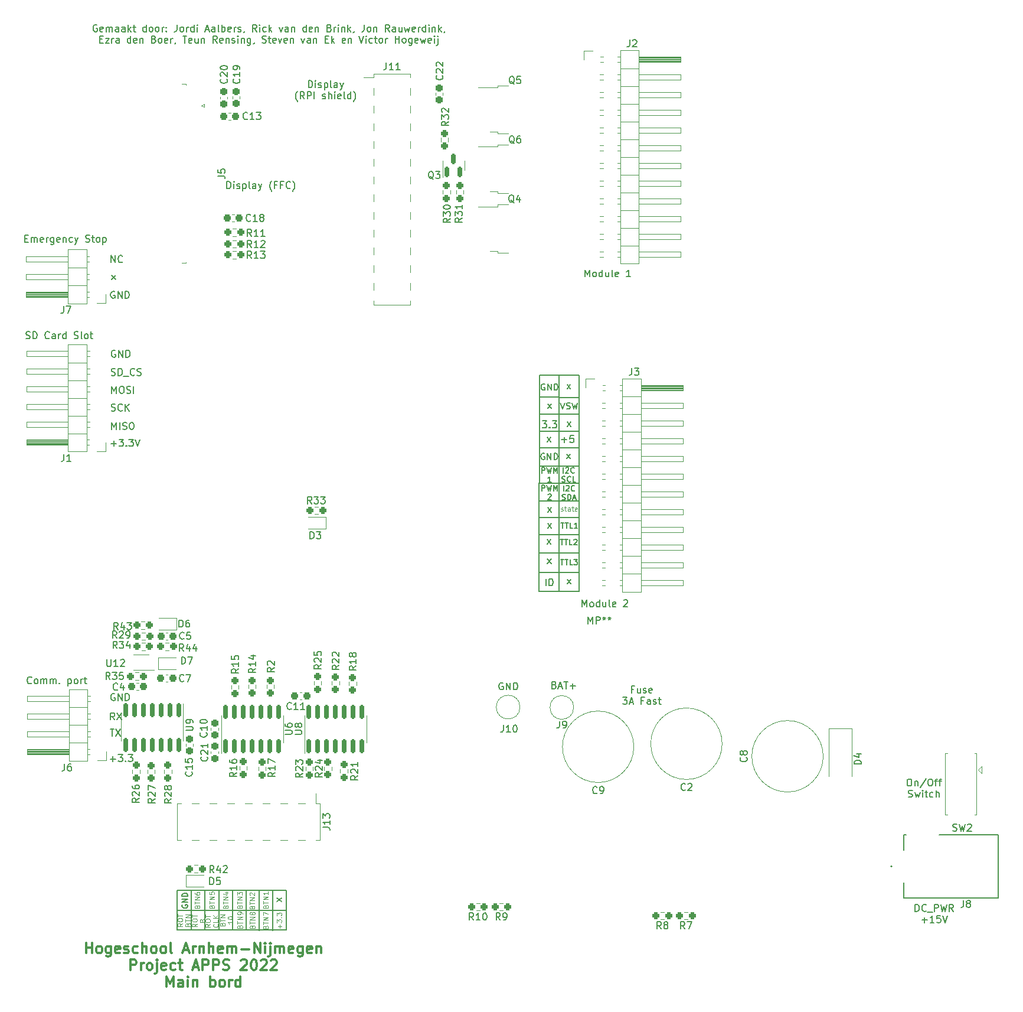
<source format=gto>
%TF.GenerationSoftware,KiCad,Pcbnew,(6.0.9)*%
%TF.CreationDate,2022-11-23T00:30:26+01:00*%
%TF.ProjectId,Testapparaat,54657374-6170-4706-9172-6161742e6b69,rev?*%
%TF.SameCoordinates,Original*%
%TF.FileFunction,Legend,Top*%
%TF.FilePolarity,Positive*%
%FSLAX46Y46*%
G04 Gerber Fmt 4.6, Leading zero omitted, Abs format (unit mm)*
G04 Created by KiCad (PCBNEW (6.0.9)) date 2022-11-23 00:30:26*
%MOMM*%
%LPD*%
G01*
G04 APERTURE LIST*
G04 Aperture macros list*
%AMRoundRect*
0 Rectangle with rounded corners*
0 $1 Rounding radius*
0 $2 $3 $4 $5 $6 $7 $8 $9 X,Y pos of 4 corners*
0 Add a 4 corners polygon primitive as box body*
4,1,4,$2,$3,$4,$5,$6,$7,$8,$9,$2,$3,0*
0 Add four circle primitives for the rounded corners*
1,1,$1+$1,$2,$3*
1,1,$1+$1,$4,$5*
1,1,$1+$1,$6,$7*
1,1,$1+$1,$8,$9*
0 Add four rect primitives between the rounded corners*
20,1,$1+$1,$2,$3,$4,$5,0*
20,1,$1+$1,$4,$5,$6,$7,0*
20,1,$1+$1,$6,$7,$8,$9,0*
20,1,$1+$1,$8,$9,$2,$3,0*%
G04 Aperture macros list end*
%ADD10C,0.100000*%
%ADD11C,0.150000*%
%ADD12C,0.300000*%
%ADD13C,0.120000*%
%ADD14C,0.127000*%
%ADD15C,0.200000*%
%ADD16C,3.200000*%
%ADD17RoundRect,0.237500X0.237500X-0.250000X0.237500X0.250000X-0.237500X0.250000X-0.237500X-0.250000X0*%
%ADD18RoundRect,0.237500X-0.237500X0.250000X-0.237500X-0.250000X0.237500X-0.250000X0.237500X0.250000X0*%
%ADD19RoundRect,0.237500X0.237500X-0.300000X0.237500X0.300000X-0.237500X0.300000X-0.237500X-0.300000X0*%
%ADD20RoundRect,0.237500X-0.300000X-0.237500X0.300000X-0.237500X0.300000X0.237500X-0.300000X0.237500X0*%
%ADD21O,2.500000X1.500000*%
%ADD22R,2.500000X1.500000*%
%ADD23O,3.500000X2.200000*%
%ADD24C,1.600000*%
%ADD25R,3.150000X1.000000*%
%ADD26C,3.000000*%
%ADD27RoundRect,0.237500X-0.237500X0.300000X-0.237500X-0.300000X0.237500X-0.300000X0.237500X0.300000X0*%
%ADD28R,1.700000X1.700000*%
%ADD29O,1.700000X1.700000*%
%ADD30RoundRect,0.237500X0.250000X0.237500X-0.250000X0.237500X-0.250000X-0.237500X0.250000X-0.237500X0*%
%ADD31RoundRect,0.150000X0.150000X-0.587500X0.150000X0.587500X-0.150000X0.587500X-0.150000X-0.587500X0*%
%ADD32RoundRect,0.237500X-0.250000X-0.237500X0.250000X-0.237500X0.250000X0.237500X-0.250000X0.237500X0*%
%ADD33RoundRect,0.237500X0.300000X0.237500X-0.300000X0.237500X-0.300000X-0.237500X0.300000X-0.237500X0*%
%ADD34O,2.000000X4.000000*%
%ADD35O,4.000000X2.000000*%
%ADD36R,2.200000X1.200000*%
%ADD37R,6.400000X5.800000*%
%ADD38R,0.600000X0.450000*%
%ADD39RoundRect,0.150000X-0.150000X0.825000X-0.150000X-0.825000X0.150000X-0.825000X0.150000X0.825000X0*%
%ADD40RoundRect,0.150000X0.150000X-0.825000X0.150000X0.825000X-0.150000X0.825000X-0.150000X-0.825000X0*%
%ADD41R,3.100000X2.300000*%
%ADD42R,1.100000X0.300000*%
%ADD43R,1.000000X3.150000*%
%ADD44R,1.800000X3.500000*%
%ADD45R,0.800000X0.300000*%
%ADD46C,2.300000*%
G04 APERTURE END LIST*
D10*
X131772000Y-156050500D02*
X131772000Y-155517166D01*
X132038666Y-155783833D02*
X131505333Y-155783833D01*
X131338666Y-155250500D02*
X131338666Y-154817166D01*
X131605333Y-155050500D01*
X131605333Y-154950500D01*
X131638666Y-154883833D01*
X131672000Y-154850500D01*
X131738666Y-154817166D01*
X131905333Y-154817166D01*
X131972000Y-154850500D01*
X132005333Y-154883833D01*
X132038666Y-154950500D01*
X132038666Y-155150500D01*
X132005333Y-155217166D01*
X131972000Y-155250500D01*
X131972000Y-154517166D02*
X132005333Y-154483833D01*
X132038666Y-154517166D01*
X132005333Y-154550500D01*
X131972000Y-154517166D01*
X132038666Y-154517166D01*
X131338666Y-154250500D02*
X131338666Y-153817166D01*
X131605333Y-154050500D01*
X131605333Y-153950500D01*
X131638666Y-153883833D01*
X131672000Y-153850500D01*
X131738666Y-153817166D01*
X131905333Y-153817166D01*
X131972000Y-153850500D01*
X132005333Y-153883833D01*
X132038666Y-153950500D01*
X132038666Y-154150500D01*
X132005333Y-154217166D01*
X131972000Y-154250500D01*
X129772000Y-155892166D02*
X129805333Y-155792166D01*
X129838666Y-155758833D01*
X129905333Y-155725500D01*
X130005333Y-155725500D01*
X130072000Y-155758833D01*
X130105333Y-155792166D01*
X130138666Y-155858833D01*
X130138666Y-156125500D01*
X129438666Y-156125500D01*
X129438666Y-155892166D01*
X129472000Y-155825500D01*
X129505333Y-155792166D01*
X129572000Y-155758833D01*
X129638666Y-155758833D01*
X129705333Y-155792166D01*
X129738666Y-155825500D01*
X129772000Y-155892166D01*
X129772000Y-156125500D01*
X129438666Y-155525500D02*
X129438666Y-155125500D01*
X130138666Y-155325500D02*
X129438666Y-155325500D01*
X130138666Y-154892166D02*
X129438666Y-154892166D01*
X130138666Y-154492166D01*
X129438666Y-154492166D01*
X129438666Y-154225500D02*
X129438666Y-153758833D01*
X130138666Y-154058833D01*
X127847000Y-155842166D02*
X127880333Y-155742166D01*
X127913666Y-155708833D01*
X127980333Y-155675500D01*
X128080333Y-155675500D01*
X128147000Y-155708833D01*
X128180333Y-155742166D01*
X128213666Y-155808833D01*
X128213666Y-156075500D01*
X127513666Y-156075500D01*
X127513666Y-155842166D01*
X127547000Y-155775500D01*
X127580333Y-155742166D01*
X127647000Y-155708833D01*
X127713666Y-155708833D01*
X127780333Y-155742166D01*
X127813666Y-155775500D01*
X127847000Y-155842166D01*
X127847000Y-156075500D01*
X127513666Y-155475500D02*
X127513666Y-155075500D01*
X128213666Y-155275500D02*
X127513666Y-155275500D01*
X128213666Y-154842166D02*
X127513666Y-154842166D01*
X128213666Y-154442166D01*
X127513666Y-154442166D01*
X127813666Y-154008833D02*
X127780333Y-154075500D01*
X127747000Y-154108833D01*
X127680333Y-154142166D01*
X127647000Y-154142166D01*
X127580333Y-154108833D01*
X127547000Y-154075500D01*
X127513666Y-154008833D01*
X127513666Y-153875500D01*
X127547000Y-153808833D01*
X127580333Y-153775500D01*
X127647000Y-153742166D01*
X127680333Y-153742166D01*
X127747000Y-153775500D01*
X127780333Y-153808833D01*
X127813666Y-153875500D01*
X127813666Y-154008833D01*
X127847000Y-154075500D01*
X127880333Y-154108833D01*
X127947000Y-154142166D01*
X128080333Y-154142166D01*
X128147000Y-154108833D01*
X128180333Y-154075500D01*
X128213666Y-154008833D01*
X128213666Y-153875500D01*
X128180333Y-153808833D01*
X128147000Y-153775500D01*
X128080333Y-153742166D01*
X127947000Y-153742166D01*
X127880333Y-153775500D01*
X127847000Y-153808833D01*
X127813666Y-153875500D01*
X126072000Y-155817166D02*
X126105333Y-155717166D01*
X126138666Y-155683833D01*
X126205333Y-155650500D01*
X126305333Y-155650500D01*
X126372000Y-155683833D01*
X126405333Y-155717166D01*
X126438666Y-155783833D01*
X126438666Y-156050500D01*
X125738666Y-156050500D01*
X125738666Y-155817166D01*
X125772000Y-155750500D01*
X125805333Y-155717166D01*
X125872000Y-155683833D01*
X125938666Y-155683833D01*
X126005333Y-155717166D01*
X126038666Y-155750500D01*
X126072000Y-155817166D01*
X126072000Y-156050500D01*
X125738666Y-155450500D02*
X125738666Y-155050500D01*
X126438666Y-155250500D02*
X125738666Y-155250500D01*
X126438666Y-154817166D02*
X125738666Y-154817166D01*
X126438666Y-154417166D01*
X125738666Y-154417166D01*
X126438666Y-154050500D02*
X126438666Y-153917166D01*
X126405333Y-153850500D01*
X126372000Y-153817166D01*
X126272000Y-153750500D01*
X126138666Y-153717166D01*
X125872000Y-153717166D01*
X125805333Y-153750500D01*
X125772000Y-153783833D01*
X125738666Y-153850500D01*
X125738666Y-153983833D01*
X125772000Y-154050500D01*
X125805333Y-154083833D01*
X125872000Y-154117166D01*
X126038666Y-154117166D01*
X126105333Y-154083833D01*
X126138666Y-154050500D01*
X126172000Y-153983833D01*
X126172000Y-153850500D01*
X126138666Y-153783833D01*
X126105333Y-153750500D01*
X126038666Y-153717166D01*
X123558500Y-155483833D02*
X123591833Y-155383833D01*
X123625166Y-155350500D01*
X123691833Y-155317166D01*
X123791833Y-155317166D01*
X123858500Y-155350500D01*
X123891833Y-155383833D01*
X123925166Y-155450500D01*
X123925166Y-155717166D01*
X123225166Y-155717166D01*
X123225166Y-155483833D01*
X123258500Y-155417166D01*
X123291833Y-155383833D01*
X123358500Y-155350500D01*
X123425166Y-155350500D01*
X123491833Y-155383833D01*
X123525166Y-155417166D01*
X123558500Y-155483833D01*
X123558500Y-155717166D01*
X123225166Y-155117166D02*
X123225166Y-154717166D01*
X123925166Y-154917166D02*
X123225166Y-154917166D01*
X123925166Y-154483833D02*
X123225166Y-154483833D01*
X123925166Y-154083833D01*
X123225166Y-154083833D01*
X125052166Y-155033833D02*
X125052166Y-155433833D01*
X125052166Y-155233833D02*
X124352166Y-155233833D01*
X124452166Y-155300500D01*
X124518833Y-155367166D01*
X124552166Y-155433833D01*
X124352166Y-154600500D02*
X124352166Y-154533833D01*
X124385500Y-154467166D01*
X124418833Y-154433833D01*
X124485500Y-154400500D01*
X124618833Y-154367166D01*
X124785500Y-154367166D01*
X124918833Y-154400500D01*
X124985500Y-154433833D01*
X125018833Y-154467166D01*
X125052166Y-154533833D01*
X125052166Y-154600500D01*
X125018833Y-154667166D01*
X124985500Y-154700500D01*
X124918833Y-154733833D01*
X124785500Y-154767166D01*
X124618833Y-154767166D01*
X124485500Y-154733833D01*
X124418833Y-154700500D01*
X124385500Y-154667166D01*
X124352166Y-154600500D01*
X121825166Y-155467166D02*
X121491833Y-155700500D01*
X121825166Y-155867166D02*
X121125166Y-155867166D01*
X121125166Y-155600500D01*
X121158500Y-155533833D01*
X121191833Y-155500500D01*
X121258500Y-155467166D01*
X121358500Y-155467166D01*
X121425166Y-155500500D01*
X121458500Y-155533833D01*
X121491833Y-155600500D01*
X121491833Y-155867166D01*
X121125166Y-155033833D02*
X121125166Y-154900500D01*
X121158500Y-154833833D01*
X121225166Y-154767166D01*
X121358500Y-154733833D01*
X121591833Y-154733833D01*
X121725166Y-154767166D01*
X121791833Y-154833833D01*
X121825166Y-154900500D01*
X121825166Y-155033833D01*
X121791833Y-155100500D01*
X121725166Y-155167166D01*
X121591833Y-155200500D01*
X121358500Y-155200500D01*
X121225166Y-155167166D01*
X121158500Y-155100500D01*
X121125166Y-155033833D01*
X121125166Y-154533833D02*
X121125166Y-154133833D01*
X121825166Y-154333833D02*
X121125166Y-154333833D01*
X122885500Y-155467166D02*
X122918833Y-155500500D01*
X122952166Y-155600500D01*
X122952166Y-155667166D01*
X122918833Y-155767166D01*
X122852166Y-155833833D01*
X122785500Y-155867166D01*
X122652166Y-155900500D01*
X122552166Y-155900500D01*
X122418833Y-155867166D01*
X122352166Y-155833833D01*
X122285500Y-155767166D01*
X122252166Y-155667166D01*
X122252166Y-155600500D01*
X122285500Y-155500500D01*
X122318833Y-155467166D01*
X122952166Y-154833833D02*
X122952166Y-155167166D01*
X122252166Y-155167166D01*
X122952166Y-154600500D02*
X122252166Y-154600500D01*
X122952166Y-154200500D02*
X122552166Y-154500500D01*
X122252166Y-154200500D02*
X122652166Y-154600500D01*
X119925166Y-155417166D02*
X119591833Y-155650500D01*
X119925166Y-155817166D02*
X119225166Y-155817166D01*
X119225166Y-155550500D01*
X119258500Y-155483833D01*
X119291833Y-155450500D01*
X119358500Y-155417166D01*
X119458500Y-155417166D01*
X119525166Y-155450500D01*
X119558500Y-155483833D01*
X119591833Y-155550500D01*
X119591833Y-155817166D01*
X119225166Y-154983833D02*
X119225166Y-154850500D01*
X119258500Y-154783833D01*
X119325166Y-154717166D01*
X119458500Y-154683833D01*
X119691833Y-154683833D01*
X119825166Y-154717166D01*
X119891833Y-154783833D01*
X119925166Y-154850500D01*
X119925166Y-154983833D01*
X119891833Y-155050500D01*
X119825166Y-155117166D01*
X119691833Y-155150500D01*
X119458500Y-155150500D01*
X119325166Y-155117166D01*
X119258500Y-155050500D01*
X119225166Y-154983833D01*
X119225166Y-154483833D02*
X119225166Y-154083833D01*
X119925166Y-154283833D02*
X119225166Y-154283833D01*
X120685500Y-154950500D02*
X120718833Y-154850500D01*
X120752166Y-154817166D01*
X120818833Y-154783833D01*
X120918833Y-154783833D01*
X120985500Y-154817166D01*
X121018833Y-154850500D01*
X121052166Y-154917166D01*
X121052166Y-155183833D01*
X120352166Y-155183833D01*
X120352166Y-154950500D01*
X120385500Y-154883833D01*
X120418833Y-154850500D01*
X120485500Y-154817166D01*
X120552166Y-154817166D01*
X120618833Y-154850500D01*
X120652166Y-154883833D01*
X120685500Y-154950500D01*
X120685500Y-155183833D01*
X117850166Y-155367166D02*
X117516833Y-155600500D01*
X117850166Y-155767166D02*
X117150166Y-155767166D01*
X117150166Y-155500500D01*
X117183500Y-155433833D01*
X117216833Y-155400500D01*
X117283500Y-155367166D01*
X117383500Y-155367166D01*
X117450166Y-155400500D01*
X117483500Y-155433833D01*
X117516833Y-155500500D01*
X117516833Y-155767166D01*
X117150166Y-154933833D02*
X117150166Y-154800500D01*
X117183500Y-154733833D01*
X117250166Y-154667166D01*
X117383500Y-154633833D01*
X117616833Y-154633833D01*
X117750166Y-154667166D01*
X117816833Y-154733833D01*
X117850166Y-154800500D01*
X117850166Y-154933833D01*
X117816833Y-155000500D01*
X117750166Y-155067166D01*
X117616833Y-155100500D01*
X117383500Y-155100500D01*
X117250166Y-155067166D01*
X117183500Y-155000500D01*
X117150166Y-154933833D01*
X117150166Y-154433833D02*
X117150166Y-154033833D01*
X117850166Y-154233833D02*
X117150166Y-154233833D01*
X118610500Y-155533833D02*
X118643833Y-155433833D01*
X118677166Y-155400500D01*
X118743833Y-155367166D01*
X118843833Y-155367166D01*
X118910500Y-155400500D01*
X118943833Y-155433833D01*
X118977166Y-155500500D01*
X118977166Y-155767166D01*
X118277166Y-155767166D01*
X118277166Y-155533833D01*
X118310500Y-155467166D01*
X118343833Y-155433833D01*
X118410500Y-155400500D01*
X118477166Y-155400500D01*
X118543833Y-155433833D01*
X118577166Y-155467166D01*
X118610500Y-155533833D01*
X118610500Y-155767166D01*
X118277166Y-155167166D02*
X118277166Y-154767166D01*
X118977166Y-154967166D02*
X118277166Y-154967166D01*
X118977166Y-154533833D02*
X118277166Y-154533833D01*
X118977166Y-154133833D01*
X118277166Y-154133833D01*
D11*
X132024380Y-152237404D02*
X131357714Y-151713595D01*
X131357714Y-152237404D02*
X132024380Y-151713595D01*
D10*
X129772000Y-152942166D02*
X129805333Y-152842166D01*
X129838666Y-152808833D01*
X129905333Y-152775500D01*
X130005333Y-152775500D01*
X130072000Y-152808833D01*
X130105333Y-152842166D01*
X130138666Y-152908833D01*
X130138666Y-153175500D01*
X129438666Y-153175500D01*
X129438666Y-152942166D01*
X129472000Y-152875500D01*
X129505333Y-152842166D01*
X129572000Y-152808833D01*
X129638666Y-152808833D01*
X129705333Y-152842166D01*
X129738666Y-152875500D01*
X129772000Y-152942166D01*
X129772000Y-153175500D01*
X129438666Y-152575500D02*
X129438666Y-152175500D01*
X130138666Y-152375500D02*
X129438666Y-152375500D01*
X130138666Y-151942166D02*
X129438666Y-151942166D01*
X130138666Y-151542166D01*
X129438666Y-151542166D01*
X130138666Y-150842166D02*
X130138666Y-151242166D01*
X130138666Y-151042166D02*
X129438666Y-151042166D01*
X129538666Y-151108833D01*
X129605333Y-151175500D01*
X129638666Y-151242166D01*
X127797000Y-153042166D02*
X127830333Y-152942166D01*
X127863666Y-152908833D01*
X127930333Y-152875500D01*
X128030333Y-152875500D01*
X128097000Y-152908833D01*
X128130333Y-152942166D01*
X128163666Y-153008833D01*
X128163666Y-153275500D01*
X127463666Y-153275500D01*
X127463666Y-153042166D01*
X127497000Y-152975500D01*
X127530333Y-152942166D01*
X127597000Y-152908833D01*
X127663666Y-152908833D01*
X127730333Y-152942166D01*
X127763666Y-152975500D01*
X127797000Y-153042166D01*
X127797000Y-153275500D01*
X127463666Y-152675500D02*
X127463666Y-152275500D01*
X128163666Y-152475500D02*
X127463666Y-152475500D01*
X128163666Y-152042166D02*
X127463666Y-152042166D01*
X128163666Y-151642166D01*
X127463666Y-151642166D01*
X127530333Y-151342166D02*
X127497000Y-151308833D01*
X127463666Y-151242166D01*
X127463666Y-151075500D01*
X127497000Y-151008833D01*
X127530333Y-150975500D01*
X127597000Y-150942166D01*
X127663666Y-150942166D01*
X127763666Y-150975500D01*
X128163666Y-151375500D01*
X128163666Y-150942166D01*
X126047000Y-152967166D02*
X126080333Y-152867166D01*
X126113666Y-152833833D01*
X126180333Y-152800500D01*
X126280333Y-152800500D01*
X126347000Y-152833833D01*
X126380333Y-152867166D01*
X126413666Y-152933833D01*
X126413666Y-153200500D01*
X125713666Y-153200500D01*
X125713666Y-152967166D01*
X125747000Y-152900500D01*
X125780333Y-152867166D01*
X125847000Y-152833833D01*
X125913666Y-152833833D01*
X125980333Y-152867166D01*
X126013666Y-152900500D01*
X126047000Y-152967166D01*
X126047000Y-153200500D01*
X125713666Y-152600500D02*
X125713666Y-152200500D01*
X126413666Y-152400500D02*
X125713666Y-152400500D01*
X126413666Y-151967166D02*
X125713666Y-151967166D01*
X126413666Y-151567166D01*
X125713666Y-151567166D01*
X125713666Y-151300500D02*
X125713666Y-150867166D01*
X125980333Y-151100500D01*
X125980333Y-151000500D01*
X126013666Y-150933833D01*
X126047000Y-150900500D01*
X126113666Y-150867166D01*
X126280333Y-150867166D01*
X126347000Y-150900500D01*
X126380333Y-150933833D01*
X126413666Y-151000500D01*
X126413666Y-151200500D01*
X126380333Y-151267166D01*
X126347000Y-151300500D01*
X124022000Y-152967166D02*
X124055333Y-152867166D01*
X124088666Y-152833833D01*
X124155333Y-152800500D01*
X124255333Y-152800500D01*
X124322000Y-152833833D01*
X124355333Y-152867166D01*
X124388666Y-152933833D01*
X124388666Y-153200500D01*
X123688666Y-153200500D01*
X123688666Y-152967166D01*
X123722000Y-152900500D01*
X123755333Y-152867166D01*
X123822000Y-152833833D01*
X123888666Y-152833833D01*
X123955333Y-152867166D01*
X123988666Y-152900500D01*
X124022000Y-152967166D01*
X124022000Y-153200500D01*
X123688666Y-152600500D02*
X123688666Y-152200500D01*
X124388666Y-152400500D02*
X123688666Y-152400500D01*
X124388666Y-151967166D02*
X123688666Y-151967166D01*
X124388666Y-151567166D01*
X123688666Y-151567166D01*
X123922000Y-150933833D02*
X124388666Y-150933833D01*
X123655333Y-151100500D02*
X124155333Y-151267166D01*
X124155333Y-150833833D01*
X122022000Y-152942166D02*
X122055333Y-152842166D01*
X122088666Y-152808833D01*
X122155333Y-152775500D01*
X122255333Y-152775500D01*
X122322000Y-152808833D01*
X122355333Y-152842166D01*
X122388666Y-152908833D01*
X122388666Y-153175500D01*
X121688666Y-153175500D01*
X121688666Y-152942166D01*
X121722000Y-152875500D01*
X121755333Y-152842166D01*
X121822000Y-152808833D01*
X121888666Y-152808833D01*
X121955333Y-152842166D01*
X121988666Y-152875500D01*
X122022000Y-152942166D01*
X122022000Y-153175500D01*
X121688666Y-152575500D02*
X121688666Y-152175500D01*
X122388666Y-152375500D02*
X121688666Y-152375500D01*
X122388666Y-151942166D02*
X121688666Y-151942166D01*
X122388666Y-151542166D01*
X121688666Y-151542166D01*
X121688666Y-150875500D02*
X121688666Y-151208833D01*
X122022000Y-151242166D01*
X121988666Y-151208833D01*
X121955333Y-151142166D01*
X121955333Y-150975500D01*
X121988666Y-150908833D01*
X122022000Y-150875500D01*
X122088666Y-150842166D01*
X122255333Y-150842166D01*
X122322000Y-150875500D01*
X122355333Y-150908833D01*
X122388666Y-150975500D01*
X122388666Y-151142166D01*
X122355333Y-151208833D01*
X122322000Y-151242166D01*
X119947000Y-152967166D02*
X119980333Y-152867166D01*
X120013666Y-152833833D01*
X120080333Y-152800500D01*
X120180333Y-152800500D01*
X120247000Y-152833833D01*
X120280333Y-152867166D01*
X120313666Y-152933833D01*
X120313666Y-153200500D01*
X119613666Y-153200500D01*
X119613666Y-152967166D01*
X119647000Y-152900500D01*
X119680333Y-152867166D01*
X119747000Y-152833833D01*
X119813666Y-152833833D01*
X119880333Y-152867166D01*
X119913666Y-152900500D01*
X119947000Y-152967166D01*
X119947000Y-153200500D01*
X119613666Y-152600500D02*
X119613666Y-152200500D01*
X120313666Y-152400500D02*
X119613666Y-152400500D01*
X120313666Y-151967166D02*
X119613666Y-151967166D01*
X120313666Y-151567166D01*
X119613666Y-151567166D01*
X119613666Y-150933833D02*
X119613666Y-151067166D01*
X119647000Y-151133833D01*
X119680333Y-151167166D01*
X119780333Y-151233833D01*
X119913666Y-151267166D01*
X120180333Y-151267166D01*
X120247000Y-151233833D01*
X120280333Y-151200500D01*
X120313666Y-151133833D01*
X120313666Y-151000500D01*
X120280333Y-150933833D01*
X120247000Y-150900500D01*
X120180333Y-150867166D01*
X120013666Y-150867166D01*
X119947000Y-150900500D01*
X119913666Y-150933833D01*
X119880333Y-151000500D01*
X119880333Y-151133833D01*
X119913666Y-151200500D01*
X119947000Y-151233833D01*
X120013666Y-151267166D01*
D11*
X117822000Y-152710023D02*
X117783904Y-152786214D01*
X117783904Y-152900500D01*
X117822000Y-153014785D01*
X117898190Y-153090976D01*
X117974380Y-153129071D01*
X118126761Y-153167166D01*
X118241047Y-153167166D01*
X118393428Y-153129071D01*
X118469619Y-153090976D01*
X118545809Y-153014785D01*
X118583904Y-152900500D01*
X118583904Y-152824309D01*
X118545809Y-152710023D01*
X118507714Y-152671928D01*
X118241047Y-152671928D01*
X118241047Y-152824309D01*
X118583904Y-152329071D02*
X117783904Y-152329071D01*
X118583904Y-151871928D01*
X117783904Y-151871928D01*
X118583904Y-151490976D02*
X117783904Y-151490976D01*
X117783904Y-151300500D01*
X117822000Y-151186214D01*
X117898190Y-151110023D01*
X117974380Y-151071928D01*
X118126761Y-151033833D01*
X118241047Y-151033833D01*
X118393428Y-151071928D01*
X118469619Y-151110023D01*
X118545809Y-151186214D01*
X118583904Y-151300500D01*
X118583904Y-151490976D01*
X117072000Y-153500500D02*
X132697000Y-153500500D01*
X130747000Y-150713000D02*
X130747000Y-156388000D01*
X128822000Y-150713000D02*
X128822000Y-156388000D01*
X126972000Y-150638000D02*
X126972000Y-156313000D01*
X125022000Y-150625500D02*
X125022000Y-156300500D01*
X123097000Y-150625500D02*
X123097000Y-156300500D01*
X121022000Y-150650500D02*
X121022000Y-156300500D01*
X119122000Y-150625500D02*
X119122000Y-156275500D01*
X117047000Y-150625500D02*
X132697000Y-150625500D01*
X132697000Y-150625500D02*
X132697000Y-156300500D01*
X132697000Y-156300500D02*
X117047000Y-156300500D01*
X117047000Y-156300500D02*
X117047000Y-150625500D01*
X174647000Y-99650500D02*
X169022000Y-99650500D01*
X174697000Y-76800500D02*
X174697000Y-107800500D01*
X174672000Y-94875500D02*
X168997000Y-94875500D01*
X168997000Y-107800500D02*
X169047000Y-76825500D01*
X174672000Y-89825500D02*
X169047000Y-89825500D01*
X174697000Y-107800500D02*
X168997000Y-107800500D01*
X174697000Y-87225500D02*
X169097000Y-87225500D01*
X174697000Y-102275500D02*
X169034500Y-102275500D01*
X174672000Y-80000500D02*
X169047000Y-79975500D01*
X174672000Y-84850500D02*
X169047000Y-84850500D01*
X174697000Y-92300500D02*
X169022000Y-92313000D01*
X174672000Y-105075500D02*
X168997000Y-105075500D01*
X174709500Y-97200500D02*
X169034500Y-97200500D01*
X174697000Y-82400500D02*
X169072000Y-82400500D01*
X169047000Y-76825500D02*
X174697000Y-76825500D01*
X171872000Y-76825500D02*
X171847000Y-107800500D01*
X105579142Y-26620500D02*
X105483904Y-26572880D01*
X105341047Y-26572880D01*
X105198190Y-26620500D01*
X105102952Y-26715738D01*
X105055333Y-26810976D01*
X105007714Y-27001452D01*
X105007714Y-27144309D01*
X105055333Y-27334785D01*
X105102952Y-27430023D01*
X105198190Y-27525261D01*
X105341047Y-27572880D01*
X105436285Y-27572880D01*
X105579142Y-27525261D01*
X105626761Y-27477642D01*
X105626761Y-27144309D01*
X105436285Y-27144309D01*
X106436285Y-27525261D02*
X106341047Y-27572880D01*
X106150571Y-27572880D01*
X106055333Y-27525261D01*
X106007714Y-27430023D01*
X106007714Y-27049071D01*
X106055333Y-26953833D01*
X106150571Y-26906214D01*
X106341047Y-26906214D01*
X106436285Y-26953833D01*
X106483904Y-27049071D01*
X106483904Y-27144309D01*
X106007714Y-27239547D01*
X106912476Y-27572880D02*
X106912476Y-26906214D01*
X106912476Y-27001452D02*
X106960095Y-26953833D01*
X107055333Y-26906214D01*
X107198190Y-26906214D01*
X107293428Y-26953833D01*
X107341047Y-27049071D01*
X107341047Y-27572880D01*
X107341047Y-27049071D02*
X107388666Y-26953833D01*
X107483904Y-26906214D01*
X107626761Y-26906214D01*
X107722000Y-26953833D01*
X107769619Y-27049071D01*
X107769619Y-27572880D01*
X108674380Y-27572880D02*
X108674380Y-27049071D01*
X108626761Y-26953833D01*
X108531523Y-26906214D01*
X108341047Y-26906214D01*
X108245809Y-26953833D01*
X108674380Y-27525261D02*
X108579142Y-27572880D01*
X108341047Y-27572880D01*
X108245809Y-27525261D01*
X108198190Y-27430023D01*
X108198190Y-27334785D01*
X108245809Y-27239547D01*
X108341047Y-27191928D01*
X108579142Y-27191928D01*
X108674380Y-27144309D01*
X109579142Y-27572880D02*
X109579142Y-27049071D01*
X109531523Y-26953833D01*
X109436285Y-26906214D01*
X109245809Y-26906214D01*
X109150571Y-26953833D01*
X109579142Y-27525261D02*
X109483904Y-27572880D01*
X109245809Y-27572880D01*
X109150571Y-27525261D01*
X109102952Y-27430023D01*
X109102952Y-27334785D01*
X109150571Y-27239547D01*
X109245809Y-27191928D01*
X109483904Y-27191928D01*
X109579142Y-27144309D01*
X110055333Y-27572880D02*
X110055333Y-26572880D01*
X110150571Y-27191928D02*
X110436285Y-27572880D01*
X110436285Y-26906214D02*
X110055333Y-27287166D01*
X110722000Y-26906214D02*
X111102952Y-26906214D01*
X110864857Y-26572880D02*
X110864857Y-27430023D01*
X110912476Y-27525261D01*
X111007714Y-27572880D01*
X111102952Y-27572880D01*
X112626761Y-27572880D02*
X112626761Y-26572880D01*
X112626761Y-27525261D02*
X112531523Y-27572880D01*
X112341047Y-27572880D01*
X112245809Y-27525261D01*
X112198190Y-27477642D01*
X112150571Y-27382404D01*
X112150571Y-27096690D01*
X112198190Y-27001452D01*
X112245809Y-26953833D01*
X112341047Y-26906214D01*
X112531523Y-26906214D01*
X112626761Y-26953833D01*
X113245809Y-27572880D02*
X113150571Y-27525261D01*
X113102952Y-27477642D01*
X113055333Y-27382404D01*
X113055333Y-27096690D01*
X113102952Y-27001452D01*
X113150571Y-26953833D01*
X113245809Y-26906214D01*
X113388666Y-26906214D01*
X113483904Y-26953833D01*
X113531523Y-27001452D01*
X113579142Y-27096690D01*
X113579142Y-27382404D01*
X113531523Y-27477642D01*
X113483904Y-27525261D01*
X113388666Y-27572880D01*
X113245809Y-27572880D01*
X114150571Y-27572880D02*
X114055333Y-27525261D01*
X114007714Y-27477642D01*
X113960095Y-27382404D01*
X113960095Y-27096690D01*
X114007714Y-27001452D01*
X114055333Y-26953833D01*
X114150571Y-26906214D01*
X114293428Y-26906214D01*
X114388666Y-26953833D01*
X114436285Y-27001452D01*
X114483904Y-27096690D01*
X114483904Y-27382404D01*
X114436285Y-27477642D01*
X114388666Y-27525261D01*
X114293428Y-27572880D01*
X114150571Y-27572880D01*
X114912476Y-27572880D02*
X114912476Y-26906214D01*
X114912476Y-27096690D02*
X114960095Y-27001452D01*
X115007714Y-26953833D01*
X115102952Y-26906214D01*
X115198190Y-26906214D01*
X115531523Y-27477642D02*
X115579142Y-27525261D01*
X115531523Y-27572880D01*
X115483904Y-27525261D01*
X115531523Y-27477642D01*
X115531523Y-27572880D01*
X115531523Y-26953833D02*
X115579142Y-27001452D01*
X115531523Y-27049071D01*
X115483904Y-27001452D01*
X115531523Y-26953833D01*
X115531523Y-27049071D01*
X117055333Y-26572880D02*
X117055333Y-27287166D01*
X117007714Y-27430023D01*
X116912476Y-27525261D01*
X116769619Y-27572880D01*
X116674380Y-27572880D01*
X117674380Y-27572880D02*
X117579142Y-27525261D01*
X117531523Y-27477642D01*
X117483904Y-27382404D01*
X117483904Y-27096690D01*
X117531523Y-27001452D01*
X117579142Y-26953833D01*
X117674380Y-26906214D01*
X117817238Y-26906214D01*
X117912476Y-26953833D01*
X117960095Y-27001452D01*
X118007714Y-27096690D01*
X118007714Y-27382404D01*
X117960095Y-27477642D01*
X117912476Y-27525261D01*
X117817238Y-27572880D01*
X117674380Y-27572880D01*
X118436285Y-27572880D02*
X118436285Y-26906214D01*
X118436285Y-27096690D02*
X118483904Y-27001452D01*
X118531523Y-26953833D01*
X118626761Y-26906214D01*
X118722000Y-26906214D01*
X119483904Y-27572880D02*
X119483904Y-26572880D01*
X119483904Y-27525261D02*
X119388666Y-27572880D01*
X119198190Y-27572880D01*
X119102952Y-27525261D01*
X119055333Y-27477642D01*
X119007714Y-27382404D01*
X119007714Y-27096690D01*
X119055333Y-27001452D01*
X119102952Y-26953833D01*
X119198190Y-26906214D01*
X119388666Y-26906214D01*
X119483904Y-26953833D01*
X119960095Y-27572880D02*
X119960095Y-26906214D01*
X119960095Y-26572880D02*
X119912476Y-26620500D01*
X119960095Y-26668119D01*
X120007714Y-26620500D01*
X119960095Y-26572880D01*
X119960095Y-26668119D01*
X121150571Y-27287166D02*
X121626761Y-27287166D01*
X121055333Y-27572880D02*
X121388666Y-26572880D01*
X121722000Y-27572880D01*
X122483904Y-27572880D02*
X122483904Y-27049071D01*
X122436285Y-26953833D01*
X122341047Y-26906214D01*
X122150571Y-26906214D01*
X122055333Y-26953833D01*
X122483904Y-27525261D02*
X122388666Y-27572880D01*
X122150571Y-27572880D01*
X122055333Y-27525261D01*
X122007714Y-27430023D01*
X122007714Y-27334785D01*
X122055333Y-27239547D01*
X122150571Y-27191928D01*
X122388666Y-27191928D01*
X122483904Y-27144309D01*
X123102952Y-27572880D02*
X123007714Y-27525261D01*
X122960095Y-27430023D01*
X122960095Y-26572880D01*
X123483904Y-27572880D02*
X123483904Y-26572880D01*
X123483904Y-26953833D02*
X123579142Y-26906214D01*
X123769619Y-26906214D01*
X123864857Y-26953833D01*
X123912476Y-27001452D01*
X123960095Y-27096690D01*
X123960095Y-27382404D01*
X123912476Y-27477642D01*
X123864857Y-27525261D01*
X123769619Y-27572880D01*
X123579142Y-27572880D01*
X123483904Y-27525261D01*
X124769619Y-27525261D02*
X124674380Y-27572880D01*
X124483904Y-27572880D01*
X124388666Y-27525261D01*
X124341047Y-27430023D01*
X124341047Y-27049071D01*
X124388666Y-26953833D01*
X124483904Y-26906214D01*
X124674380Y-26906214D01*
X124769619Y-26953833D01*
X124817238Y-27049071D01*
X124817238Y-27144309D01*
X124341047Y-27239547D01*
X125245809Y-27572880D02*
X125245809Y-26906214D01*
X125245809Y-27096690D02*
X125293428Y-27001452D01*
X125341047Y-26953833D01*
X125436285Y-26906214D01*
X125531523Y-26906214D01*
X125817238Y-27525261D02*
X125912476Y-27572880D01*
X126102952Y-27572880D01*
X126198190Y-27525261D01*
X126245809Y-27430023D01*
X126245809Y-27382404D01*
X126198190Y-27287166D01*
X126102952Y-27239547D01*
X125960095Y-27239547D01*
X125864857Y-27191928D01*
X125817238Y-27096690D01*
X125817238Y-27049071D01*
X125864857Y-26953833D01*
X125960095Y-26906214D01*
X126102952Y-26906214D01*
X126198190Y-26953833D01*
X126721999Y-27525261D02*
X126721999Y-27572880D01*
X126674380Y-27668119D01*
X126626761Y-27715738D01*
X128483904Y-27572880D02*
X128150571Y-27096690D01*
X127912476Y-27572880D02*
X127912476Y-26572880D01*
X128293428Y-26572880D01*
X128388666Y-26620500D01*
X128436285Y-26668119D01*
X128483904Y-26763357D01*
X128483904Y-26906214D01*
X128436285Y-27001452D01*
X128388666Y-27049071D01*
X128293428Y-27096690D01*
X127912476Y-27096690D01*
X128912476Y-27572880D02*
X128912476Y-26906214D01*
X128912476Y-26572880D02*
X128864857Y-26620500D01*
X128912476Y-26668119D01*
X128960095Y-26620500D01*
X128912476Y-26572880D01*
X128912476Y-26668119D01*
X129817238Y-27525261D02*
X129721999Y-27572880D01*
X129531523Y-27572880D01*
X129436285Y-27525261D01*
X129388666Y-27477642D01*
X129341047Y-27382404D01*
X129341047Y-27096690D01*
X129388666Y-27001452D01*
X129436285Y-26953833D01*
X129531523Y-26906214D01*
X129721999Y-26906214D01*
X129817238Y-26953833D01*
X130245809Y-27572880D02*
X130245809Y-26572880D01*
X130341047Y-27191928D02*
X130626761Y-27572880D01*
X130626761Y-26906214D02*
X130245809Y-27287166D01*
X131721999Y-26906214D02*
X131960095Y-27572880D01*
X132198190Y-26906214D01*
X133007714Y-27572880D02*
X133007714Y-27049071D01*
X132960095Y-26953833D01*
X132864857Y-26906214D01*
X132674380Y-26906214D01*
X132579142Y-26953833D01*
X133007714Y-27525261D02*
X132912476Y-27572880D01*
X132674380Y-27572880D01*
X132579142Y-27525261D01*
X132531523Y-27430023D01*
X132531523Y-27334785D01*
X132579142Y-27239547D01*
X132674380Y-27191928D01*
X132912476Y-27191928D01*
X133007714Y-27144309D01*
X133483904Y-26906214D02*
X133483904Y-27572880D01*
X133483904Y-27001452D02*
X133531523Y-26953833D01*
X133626761Y-26906214D01*
X133769619Y-26906214D01*
X133864857Y-26953833D01*
X133912476Y-27049071D01*
X133912476Y-27572880D01*
X135579142Y-27572880D02*
X135579142Y-26572880D01*
X135579142Y-27525261D02*
X135483904Y-27572880D01*
X135293428Y-27572880D01*
X135198190Y-27525261D01*
X135150571Y-27477642D01*
X135102952Y-27382404D01*
X135102952Y-27096690D01*
X135150571Y-27001452D01*
X135198190Y-26953833D01*
X135293428Y-26906214D01*
X135483904Y-26906214D01*
X135579142Y-26953833D01*
X136436285Y-27525261D02*
X136341047Y-27572880D01*
X136150571Y-27572880D01*
X136055333Y-27525261D01*
X136007714Y-27430023D01*
X136007714Y-27049071D01*
X136055333Y-26953833D01*
X136150571Y-26906214D01*
X136341047Y-26906214D01*
X136436285Y-26953833D01*
X136483904Y-27049071D01*
X136483904Y-27144309D01*
X136007714Y-27239547D01*
X136912476Y-26906214D02*
X136912476Y-27572880D01*
X136912476Y-27001452D02*
X136960095Y-26953833D01*
X137055333Y-26906214D01*
X137198190Y-26906214D01*
X137293428Y-26953833D01*
X137341047Y-27049071D01*
X137341047Y-27572880D01*
X138912476Y-27049071D02*
X139055333Y-27096690D01*
X139102952Y-27144309D01*
X139150571Y-27239547D01*
X139150571Y-27382404D01*
X139102952Y-27477642D01*
X139055333Y-27525261D01*
X138960095Y-27572880D01*
X138579142Y-27572880D01*
X138579142Y-26572880D01*
X138912476Y-26572880D01*
X139007714Y-26620500D01*
X139055333Y-26668119D01*
X139102952Y-26763357D01*
X139102952Y-26858595D01*
X139055333Y-26953833D01*
X139007714Y-27001452D01*
X138912476Y-27049071D01*
X138579142Y-27049071D01*
X139579142Y-27572880D02*
X139579142Y-26906214D01*
X139579142Y-27096690D02*
X139626761Y-27001452D01*
X139674380Y-26953833D01*
X139769619Y-26906214D01*
X139864857Y-26906214D01*
X140198190Y-27572880D02*
X140198190Y-26906214D01*
X140198190Y-26572880D02*
X140150571Y-26620500D01*
X140198190Y-26668119D01*
X140245809Y-26620500D01*
X140198190Y-26572880D01*
X140198190Y-26668119D01*
X140674380Y-26906214D02*
X140674380Y-27572880D01*
X140674380Y-27001452D02*
X140721999Y-26953833D01*
X140817238Y-26906214D01*
X140960095Y-26906214D01*
X141055333Y-26953833D01*
X141102952Y-27049071D01*
X141102952Y-27572880D01*
X141579142Y-27572880D02*
X141579142Y-26572880D01*
X141674380Y-27191928D02*
X141960095Y-27572880D01*
X141960095Y-26906214D02*
X141579142Y-27287166D01*
X142436285Y-27525261D02*
X142436285Y-27572880D01*
X142388666Y-27668119D01*
X142341047Y-27715738D01*
X143912476Y-26572880D02*
X143912476Y-27287166D01*
X143864857Y-27430023D01*
X143769619Y-27525261D01*
X143626761Y-27572880D01*
X143531523Y-27572880D01*
X144531523Y-27572880D02*
X144436285Y-27525261D01*
X144388666Y-27477642D01*
X144341047Y-27382404D01*
X144341047Y-27096690D01*
X144388666Y-27001452D01*
X144436285Y-26953833D01*
X144531523Y-26906214D01*
X144674380Y-26906214D01*
X144769619Y-26953833D01*
X144817238Y-27001452D01*
X144864857Y-27096690D01*
X144864857Y-27382404D01*
X144817238Y-27477642D01*
X144769619Y-27525261D01*
X144674380Y-27572880D01*
X144531523Y-27572880D01*
X145293428Y-26906214D02*
X145293428Y-27572880D01*
X145293428Y-27001452D02*
X145341047Y-26953833D01*
X145436285Y-26906214D01*
X145579142Y-26906214D01*
X145674380Y-26953833D01*
X145721999Y-27049071D01*
X145721999Y-27572880D01*
X147531523Y-27572880D02*
X147198190Y-27096690D01*
X146960095Y-27572880D02*
X146960095Y-26572880D01*
X147341047Y-26572880D01*
X147436285Y-26620500D01*
X147483904Y-26668119D01*
X147531523Y-26763357D01*
X147531523Y-26906214D01*
X147483904Y-27001452D01*
X147436285Y-27049071D01*
X147341047Y-27096690D01*
X146960095Y-27096690D01*
X148388666Y-27572880D02*
X148388666Y-27049071D01*
X148341047Y-26953833D01*
X148245809Y-26906214D01*
X148055333Y-26906214D01*
X147960095Y-26953833D01*
X148388666Y-27525261D02*
X148293428Y-27572880D01*
X148055333Y-27572880D01*
X147960095Y-27525261D01*
X147912476Y-27430023D01*
X147912476Y-27334785D01*
X147960095Y-27239547D01*
X148055333Y-27191928D01*
X148293428Y-27191928D01*
X148388666Y-27144309D01*
X149293428Y-26906214D02*
X149293428Y-27572880D01*
X148864857Y-26906214D02*
X148864857Y-27430023D01*
X148912476Y-27525261D01*
X149007714Y-27572880D01*
X149150571Y-27572880D01*
X149245809Y-27525261D01*
X149293428Y-27477642D01*
X149674380Y-26906214D02*
X149864857Y-27572880D01*
X150055333Y-27096690D01*
X150245809Y-27572880D01*
X150436285Y-26906214D01*
X151198190Y-27525261D02*
X151102952Y-27572880D01*
X150912476Y-27572880D01*
X150817238Y-27525261D01*
X150769619Y-27430023D01*
X150769619Y-27049071D01*
X150817238Y-26953833D01*
X150912476Y-26906214D01*
X151102952Y-26906214D01*
X151198190Y-26953833D01*
X151245809Y-27049071D01*
X151245809Y-27144309D01*
X150769619Y-27239547D01*
X151674380Y-27572880D02*
X151674380Y-26906214D01*
X151674380Y-27096690D02*
X151721999Y-27001452D01*
X151769619Y-26953833D01*
X151864857Y-26906214D01*
X151960095Y-26906214D01*
X152721999Y-27572880D02*
X152721999Y-26572880D01*
X152721999Y-27525261D02*
X152626761Y-27572880D01*
X152436285Y-27572880D01*
X152341047Y-27525261D01*
X152293428Y-27477642D01*
X152245809Y-27382404D01*
X152245809Y-27096690D01*
X152293428Y-27001452D01*
X152341047Y-26953833D01*
X152436285Y-26906214D01*
X152626761Y-26906214D01*
X152721999Y-26953833D01*
X153198190Y-27572880D02*
X153198190Y-26906214D01*
X153198190Y-26572880D02*
X153150571Y-26620500D01*
X153198190Y-26668119D01*
X153245809Y-26620500D01*
X153198190Y-26572880D01*
X153198190Y-26668119D01*
X153674380Y-26906214D02*
X153674380Y-27572880D01*
X153674380Y-27001452D02*
X153721999Y-26953833D01*
X153817238Y-26906214D01*
X153960095Y-26906214D01*
X154055333Y-26953833D01*
X154102952Y-27049071D01*
X154102952Y-27572880D01*
X154579142Y-27572880D02*
X154579142Y-26572880D01*
X154674380Y-27191928D02*
X154960095Y-27572880D01*
X154960095Y-26906214D02*
X154579142Y-27287166D01*
X155436285Y-27525261D02*
X155436285Y-27572880D01*
X155388666Y-27668119D01*
X155341047Y-27715738D01*
X105983904Y-28659071D02*
X106317238Y-28659071D01*
X106460095Y-29182880D02*
X105983904Y-29182880D01*
X105983904Y-28182880D01*
X106460095Y-28182880D01*
X106793428Y-28516214D02*
X107317238Y-28516214D01*
X106793428Y-29182880D01*
X107317238Y-29182880D01*
X107698190Y-29182880D02*
X107698190Y-28516214D01*
X107698190Y-28706690D02*
X107745809Y-28611452D01*
X107793428Y-28563833D01*
X107888666Y-28516214D01*
X107983904Y-28516214D01*
X108745809Y-29182880D02*
X108745809Y-28659071D01*
X108698190Y-28563833D01*
X108602952Y-28516214D01*
X108412476Y-28516214D01*
X108317238Y-28563833D01*
X108745809Y-29135261D02*
X108650571Y-29182880D01*
X108412476Y-29182880D01*
X108317238Y-29135261D01*
X108269619Y-29040023D01*
X108269619Y-28944785D01*
X108317238Y-28849547D01*
X108412476Y-28801928D01*
X108650571Y-28801928D01*
X108745809Y-28754309D01*
X110412476Y-29182880D02*
X110412476Y-28182880D01*
X110412476Y-29135261D02*
X110317238Y-29182880D01*
X110126761Y-29182880D01*
X110031523Y-29135261D01*
X109983904Y-29087642D01*
X109936285Y-28992404D01*
X109936285Y-28706690D01*
X109983904Y-28611452D01*
X110031523Y-28563833D01*
X110126761Y-28516214D01*
X110317238Y-28516214D01*
X110412476Y-28563833D01*
X111269619Y-29135261D02*
X111174380Y-29182880D01*
X110983904Y-29182880D01*
X110888666Y-29135261D01*
X110841047Y-29040023D01*
X110841047Y-28659071D01*
X110888666Y-28563833D01*
X110983904Y-28516214D01*
X111174380Y-28516214D01*
X111269619Y-28563833D01*
X111317238Y-28659071D01*
X111317238Y-28754309D01*
X110841047Y-28849547D01*
X111745809Y-28516214D02*
X111745809Y-29182880D01*
X111745809Y-28611452D02*
X111793428Y-28563833D01*
X111888666Y-28516214D01*
X112031523Y-28516214D01*
X112126761Y-28563833D01*
X112174380Y-28659071D01*
X112174380Y-29182880D01*
X113745809Y-28659071D02*
X113888666Y-28706690D01*
X113936285Y-28754309D01*
X113983904Y-28849547D01*
X113983904Y-28992404D01*
X113936285Y-29087642D01*
X113888666Y-29135261D01*
X113793428Y-29182880D01*
X113412476Y-29182880D01*
X113412476Y-28182880D01*
X113745809Y-28182880D01*
X113841047Y-28230500D01*
X113888666Y-28278119D01*
X113936285Y-28373357D01*
X113936285Y-28468595D01*
X113888666Y-28563833D01*
X113841047Y-28611452D01*
X113745809Y-28659071D01*
X113412476Y-28659071D01*
X114555333Y-29182880D02*
X114460095Y-29135261D01*
X114412476Y-29087642D01*
X114364857Y-28992404D01*
X114364857Y-28706690D01*
X114412476Y-28611452D01*
X114460095Y-28563833D01*
X114555333Y-28516214D01*
X114698190Y-28516214D01*
X114793428Y-28563833D01*
X114841047Y-28611452D01*
X114888666Y-28706690D01*
X114888666Y-28992404D01*
X114841047Y-29087642D01*
X114793428Y-29135261D01*
X114698190Y-29182880D01*
X114555333Y-29182880D01*
X115698190Y-29135261D02*
X115602952Y-29182880D01*
X115412476Y-29182880D01*
X115317238Y-29135261D01*
X115269619Y-29040023D01*
X115269619Y-28659071D01*
X115317238Y-28563833D01*
X115412476Y-28516214D01*
X115602952Y-28516214D01*
X115698190Y-28563833D01*
X115745809Y-28659071D01*
X115745809Y-28754309D01*
X115269619Y-28849547D01*
X116174380Y-29182880D02*
X116174380Y-28516214D01*
X116174380Y-28706690D02*
X116222000Y-28611452D01*
X116269619Y-28563833D01*
X116364857Y-28516214D01*
X116460095Y-28516214D01*
X116841047Y-29135261D02*
X116841047Y-29182880D01*
X116793428Y-29278119D01*
X116745809Y-29325738D01*
X117888666Y-28182880D02*
X118460095Y-28182880D01*
X118174380Y-29182880D02*
X118174380Y-28182880D01*
X119174380Y-29135261D02*
X119079142Y-29182880D01*
X118888666Y-29182880D01*
X118793428Y-29135261D01*
X118745809Y-29040023D01*
X118745809Y-28659071D01*
X118793428Y-28563833D01*
X118888666Y-28516214D01*
X119079142Y-28516214D01*
X119174380Y-28563833D01*
X119222000Y-28659071D01*
X119222000Y-28754309D01*
X118745809Y-28849547D01*
X120079142Y-28516214D02*
X120079142Y-29182880D01*
X119650571Y-28516214D02*
X119650571Y-29040023D01*
X119698190Y-29135261D01*
X119793428Y-29182880D01*
X119936285Y-29182880D01*
X120031523Y-29135261D01*
X120079142Y-29087642D01*
X120555333Y-28516214D02*
X120555333Y-29182880D01*
X120555333Y-28611452D02*
X120602952Y-28563833D01*
X120698190Y-28516214D01*
X120841047Y-28516214D01*
X120936285Y-28563833D01*
X120983904Y-28659071D01*
X120983904Y-29182880D01*
X122793428Y-29182880D02*
X122460095Y-28706690D01*
X122222000Y-29182880D02*
X122222000Y-28182880D01*
X122602952Y-28182880D01*
X122698190Y-28230500D01*
X122745809Y-28278119D01*
X122793428Y-28373357D01*
X122793428Y-28516214D01*
X122745809Y-28611452D01*
X122698190Y-28659071D01*
X122602952Y-28706690D01*
X122222000Y-28706690D01*
X123602952Y-29135261D02*
X123507714Y-29182880D01*
X123317238Y-29182880D01*
X123222000Y-29135261D01*
X123174380Y-29040023D01*
X123174380Y-28659071D01*
X123222000Y-28563833D01*
X123317238Y-28516214D01*
X123507714Y-28516214D01*
X123602952Y-28563833D01*
X123650571Y-28659071D01*
X123650571Y-28754309D01*
X123174380Y-28849547D01*
X124079142Y-28516214D02*
X124079142Y-29182880D01*
X124079142Y-28611452D02*
X124126761Y-28563833D01*
X124222000Y-28516214D01*
X124364857Y-28516214D01*
X124460095Y-28563833D01*
X124507714Y-28659071D01*
X124507714Y-29182880D01*
X124936285Y-29135261D02*
X125031523Y-29182880D01*
X125222000Y-29182880D01*
X125317238Y-29135261D01*
X125364857Y-29040023D01*
X125364857Y-28992404D01*
X125317238Y-28897166D01*
X125222000Y-28849547D01*
X125079142Y-28849547D01*
X124983904Y-28801928D01*
X124936285Y-28706690D01*
X124936285Y-28659071D01*
X124983904Y-28563833D01*
X125079142Y-28516214D01*
X125222000Y-28516214D01*
X125317238Y-28563833D01*
X125793428Y-29182880D02*
X125793428Y-28516214D01*
X125793428Y-28182880D02*
X125745809Y-28230500D01*
X125793428Y-28278119D01*
X125841047Y-28230500D01*
X125793428Y-28182880D01*
X125793428Y-28278119D01*
X126269619Y-28516214D02*
X126269619Y-29182880D01*
X126269619Y-28611452D02*
X126317238Y-28563833D01*
X126412476Y-28516214D01*
X126555333Y-28516214D01*
X126650571Y-28563833D01*
X126698190Y-28659071D01*
X126698190Y-29182880D01*
X127602952Y-28516214D02*
X127602952Y-29325738D01*
X127555333Y-29420976D01*
X127507714Y-29468595D01*
X127412476Y-29516214D01*
X127269619Y-29516214D01*
X127174380Y-29468595D01*
X127602952Y-29135261D02*
X127507714Y-29182880D01*
X127317238Y-29182880D01*
X127222000Y-29135261D01*
X127174380Y-29087642D01*
X127126761Y-28992404D01*
X127126761Y-28706690D01*
X127174380Y-28611452D01*
X127222000Y-28563833D01*
X127317238Y-28516214D01*
X127507714Y-28516214D01*
X127602952Y-28563833D01*
X128126761Y-29135261D02*
X128126761Y-29182880D01*
X128079142Y-29278119D01*
X128031523Y-29325738D01*
X129269619Y-29135261D02*
X129412476Y-29182880D01*
X129650571Y-29182880D01*
X129745809Y-29135261D01*
X129793428Y-29087642D01*
X129841047Y-28992404D01*
X129841047Y-28897166D01*
X129793428Y-28801928D01*
X129745809Y-28754309D01*
X129650571Y-28706690D01*
X129460095Y-28659071D01*
X129364857Y-28611452D01*
X129317238Y-28563833D01*
X129269619Y-28468595D01*
X129269619Y-28373357D01*
X129317238Y-28278119D01*
X129364857Y-28230500D01*
X129460095Y-28182880D01*
X129698190Y-28182880D01*
X129841047Y-28230500D01*
X130126761Y-28516214D02*
X130507714Y-28516214D01*
X130269619Y-28182880D02*
X130269619Y-29040023D01*
X130317238Y-29135261D01*
X130412476Y-29182880D01*
X130507714Y-29182880D01*
X131222000Y-29135261D02*
X131126761Y-29182880D01*
X130936285Y-29182880D01*
X130841047Y-29135261D01*
X130793428Y-29040023D01*
X130793428Y-28659071D01*
X130841047Y-28563833D01*
X130936285Y-28516214D01*
X131126761Y-28516214D01*
X131222000Y-28563833D01*
X131269619Y-28659071D01*
X131269619Y-28754309D01*
X130793428Y-28849547D01*
X131602952Y-28516214D02*
X131841047Y-29182880D01*
X132079142Y-28516214D01*
X132841047Y-29135261D02*
X132745809Y-29182880D01*
X132555333Y-29182880D01*
X132460095Y-29135261D01*
X132412476Y-29040023D01*
X132412476Y-28659071D01*
X132460095Y-28563833D01*
X132555333Y-28516214D01*
X132745809Y-28516214D01*
X132841047Y-28563833D01*
X132888666Y-28659071D01*
X132888666Y-28754309D01*
X132412476Y-28849547D01*
X133317238Y-28516214D02*
X133317238Y-29182880D01*
X133317238Y-28611452D02*
X133364857Y-28563833D01*
X133460095Y-28516214D01*
X133602952Y-28516214D01*
X133698190Y-28563833D01*
X133745809Y-28659071D01*
X133745809Y-29182880D01*
X134888666Y-28516214D02*
X135126761Y-29182880D01*
X135364857Y-28516214D01*
X136174380Y-29182880D02*
X136174380Y-28659071D01*
X136126761Y-28563833D01*
X136031523Y-28516214D01*
X135841047Y-28516214D01*
X135745809Y-28563833D01*
X136174380Y-29135261D02*
X136079142Y-29182880D01*
X135841047Y-29182880D01*
X135745809Y-29135261D01*
X135698190Y-29040023D01*
X135698190Y-28944785D01*
X135745809Y-28849547D01*
X135841047Y-28801928D01*
X136079142Y-28801928D01*
X136174380Y-28754309D01*
X136650571Y-28516214D02*
X136650571Y-29182880D01*
X136650571Y-28611452D02*
X136698190Y-28563833D01*
X136793428Y-28516214D01*
X136936285Y-28516214D01*
X137031523Y-28563833D01*
X137079142Y-28659071D01*
X137079142Y-29182880D01*
X138317238Y-28659071D02*
X138650571Y-28659071D01*
X138793428Y-29182880D02*
X138317238Y-29182880D01*
X138317238Y-28182880D01*
X138793428Y-28182880D01*
X139222000Y-29182880D02*
X139222000Y-28182880D01*
X139317238Y-28801928D02*
X139602952Y-29182880D01*
X139602952Y-28516214D02*
X139222000Y-28897166D01*
X141174380Y-29135261D02*
X141079142Y-29182880D01*
X140888666Y-29182880D01*
X140793428Y-29135261D01*
X140745809Y-29040023D01*
X140745809Y-28659071D01*
X140793428Y-28563833D01*
X140888666Y-28516214D01*
X141079142Y-28516214D01*
X141174380Y-28563833D01*
X141222000Y-28659071D01*
X141222000Y-28754309D01*
X140745809Y-28849547D01*
X141650571Y-28516214D02*
X141650571Y-29182880D01*
X141650571Y-28611452D02*
X141698190Y-28563833D01*
X141793428Y-28516214D01*
X141936285Y-28516214D01*
X142031523Y-28563833D01*
X142079142Y-28659071D01*
X142079142Y-29182880D01*
X143174380Y-28182880D02*
X143507714Y-29182880D01*
X143841047Y-28182880D01*
X144174380Y-29182880D02*
X144174380Y-28516214D01*
X144174380Y-28182880D02*
X144126761Y-28230500D01*
X144174380Y-28278119D01*
X144222000Y-28230500D01*
X144174380Y-28182880D01*
X144174380Y-28278119D01*
X145079142Y-29135261D02*
X144983904Y-29182880D01*
X144793428Y-29182880D01*
X144698190Y-29135261D01*
X144650571Y-29087642D01*
X144602952Y-28992404D01*
X144602952Y-28706690D01*
X144650571Y-28611452D01*
X144698190Y-28563833D01*
X144793428Y-28516214D01*
X144983904Y-28516214D01*
X145079142Y-28563833D01*
X145364857Y-28516214D02*
X145745809Y-28516214D01*
X145507714Y-28182880D02*
X145507714Y-29040023D01*
X145555333Y-29135261D01*
X145650571Y-29182880D01*
X145745809Y-29182880D01*
X146222000Y-29182880D02*
X146126761Y-29135261D01*
X146079142Y-29087642D01*
X146031523Y-28992404D01*
X146031523Y-28706690D01*
X146079142Y-28611452D01*
X146126761Y-28563833D01*
X146222000Y-28516214D01*
X146364857Y-28516214D01*
X146460095Y-28563833D01*
X146507714Y-28611452D01*
X146555333Y-28706690D01*
X146555333Y-28992404D01*
X146507714Y-29087642D01*
X146460095Y-29135261D01*
X146364857Y-29182880D01*
X146222000Y-29182880D01*
X146983904Y-29182880D02*
X146983904Y-28516214D01*
X146983904Y-28706690D02*
X147031523Y-28611452D01*
X147079142Y-28563833D01*
X147174380Y-28516214D01*
X147269619Y-28516214D01*
X148364857Y-29182880D02*
X148364857Y-28182880D01*
X148364857Y-28659071D02*
X148936285Y-28659071D01*
X148936285Y-29182880D02*
X148936285Y-28182880D01*
X149555333Y-29182880D02*
X149460095Y-29135261D01*
X149412476Y-29087642D01*
X149364857Y-28992404D01*
X149364857Y-28706690D01*
X149412476Y-28611452D01*
X149460095Y-28563833D01*
X149555333Y-28516214D01*
X149698190Y-28516214D01*
X149793428Y-28563833D01*
X149841047Y-28611452D01*
X149888666Y-28706690D01*
X149888666Y-28992404D01*
X149841047Y-29087642D01*
X149793428Y-29135261D01*
X149698190Y-29182880D01*
X149555333Y-29182880D01*
X150745809Y-28516214D02*
X150745809Y-29325738D01*
X150698190Y-29420976D01*
X150650571Y-29468595D01*
X150555333Y-29516214D01*
X150412476Y-29516214D01*
X150317238Y-29468595D01*
X150745809Y-29135261D02*
X150650571Y-29182880D01*
X150460095Y-29182880D01*
X150364857Y-29135261D01*
X150317238Y-29087642D01*
X150269619Y-28992404D01*
X150269619Y-28706690D01*
X150317238Y-28611452D01*
X150364857Y-28563833D01*
X150460095Y-28516214D01*
X150650571Y-28516214D01*
X150745809Y-28563833D01*
X151602952Y-29135261D02*
X151507714Y-29182880D01*
X151317238Y-29182880D01*
X151222000Y-29135261D01*
X151174380Y-29040023D01*
X151174380Y-28659071D01*
X151222000Y-28563833D01*
X151317238Y-28516214D01*
X151507714Y-28516214D01*
X151602952Y-28563833D01*
X151650571Y-28659071D01*
X151650571Y-28754309D01*
X151174380Y-28849547D01*
X151983904Y-28516214D02*
X152174380Y-29182880D01*
X152364857Y-28706690D01*
X152555333Y-29182880D01*
X152745809Y-28516214D01*
X153507714Y-29135261D02*
X153412476Y-29182880D01*
X153222000Y-29182880D01*
X153126761Y-29135261D01*
X153079142Y-29040023D01*
X153079142Y-28659071D01*
X153126761Y-28563833D01*
X153222000Y-28516214D01*
X153412476Y-28516214D01*
X153507714Y-28563833D01*
X153555333Y-28659071D01*
X153555333Y-28754309D01*
X153079142Y-28849547D01*
X153983904Y-29182880D02*
X153983904Y-28516214D01*
X153983904Y-28182880D02*
X153936285Y-28230500D01*
X153983904Y-28278119D01*
X154031523Y-28230500D01*
X153983904Y-28182880D01*
X153983904Y-28278119D01*
X154460095Y-28516214D02*
X154460095Y-29373357D01*
X154412476Y-29468595D01*
X154317238Y-29516214D01*
X154269619Y-29516214D01*
X154460095Y-28182880D02*
X154412476Y-28230500D01*
X154460095Y-28278119D01*
X154507714Y-28230500D01*
X154460095Y-28182880D01*
X154460095Y-28278119D01*
X170261285Y-81557642D02*
X170732714Y-80957642D01*
X170261285Y-80957642D02*
X170732714Y-81557642D01*
X173060095Y-106727880D02*
X173583904Y-106061214D01*
X173060095Y-106061214D02*
X173583904Y-106727880D01*
X124214857Y-50052880D02*
X124214857Y-49052880D01*
X124452952Y-49052880D01*
X124595809Y-49100500D01*
X124691047Y-49195738D01*
X124738666Y-49290976D01*
X124786285Y-49481452D01*
X124786285Y-49624309D01*
X124738666Y-49814785D01*
X124691047Y-49910023D01*
X124595809Y-50005261D01*
X124452952Y-50052880D01*
X124214857Y-50052880D01*
X125214857Y-50052880D02*
X125214857Y-49386214D01*
X125214857Y-49052880D02*
X125167238Y-49100500D01*
X125214857Y-49148119D01*
X125262476Y-49100500D01*
X125214857Y-49052880D01*
X125214857Y-49148119D01*
X125643428Y-50005261D02*
X125738666Y-50052880D01*
X125929142Y-50052880D01*
X126024380Y-50005261D01*
X126072000Y-49910023D01*
X126072000Y-49862404D01*
X126024380Y-49767166D01*
X125929142Y-49719547D01*
X125786285Y-49719547D01*
X125691047Y-49671928D01*
X125643428Y-49576690D01*
X125643428Y-49529071D01*
X125691047Y-49433833D01*
X125786285Y-49386214D01*
X125929142Y-49386214D01*
X126024380Y-49433833D01*
X126500571Y-49386214D02*
X126500571Y-50386214D01*
X126500571Y-49433833D02*
X126595809Y-49386214D01*
X126786285Y-49386214D01*
X126881523Y-49433833D01*
X126929142Y-49481452D01*
X126976761Y-49576690D01*
X126976761Y-49862404D01*
X126929142Y-49957642D01*
X126881523Y-50005261D01*
X126786285Y-50052880D01*
X126595809Y-50052880D01*
X126500571Y-50005261D01*
X127548190Y-50052880D02*
X127452952Y-50005261D01*
X127405333Y-49910023D01*
X127405333Y-49052880D01*
X128357714Y-50052880D02*
X128357714Y-49529071D01*
X128310095Y-49433833D01*
X128214857Y-49386214D01*
X128024380Y-49386214D01*
X127929142Y-49433833D01*
X128357714Y-50005261D02*
X128262476Y-50052880D01*
X128024380Y-50052880D01*
X127929142Y-50005261D01*
X127881523Y-49910023D01*
X127881523Y-49814785D01*
X127929142Y-49719547D01*
X128024380Y-49671928D01*
X128262476Y-49671928D01*
X128357714Y-49624309D01*
X128738666Y-49386214D02*
X128976761Y-50052880D01*
X129214857Y-49386214D02*
X128976761Y-50052880D01*
X128881523Y-50290976D01*
X128833904Y-50338595D01*
X128738666Y-50386214D01*
X130643428Y-50433833D02*
X130595809Y-50386214D01*
X130500571Y-50243357D01*
X130452952Y-50148119D01*
X130405333Y-50005261D01*
X130357714Y-49767166D01*
X130357714Y-49576690D01*
X130405333Y-49338595D01*
X130452952Y-49195738D01*
X130500571Y-49100500D01*
X130595809Y-48957642D01*
X130643428Y-48910023D01*
X131357714Y-49529071D02*
X131024380Y-49529071D01*
X131024380Y-50052880D02*
X131024380Y-49052880D01*
X131500571Y-49052880D01*
X132214857Y-49529071D02*
X131881523Y-49529071D01*
X131881523Y-50052880D02*
X131881523Y-49052880D01*
X132357714Y-49052880D01*
X133310095Y-49957642D02*
X133262476Y-50005261D01*
X133119619Y-50052880D01*
X133024380Y-50052880D01*
X132881523Y-50005261D01*
X132786285Y-49910023D01*
X132738666Y-49814785D01*
X132691047Y-49624309D01*
X132691047Y-49481452D01*
X132738666Y-49290976D01*
X132786285Y-49195738D01*
X132881523Y-49100500D01*
X133024380Y-49052880D01*
X133119619Y-49052880D01*
X133262476Y-49100500D01*
X133310095Y-49148119D01*
X133643428Y-50433833D02*
X133691047Y-50386214D01*
X133786285Y-50243357D01*
X133833904Y-50148119D01*
X133881523Y-50005261D01*
X133929142Y-49767166D01*
X133929142Y-49576690D01*
X133881523Y-49338595D01*
X133833904Y-49195738D01*
X133786285Y-49100500D01*
X133691047Y-48957642D01*
X133643428Y-48910023D01*
X107597000Y-86621928D02*
X108358904Y-86621928D01*
X107977952Y-87002880D02*
X107977952Y-86240976D01*
X108739857Y-86002880D02*
X109358904Y-86002880D01*
X109025571Y-86383833D01*
X109168428Y-86383833D01*
X109263666Y-86431452D01*
X109311285Y-86479071D01*
X109358904Y-86574309D01*
X109358904Y-86812404D01*
X109311285Y-86907642D01*
X109263666Y-86955261D01*
X109168428Y-87002880D01*
X108882714Y-87002880D01*
X108787476Y-86955261D01*
X108739857Y-86907642D01*
X109787476Y-86907642D02*
X109835095Y-86955261D01*
X109787476Y-87002880D01*
X109739857Y-86955261D01*
X109787476Y-86907642D01*
X109787476Y-87002880D01*
X110168428Y-86002880D02*
X110787476Y-86002880D01*
X110454142Y-86383833D01*
X110597000Y-86383833D01*
X110692238Y-86431452D01*
X110739857Y-86479071D01*
X110787476Y-86574309D01*
X110787476Y-86812404D01*
X110739857Y-86907642D01*
X110692238Y-86955261D01*
X110597000Y-87002880D01*
X110311285Y-87002880D01*
X110216047Y-86955261D01*
X110168428Y-86907642D01*
X111073190Y-86002880D02*
X111406523Y-87002880D01*
X111739857Y-86002880D01*
X107629142Y-76805261D02*
X107772000Y-76852880D01*
X108010095Y-76852880D01*
X108105333Y-76805261D01*
X108152952Y-76757642D01*
X108200571Y-76662404D01*
X108200571Y-76567166D01*
X108152952Y-76471928D01*
X108105333Y-76424309D01*
X108010095Y-76376690D01*
X107819619Y-76329071D01*
X107724380Y-76281452D01*
X107676761Y-76233833D01*
X107629142Y-76138595D01*
X107629142Y-76043357D01*
X107676761Y-75948119D01*
X107724380Y-75900500D01*
X107819619Y-75852880D01*
X108057714Y-75852880D01*
X108200571Y-75900500D01*
X108629142Y-76852880D02*
X108629142Y-75852880D01*
X108867238Y-75852880D01*
X109010095Y-75900500D01*
X109105333Y-75995738D01*
X109152952Y-76090976D01*
X109200571Y-76281452D01*
X109200571Y-76424309D01*
X109152952Y-76614785D01*
X109105333Y-76710023D01*
X109010095Y-76805261D01*
X108867238Y-76852880D01*
X108629142Y-76852880D01*
X109391047Y-76948119D02*
X110152952Y-76948119D01*
X110962476Y-76757642D02*
X110914857Y-76805261D01*
X110772000Y-76852880D01*
X110676761Y-76852880D01*
X110533904Y-76805261D01*
X110438666Y-76710023D01*
X110391047Y-76614785D01*
X110343428Y-76424309D01*
X110343428Y-76281452D01*
X110391047Y-76090976D01*
X110438666Y-75995738D01*
X110533904Y-75900500D01*
X110676761Y-75852880D01*
X110772000Y-75852880D01*
X110914857Y-75900500D01*
X110962476Y-75948119D01*
X111343428Y-76805261D02*
X111486285Y-76852880D01*
X111724380Y-76852880D01*
X111819619Y-76805261D01*
X111867238Y-76757642D01*
X111914857Y-76662404D01*
X111914857Y-76567166D01*
X111867238Y-76471928D01*
X111819619Y-76424309D01*
X111724380Y-76376690D01*
X111533904Y-76329071D01*
X111438666Y-76281452D01*
X111391047Y-76233833D01*
X111343428Y-76138595D01*
X111343428Y-76043357D01*
X111391047Y-75948119D01*
X111438666Y-75900500D01*
X111533904Y-75852880D01*
X111772000Y-75852880D01*
X111914857Y-75900500D01*
X96201761Y-120932642D02*
X96154142Y-120980261D01*
X96011285Y-121027880D01*
X95916047Y-121027880D01*
X95773190Y-120980261D01*
X95677952Y-120885023D01*
X95630333Y-120789785D01*
X95582714Y-120599309D01*
X95582714Y-120456452D01*
X95630333Y-120265976D01*
X95677952Y-120170738D01*
X95773190Y-120075500D01*
X95916047Y-120027880D01*
X96011285Y-120027880D01*
X96154142Y-120075500D01*
X96201761Y-120123119D01*
X96773190Y-121027880D02*
X96677952Y-120980261D01*
X96630333Y-120932642D01*
X96582714Y-120837404D01*
X96582714Y-120551690D01*
X96630333Y-120456452D01*
X96677952Y-120408833D01*
X96773190Y-120361214D01*
X96916047Y-120361214D01*
X97011285Y-120408833D01*
X97058904Y-120456452D01*
X97106523Y-120551690D01*
X97106523Y-120837404D01*
X97058904Y-120932642D01*
X97011285Y-120980261D01*
X96916047Y-121027880D01*
X96773190Y-121027880D01*
X97535095Y-121027880D02*
X97535095Y-120361214D01*
X97535095Y-120456452D02*
X97582714Y-120408833D01*
X97677952Y-120361214D01*
X97820809Y-120361214D01*
X97916047Y-120408833D01*
X97963666Y-120504071D01*
X97963666Y-121027880D01*
X97963666Y-120504071D02*
X98011285Y-120408833D01*
X98106523Y-120361214D01*
X98249380Y-120361214D01*
X98344619Y-120408833D01*
X98392238Y-120504071D01*
X98392238Y-121027880D01*
X98868428Y-121027880D02*
X98868428Y-120361214D01*
X98868428Y-120456452D02*
X98916047Y-120408833D01*
X99011285Y-120361214D01*
X99154142Y-120361214D01*
X99249380Y-120408833D01*
X99297000Y-120504071D01*
X99297000Y-121027880D01*
X99297000Y-120504071D02*
X99344619Y-120408833D01*
X99439857Y-120361214D01*
X99582714Y-120361214D01*
X99677952Y-120408833D01*
X99725571Y-120504071D01*
X99725571Y-121027880D01*
X100201761Y-120932642D02*
X100249380Y-120980261D01*
X100201761Y-121027880D01*
X100154142Y-120980261D01*
X100201761Y-120932642D01*
X100201761Y-121027880D01*
X101439857Y-120361214D02*
X101439857Y-121361214D01*
X101439857Y-120408833D02*
X101535095Y-120361214D01*
X101725571Y-120361214D01*
X101820809Y-120408833D01*
X101868428Y-120456452D01*
X101916047Y-120551690D01*
X101916047Y-120837404D01*
X101868428Y-120932642D01*
X101820809Y-120980261D01*
X101725571Y-121027880D01*
X101535095Y-121027880D01*
X101439857Y-120980261D01*
X102487476Y-121027880D02*
X102392238Y-120980261D01*
X102344619Y-120932642D01*
X102297000Y-120837404D01*
X102297000Y-120551690D01*
X102344619Y-120456452D01*
X102392238Y-120408833D01*
X102487476Y-120361214D01*
X102630333Y-120361214D01*
X102725571Y-120408833D01*
X102773190Y-120456452D01*
X102820809Y-120551690D01*
X102820809Y-120837404D01*
X102773190Y-120932642D01*
X102725571Y-120980261D01*
X102630333Y-121027880D01*
X102487476Y-121027880D01*
X103249380Y-121027880D02*
X103249380Y-120361214D01*
X103249380Y-120551690D02*
X103297000Y-120456452D01*
X103344619Y-120408833D01*
X103439857Y-120361214D01*
X103535095Y-120361214D01*
X103725571Y-120361214D02*
X104106523Y-120361214D01*
X103868428Y-120027880D02*
X103868428Y-120885023D01*
X103916047Y-120980261D01*
X104011285Y-121027880D01*
X104106523Y-121027880D01*
X107500571Y-131796928D02*
X108262476Y-131796928D01*
X107881523Y-132177880D02*
X107881523Y-131415976D01*
X108643428Y-131177880D02*
X109262476Y-131177880D01*
X108929142Y-131558833D01*
X109072000Y-131558833D01*
X109167238Y-131606452D01*
X109214857Y-131654071D01*
X109262476Y-131749309D01*
X109262476Y-131987404D01*
X109214857Y-132082642D01*
X109167238Y-132130261D01*
X109072000Y-132177880D01*
X108786285Y-132177880D01*
X108691047Y-132130261D01*
X108643428Y-132082642D01*
X109691047Y-132082642D02*
X109738666Y-132130261D01*
X109691047Y-132177880D01*
X109643428Y-132130261D01*
X109691047Y-132082642D01*
X109691047Y-132177880D01*
X110072000Y-131177880D02*
X110691047Y-131177880D01*
X110357714Y-131558833D01*
X110500571Y-131558833D01*
X110595809Y-131606452D01*
X110643428Y-131654071D01*
X110691047Y-131749309D01*
X110691047Y-131987404D01*
X110643428Y-132082642D01*
X110595809Y-132130261D01*
X110500571Y-132177880D01*
X110214857Y-132177880D01*
X110119619Y-132130261D01*
X110072000Y-132082642D01*
X108110095Y-64825500D02*
X108014857Y-64777880D01*
X107872000Y-64777880D01*
X107729142Y-64825500D01*
X107633904Y-64920738D01*
X107586285Y-65015976D01*
X107538666Y-65206452D01*
X107538666Y-65349309D01*
X107586285Y-65539785D01*
X107633904Y-65635023D01*
X107729142Y-65730261D01*
X107872000Y-65777880D01*
X107967238Y-65777880D01*
X108110095Y-65730261D01*
X108157714Y-65682642D01*
X108157714Y-65349309D01*
X107967238Y-65349309D01*
X108586285Y-65777880D02*
X108586285Y-64777880D01*
X109157714Y-65777880D01*
X109157714Y-64777880D01*
X109633904Y-65777880D02*
X109633904Y-64777880D01*
X109872000Y-64777880D01*
X110014857Y-64825500D01*
X110110095Y-64920738D01*
X110157714Y-65015976D01*
X110205333Y-65206452D01*
X110205333Y-65349309D01*
X110157714Y-65539785D01*
X110110095Y-65635023D01*
X110014857Y-65730261D01*
X109872000Y-65777880D01*
X109633904Y-65777880D01*
X107611285Y-60652880D02*
X107611285Y-59652880D01*
X108182714Y-60652880D01*
X108182714Y-59652880D01*
X109230333Y-60557642D02*
X109182714Y-60605261D01*
X109039857Y-60652880D01*
X108944619Y-60652880D01*
X108801761Y-60605261D01*
X108706523Y-60510023D01*
X108658904Y-60414785D01*
X108611285Y-60224309D01*
X108611285Y-60081452D01*
X108658904Y-59890976D01*
X108706523Y-59795738D01*
X108801761Y-59700500D01*
X108944619Y-59652880D01*
X109039857Y-59652880D01*
X109182714Y-59700500D01*
X109230333Y-59748119D01*
X173010095Y-84152880D02*
X173533904Y-83486214D01*
X173010095Y-83486214D02*
X173533904Y-84152880D01*
X169449380Y-83352880D02*
X170068428Y-83352880D01*
X169735095Y-83733833D01*
X169877952Y-83733833D01*
X169973190Y-83781452D01*
X170020809Y-83829071D01*
X170068428Y-83924309D01*
X170068428Y-84162404D01*
X170020809Y-84257642D01*
X169973190Y-84305261D01*
X169877952Y-84352880D01*
X169592238Y-84352880D01*
X169497000Y-84305261D01*
X169449380Y-84257642D01*
X170497000Y-84257642D02*
X170544619Y-84305261D01*
X170497000Y-84352880D01*
X170449380Y-84305261D01*
X170497000Y-84257642D01*
X170497000Y-84352880D01*
X170877952Y-83352880D02*
X171497000Y-83352880D01*
X171163666Y-83733833D01*
X171306523Y-83733833D01*
X171401761Y-83781452D01*
X171449380Y-83829071D01*
X171497000Y-83924309D01*
X171497000Y-84162404D01*
X171449380Y-84257642D01*
X171401761Y-84305261D01*
X171306523Y-84352880D01*
X171020809Y-84352880D01*
X170925571Y-84305261D01*
X170877952Y-84257642D01*
X107460095Y-127527880D02*
X108031523Y-127527880D01*
X107745809Y-128527880D02*
X107745809Y-127527880D01*
X108269619Y-127527880D02*
X108936285Y-128527880D01*
X108936285Y-127527880D02*
X108269619Y-128527880D01*
X175183904Y-110002880D02*
X175183904Y-109002880D01*
X175517238Y-109717166D01*
X175850571Y-109002880D01*
X175850571Y-110002880D01*
X176469619Y-110002880D02*
X176374380Y-109955261D01*
X176326761Y-109907642D01*
X176279142Y-109812404D01*
X176279142Y-109526690D01*
X176326761Y-109431452D01*
X176374380Y-109383833D01*
X176469619Y-109336214D01*
X176612476Y-109336214D01*
X176707714Y-109383833D01*
X176755333Y-109431452D01*
X176802952Y-109526690D01*
X176802952Y-109812404D01*
X176755333Y-109907642D01*
X176707714Y-109955261D01*
X176612476Y-110002880D01*
X176469619Y-110002880D01*
X177660095Y-110002880D02*
X177660095Y-109002880D01*
X177660095Y-109955261D02*
X177564857Y-110002880D01*
X177374380Y-110002880D01*
X177279142Y-109955261D01*
X177231523Y-109907642D01*
X177183904Y-109812404D01*
X177183904Y-109526690D01*
X177231523Y-109431452D01*
X177279142Y-109383833D01*
X177374380Y-109336214D01*
X177564857Y-109336214D01*
X177660095Y-109383833D01*
X178564857Y-109336214D02*
X178564857Y-110002880D01*
X178136285Y-109336214D02*
X178136285Y-109860023D01*
X178183904Y-109955261D01*
X178279142Y-110002880D01*
X178422000Y-110002880D01*
X178517238Y-109955261D01*
X178564857Y-109907642D01*
X179183904Y-110002880D02*
X179088666Y-109955261D01*
X179041047Y-109860023D01*
X179041047Y-109002880D01*
X179945809Y-109955261D02*
X179850571Y-110002880D01*
X179660095Y-110002880D01*
X179564857Y-109955261D01*
X179517238Y-109860023D01*
X179517238Y-109479071D01*
X179564857Y-109383833D01*
X179660095Y-109336214D01*
X179850571Y-109336214D01*
X179945809Y-109383833D01*
X179993428Y-109479071D01*
X179993428Y-109574309D01*
X179517238Y-109669547D01*
X181136285Y-109098119D02*
X181183904Y-109050500D01*
X181279142Y-109002880D01*
X181517238Y-109002880D01*
X181612476Y-109050500D01*
X181660095Y-109098119D01*
X181707714Y-109193357D01*
X181707714Y-109288595D01*
X181660095Y-109431452D01*
X181088666Y-110002880D01*
X181707714Y-110002880D01*
X107700571Y-84577880D02*
X107700571Y-83577880D01*
X108033904Y-84292166D01*
X108367238Y-83577880D01*
X108367238Y-84577880D01*
X108843428Y-84577880D02*
X108843428Y-83577880D01*
X109272000Y-84530261D02*
X109414857Y-84577880D01*
X109652952Y-84577880D01*
X109748190Y-84530261D01*
X109795809Y-84482642D01*
X109843428Y-84387404D01*
X109843428Y-84292166D01*
X109795809Y-84196928D01*
X109748190Y-84149309D01*
X109652952Y-84101690D01*
X109462476Y-84054071D01*
X109367238Y-84006452D01*
X109319619Y-83958833D01*
X109272000Y-83863595D01*
X109272000Y-83768357D01*
X109319619Y-83673119D01*
X109367238Y-83625500D01*
X109462476Y-83577880D01*
X109700571Y-83577880D01*
X109843428Y-83625500D01*
X110462476Y-83577880D02*
X110652952Y-83577880D01*
X110748190Y-83625500D01*
X110843428Y-83720738D01*
X110891047Y-83911214D01*
X110891047Y-84244547D01*
X110843428Y-84435023D01*
X110748190Y-84530261D01*
X110652952Y-84577880D01*
X110462476Y-84577880D01*
X110367238Y-84530261D01*
X110272000Y-84435023D01*
X110224380Y-84244547D01*
X110224380Y-83911214D01*
X110272000Y-83720738D01*
X110367238Y-83625500D01*
X110462476Y-83577880D01*
X172491047Y-93393404D02*
X172491047Y-92593404D01*
X172833904Y-92669595D02*
X172872000Y-92631500D01*
X172948190Y-92593404D01*
X173138666Y-92593404D01*
X173214857Y-92631500D01*
X173252952Y-92669595D01*
X173291047Y-92745785D01*
X173291047Y-92821976D01*
X173252952Y-92936261D01*
X172795809Y-93393404D01*
X173291047Y-93393404D01*
X174091047Y-93317214D02*
X174052952Y-93355309D01*
X173938666Y-93393404D01*
X173862476Y-93393404D01*
X173748190Y-93355309D01*
X173672000Y-93279119D01*
X173633904Y-93202928D01*
X173595809Y-93050547D01*
X173595809Y-92936261D01*
X173633904Y-92783880D01*
X173672000Y-92707690D01*
X173748190Y-92631500D01*
X173862476Y-92593404D01*
X173938666Y-92593404D01*
X174052952Y-92631500D01*
X174091047Y-92669595D01*
X172300571Y-94643309D02*
X172414857Y-94681404D01*
X172605333Y-94681404D01*
X172681523Y-94643309D01*
X172719619Y-94605214D01*
X172757714Y-94529023D01*
X172757714Y-94452833D01*
X172719619Y-94376642D01*
X172681523Y-94338547D01*
X172605333Y-94300452D01*
X172452952Y-94262357D01*
X172376761Y-94224261D01*
X172338666Y-94186166D01*
X172300571Y-94109976D01*
X172300571Y-94033785D01*
X172338666Y-93957595D01*
X172376761Y-93919500D01*
X172452952Y-93881404D01*
X172643428Y-93881404D01*
X172757714Y-93919500D01*
X173100571Y-94681404D02*
X173100571Y-93881404D01*
X173291047Y-93881404D01*
X173405333Y-93919500D01*
X173481523Y-93995690D01*
X173519619Y-94071880D01*
X173557714Y-94224261D01*
X173557714Y-94338547D01*
X173519619Y-94490928D01*
X173481523Y-94567119D01*
X173405333Y-94643309D01*
X173291047Y-94681404D01*
X173100571Y-94681404D01*
X173862476Y-94452833D02*
X174243428Y-94452833D01*
X173786285Y-94681404D02*
X174052952Y-93881404D01*
X174319619Y-94681404D01*
X172441047Y-90818404D02*
X172441047Y-90018404D01*
X172783904Y-90094595D02*
X172822000Y-90056500D01*
X172898190Y-90018404D01*
X173088666Y-90018404D01*
X173164857Y-90056500D01*
X173202952Y-90094595D01*
X173241047Y-90170785D01*
X173241047Y-90246976D01*
X173202952Y-90361261D01*
X172745809Y-90818404D01*
X173241047Y-90818404D01*
X174041047Y-90742214D02*
X174002952Y-90780309D01*
X173888666Y-90818404D01*
X173812476Y-90818404D01*
X173698190Y-90780309D01*
X173622000Y-90704119D01*
X173583904Y-90627928D01*
X173545809Y-90475547D01*
X173545809Y-90361261D01*
X173583904Y-90208880D01*
X173622000Y-90132690D01*
X173698190Y-90056500D01*
X173812476Y-90018404D01*
X173888666Y-90018404D01*
X174002952Y-90056500D01*
X174041047Y-90094595D01*
X172269619Y-92068309D02*
X172383904Y-92106404D01*
X172574380Y-92106404D01*
X172650571Y-92068309D01*
X172688666Y-92030214D01*
X172726761Y-91954023D01*
X172726761Y-91877833D01*
X172688666Y-91801642D01*
X172650571Y-91763547D01*
X172574380Y-91725452D01*
X172422000Y-91687357D01*
X172345809Y-91649261D01*
X172307714Y-91611166D01*
X172269619Y-91534976D01*
X172269619Y-91458785D01*
X172307714Y-91382595D01*
X172345809Y-91344500D01*
X172422000Y-91306404D01*
X172612476Y-91306404D01*
X172726761Y-91344500D01*
X173526761Y-92030214D02*
X173488666Y-92068309D01*
X173374380Y-92106404D01*
X173298190Y-92106404D01*
X173183904Y-92068309D01*
X173107714Y-91992119D01*
X173069619Y-91915928D01*
X173031523Y-91763547D01*
X173031523Y-91649261D01*
X173069619Y-91496880D01*
X173107714Y-91420690D01*
X173183904Y-91344500D01*
X173298190Y-91306404D01*
X173374380Y-91306404D01*
X173488666Y-91344500D01*
X173526761Y-91382595D01*
X174250571Y-92106404D02*
X173869619Y-92106404D01*
X173869619Y-91306404D01*
X169373190Y-90843404D02*
X169373190Y-90043404D01*
X169677952Y-90043404D01*
X169754142Y-90081500D01*
X169792238Y-90119595D01*
X169830333Y-90195785D01*
X169830333Y-90310071D01*
X169792238Y-90386261D01*
X169754142Y-90424357D01*
X169677952Y-90462452D01*
X169373190Y-90462452D01*
X170097000Y-90043404D02*
X170287476Y-90843404D01*
X170439857Y-90271976D01*
X170592238Y-90843404D01*
X170782714Y-90043404D01*
X171087476Y-90843404D02*
X171087476Y-90043404D01*
X171354142Y-90614833D01*
X171620809Y-90043404D01*
X171620809Y-90843404D01*
X170725571Y-92131404D02*
X170268428Y-92131404D01*
X170497000Y-92131404D02*
X170497000Y-91331404D01*
X170420809Y-91445690D01*
X170344619Y-91521880D01*
X170268428Y-91559976D01*
X172960095Y-88777880D02*
X173483904Y-88111214D01*
X172960095Y-88111214D02*
X173483904Y-88777880D01*
X108105333Y-126202880D02*
X107772000Y-125726690D01*
X107533904Y-126202880D02*
X107533904Y-125202880D01*
X107914857Y-125202880D01*
X108010095Y-125250500D01*
X108057714Y-125298119D01*
X108105333Y-125393357D01*
X108105333Y-125536214D01*
X108057714Y-125631452D01*
X108010095Y-125679071D01*
X107914857Y-125726690D01*
X107533904Y-125726690D01*
X108438666Y-125202880D02*
X109105333Y-126202880D01*
X109105333Y-125202880D02*
X108438666Y-126202880D01*
X107700571Y-79402880D02*
X107700571Y-78402880D01*
X108033904Y-79117166D01*
X108367238Y-78402880D01*
X108367238Y-79402880D01*
X109033904Y-78402880D02*
X109224380Y-78402880D01*
X109319619Y-78450500D01*
X109414857Y-78545738D01*
X109462476Y-78736214D01*
X109462476Y-79069547D01*
X109414857Y-79260023D01*
X109319619Y-79355261D01*
X109224380Y-79402880D01*
X109033904Y-79402880D01*
X108938666Y-79355261D01*
X108843428Y-79260023D01*
X108795809Y-79069547D01*
X108795809Y-78736214D01*
X108843428Y-78545738D01*
X108938666Y-78450500D01*
X109033904Y-78402880D01*
X109843428Y-79355261D02*
X109986285Y-79402880D01*
X110224380Y-79402880D01*
X110319619Y-79355261D01*
X110367238Y-79307642D01*
X110414857Y-79212404D01*
X110414857Y-79117166D01*
X110367238Y-79021928D01*
X110319619Y-78974309D01*
X110224380Y-78926690D01*
X110033904Y-78879071D01*
X109938666Y-78831452D01*
X109891047Y-78783833D01*
X109843428Y-78688595D01*
X109843428Y-78593357D01*
X109891047Y-78498119D01*
X109938666Y-78450500D01*
X110033904Y-78402880D01*
X110272000Y-78402880D01*
X110414857Y-78450500D01*
X110843428Y-79402880D02*
X110843428Y-78402880D01*
X169373190Y-93368404D02*
X169373190Y-92568404D01*
X169677952Y-92568404D01*
X169754142Y-92606500D01*
X169792238Y-92644595D01*
X169830333Y-92720785D01*
X169830333Y-92835071D01*
X169792238Y-92911261D01*
X169754142Y-92949357D01*
X169677952Y-92987452D01*
X169373190Y-92987452D01*
X170097000Y-92568404D02*
X170287476Y-93368404D01*
X170439857Y-92796976D01*
X170592238Y-93368404D01*
X170782714Y-92568404D01*
X171087476Y-93368404D02*
X171087476Y-92568404D01*
X171354142Y-93139833D01*
X171620809Y-92568404D01*
X171620809Y-93368404D01*
X170268428Y-93932595D02*
X170306523Y-93894500D01*
X170382714Y-93856404D01*
X170573190Y-93856404D01*
X170649380Y-93894500D01*
X170687476Y-93932595D01*
X170725571Y-94008785D01*
X170725571Y-94084976D01*
X170687476Y-94199261D01*
X170230333Y-94656404D01*
X170725571Y-94656404D01*
X108210095Y-73275500D02*
X108114857Y-73227880D01*
X107972000Y-73227880D01*
X107829142Y-73275500D01*
X107733904Y-73370738D01*
X107686285Y-73465976D01*
X107638666Y-73656452D01*
X107638666Y-73799309D01*
X107686285Y-73989785D01*
X107733904Y-74085023D01*
X107829142Y-74180261D01*
X107972000Y-74227880D01*
X108067238Y-74227880D01*
X108210095Y-74180261D01*
X108257714Y-74132642D01*
X108257714Y-73799309D01*
X108067238Y-73799309D01*
X108686285Y-74227880D02*
X108686285Y-73227880D01*
X109257714Y-74227880D01*
X109257714Y-73227880D01*
X109733904Y-74227880D02*
X109733904Y-73227880D01*
X109972000Y-73227880D01*
X110114857Y-73275500D01*
X110210095Y-73370738D01*
X110257714Y-73465976D01*
X110305333Y-73656452D01*
X110305333Y-73799309D01*
X110257714Y-73989785D01*
X110210095Y-74085023D01*
X110114857Y-74180261D01*
X109972000Y-74227880D01*
X109733904Y-74227880D01*
X172214857Y-86071928D02*
X172976761Y-86071928D01*
X172595809Y-86452880D02*
X172595809Y-85690976D01*
X173929142Y-85452880D02*
X173452952Y-85452880D01*
X173405333Y-85929071D01*
X173452952Y-85881452D01*
X173548190Y-85833833D01*
X173786285Y-85833833D01*
X173881523Y-85881452D01*
X173929142Y-85929071D01*
X173976761Y-86024309D01*
X173976761Y-86262404D01*
X173929142Y-86357642D01*
X173881523Y-86405261D01*
X173786285Y-86452880D01*
X173548190Y-86452880D01*
X173452952Y-86405261D01*
X173405333Y-86357642D01*
D10*
X172130333Y-96233833D02*
X172197000Y-96267166D01*
X172330333Y-96267166D01*
X172397000Y-96233833D01*
X172430333Y-96167166D01*
X172430333Y-96133833D01*
X172397000Y-96067166D01*
X172330333Y-96033833D01*
X172230333Y-96033833D01*
X172163666Y-96000500D01*
X172130333Y-95933833D01*
X172130333Y-95900500D01*
X172163666Y-95833833D01*
X172230333Y-95800500D01*
X172330333Y-95800500D01*
X172397000Y-95833833D01*
X172630333Y-95800500D02*
X172897000Y-95800500D01*
X172730333Y-95567166D02*
X172730333Y-96167166D01*
X172763666Y-96233833D01*
X172830333Y-96267166D01*
X172897000Y-96267166D01*
X173430333Y-96267166D02*
X173430333Y-95900500D01*
X173397000Y-95833833D01*
X173330333Y-95800500D01*
X173197000Y-95800500D01*
X173130333Y-95833833D01*
X173430333Y-96233833D02*
X173363666Y-96267166D01*
X173197000Y-96267166D01*
X173130333Y-96233833D01*
X173097000Y-96167166D01*
X173097000Y-96100500D01*
X173130333Y-96033833D01*
X173197000Y-96000500D01*
X173363666Y-96000500D01*
X173430333Y-95967166D01*
X173663666Y-95800500D02*
X173930333Y-95800500D01*
X173763666Y-95567166D02*
X173763666Y-96167166D01*
X173797000Y-96233833D01*
X173863666Y-96267166D01*
X173930333Y-96267166D01*
X174430333Y-96233833D02*
X174363666Y-96267166D01*
X174230333Y-96267166D01*
X174163666Y-96233833D01*
X174130333Y-96167166D01*
X174130333Y-95900500D01*
X174163666Y-95833833D01*
X174230333Y-95800500D01*
X174363666Y-95800500D01*
X174430333Y-95833833D01*
X174463666Y-95900500D01*
X174463666Y-95967166D01*
X174130333Y-96033833D01*
D11*
X107636285Y-81880261D02*
X107779142Y-81927880D01*
X108017238Y-81927880D01*
X108112476Y-81880261D01*
X108160095Y-81832642D01*
X108207714Y-81737404D01*
X108207714Y-81642166D01*
X108160095Y-81546928D01*
X108112476Y-81499309D01*
X108017238Y-81451690D01*
X107826761Y-81404071D01*
X107731523Y-81356452D01*
X107683904Y-81308833D01*
X107636285Y-81213595D01*
X107636285Y-81118357D01*
X107683904Y-81023119D01*
X107731523Y-80975500D01*
X107826761Y-80927880D01*
X108064857Y-80927880D01*
X108207714Y-80975500D01*
X109207714Y-81832642D02*
X109160095Y-81880261D01*
X109017238Y-81927880D01*
X108922000Y-81927880D01*
X108779142Y-81880261D01*
X108683904Y-81785023D01*
X108636285Y-81689785D01*
X108588666Y-81499309D01*
X108588666Y-81356452D01*
X108636285Y-81165976D01*
X108683904Y-81070738D01*
X108779142Y-80975500D01*
X108922000Y-80927880D01*
X109017238Y-80927880D01*
X109160095Y-80975500D01*
X109207714Y-81023119D01*
X109636285Y-81927880D02*
X109636285Y-80927880D01*
X110207714Y-81927880D02*
X109779142Y-81356452D01*
X110207714Y-80927880D02*
X109636285Y-81499309D01*
X135908619Y-35593880D02*
X135908619Y-34593880D01*
X136146714Y-34593880D01*
X136289571Y-34641500D01*
X136384809Y-34736738D01*
X136432428Y-34831976D01*
X136480047Y-35022452D01*
X136480047Y-35165309D01*
X136432428Y-35355785D01*
X136384809Y-35451023D01*
X136289571Y-35546261D01*
X136146714Y-35593880D01*
X135908619Y-35593880D01*
X136908619Y-35593880D02*
X136908619Y-34927214D01*
X136908619Y-34593880D02*
X136861000Y-34641500D01*
X136908619Y-34689119D01*
X136956238Y-34641500D01*
X136908619Y-34593880D01*
X136908619Y-34689119D01*
X137337190Y-35546261D02*
X137432428Y-35593880D01*
X137622904Y-35593880D01*
X137718142Y-35546261D01*
X137765761Y-35451023D01*
X137765761Y-35403404D01*
X137718142Y-35308166D01*
X137622904Y-35260547D01*
X137480047Y-35260547D01*
X137384809Y-35212928D01*
X137337190Y-35117690D01*
X137337190Y-35070071D01*
X137384809Y-34974833D01*
X137480047Y-34927214D01*
X137622904Y-34927214D01*
X137718142Y-34974833D01*
X138194333Y-34927214D02*
X138194333Y-35927214D01*
X138194333Y-34974833D02*
X138289571Y-34927214D01*
X138480047Y-34927214D01*
X138575285Y-34974833D01*
X138622904Y-35022452D01*
X138670523Y-35117690D01*
X138670523Y-35403404D01*
X138622904Y-35498642D01*
X138575285Y-35546261D01*
X138480047Y-35593880D01*
X138289571Y-35593880D01*
X138194333Y-35546261D01*
X139241952Y-35593880D02*
X139146714Y-35546261D01*
X139099095Y-35451023D01*
X139099095Y-34593880D01*
X140051476Y-35593880D02*
X140051476Y-35070071D01*
X140003857Y-34974833D01*
X139908619Y-34927214D01*
X139718142Y-34927214D01*
X139622904Y-34974833D01*
X140051476Y-35546261D02*
X139956238Y-35593880D01*
X139718142Y-35593880D01*
X139622904Y-35546261D01*
X139575285Y-35451023D01*
X139575285Y-35355785D01*
X139622904Y-35260547D01*
X139718142Y-35212928D01*
X139956238Y-35212928D01*
X140051476Y-35165309D01*
X140432428Y-34927214D02*
X140670523Y-35593880D01*
X140908619Y-34927214D02*
X140670523Y-35593880D01*
X140575285Y-35831976D01*
X140527666Y-35879595D01*
X140432428Y-35927214D01*
X134361000Y-37584833D02*
X134313380Y-37537214D01*
X134218142Y-37394357D01*
X134170523Y-37299119D01*
X134122904Y-37156261D01*
X134075285Y-36918166D01*
X134075285Y-36727690D01*
X134122904Y-36489595D01*
X134170523Y-36346738D01*
X134218142Y-36251500D01*
X134313380Y-36108642D01*
X134361000Y-36061023D01*
X135313380Y-37203880D02*
X134980047Y-36727690D01*
X134741952Y-37203880D02*
X134741952Y-36203880D01*
X135122904Y-36203880D01*
X135218142Y-36251500D01*
X135265761Y-36299119D01*
X135313380Y-36394357D01*
X135313380Y-36537214D01*
X135265761Y-36632452D01*
X135218142Y-36680071D01*
X135122904Y-36727690D01*
X134741952Y-36727690D01*
X135741952Y-37203880D02*
X135741952Y-36203880D01*
X136122904Y-36203880D01*
X136218142Y-36251500D01*
X136265761Y-36299119D01*
X136313380Y-36394357D01*
X136313380Y-36537214D01*
X136265761Y-36632452D01*
X136218142Y-36680071D01*
X136122904Y-36727690D01*
X135741952Y-36727690D01*
X136741952Y-37203880D02*
X136741952Y-36203880D01*
X137932428Y-37156261D02*
X138027666Y-37203880D01*
X138218142Y-37203880D01*
X138313380Y-37156261D01*
X138361000Y-37061023D01*
X138361000Y-37013404D01*
X138313380Y-36918166D01*
X138218142Y-36870547D01*
X138075285Y-36870547D01*
X137980047Y-36822928D01*
X137932428Y-36727690D01*
X137932428Y-36680071D01*
X137980047Y-36584833D01*
X138075285Y-36537214D01*
X138218142Y-36537214D01*
X138313380Y-36584833D01*
X138789571Y-37203880D02*
X138789571Y-36203880D01*
X139218142Y-37203880D02*
X139218142Y-36680071D01*
X139170523Y-36584833D01*
X139075285Y-36537214D01*
X138932428Y-36537214D01*
X138837190Y-36584833D01*
X138789571Y-36632452D01*
X139694333Y-37203880D02*
X139694333Y-36537214D01*
X139694333Y-36203880D02*
X139646714Y-36251500D01*
X139694333Y-36299119D01*
X139741952Y-36251500D01*
X139694333Y-36203880D01*
X139694333Y-36299119D01*
X140551476Y-37156261D02*
X140456238Y-37203880D01*
X140265761Y-37203880D01*
X140170523Y-37156261D01*
X140122904Y-37061023D01*
X140122904Y-36680071D01*
X140170523Y-36584833D01*
X140265761Y-36537214D01*
X140456238Y-36537214D01*
X140551476Y-36584833D01*
X140599095Y-36680071D01*
X140599095Y-36775309D01*
X140122904Y-36870547D01*
X141170523Y-37203880D02*
X141075285Y-37156261D01*
X141027666Y-37061023D01*
X141027666Y-36203880D01*
X141980047Y-37203880D02*
X141980047Y-36203880D01*
X141980047Y-37156261D02*
X141884809Y-37203880D01*
X141694333Y-37203880D01*
X141599095Y-37156261D01*
X141551476Y-37108642D01*
X141503857Y-37013404D01*
X141503857Y-36727690D01*
X141551476Y-36632452D01*
X141599095Y-36584833D01*
X141694333Y-36537214D01*
X141884809Y-36537214D01*
X141980047Y-36584833D01*
X142361000Y-37584833D02*
X142408619Y-37537214D01*
X142503857Y-37394357D01*
X142551476Y-37299119D01*
X142599095Y-37156261D01*
X142646714Y-36918166D01*
X142646714Y-36727690D01*
X142599095Y-36489595D01*
X142551476Y-36346738D01*
X142503857Y-36251500D01*
X142408619Y-36108642D01*
X142361000Y-36061023D01*
D12*
X103989857Y-159639071D02*
X103989857Y-158139071D01*
X103989857Y-158853357D02*
X104847000Y-158853357D01*
X104847000Y-159639071D02*
X104847000Y-158139071D01*
X105775571Y-159639071D02*
X105632714Y-159567642D01*
X105561285Y-159496214D01*
X105489857Y-159353357D01*
X105489857Y-158924785D01*
X105561285Y-158781928D01*
X105632714Y-158710500D01*
X105775571Y-158639071D01*
X105989857Y-158639071D01*
X106132714Y-158710500D01*
X106204142Y-158781928D01*
X106275571Y-158924785D01*
X106275571Y-159353357D01*
X106204142Y-159496214D01*
X106132714Y-159567642D01*
X105989857Y-159639071D01*
X105775571Y-159639071D01*
X107561285Y-158639071D02*
X107561285Y-159853357D01*
X107489857Y-159996214D01*
X107418428Y-160067642D01*
X107275571Y-160139071D01*
X107061285Y-160139071D01*
X106918428Y-160067642D01*
X107561285Y-159567642D02*
X107418428Y-159639071D01*
X107132714Y-159639071D01*
X106989857Y-159567642D01*
X106918428Y-159496214D01*
X106847000Y-159353357D01*
X106847000Y-158924785D01*
X106918428Y-158781928D01*
X106989857Y-158710500D01*
X107132714Y-158639071D01*
X107418428Y-158639071D01*
X107561285Y-158710500D01*
X108847000Y-159567642D02*
X108704142Y-159639071D01*
X108418428Y-159639071D01*
X108275571Y-159567642D01*
X108204142Y-159424785D01*
X108204142Y-158853357D01*
X108275571Y-158710500D01*
X108418428Y-158639071D01*
X108704142Y-158639071D01*
X108847000Y-158710500D01*
X108918428Y-158853357D01*
X108918428Y-158996214D01*
X108204142Y-159139071D01*
X109489857Y-159567642D02*
X109632714Y-159639071D01*
X109918428Y-159639071D01*
X110061285Y-159567642D01*
X110132714Y-159424785D01*
X110132714Y-159353357D01*
X110061285Y-159210500D01*
X109918428Y-159139071D01*
X109704142Y-159139071D01*
X109561285Y-159067642D01*
X109489857Y-158924785D01*
X109489857Y-158853357D01*
X109561285Y-158710500D01*
X109704142Y-158639071D01*
X109918428Y-158639071D01*
X110061285Y-158710500D01*
X111418428Y-159567642D02*
X111275571Y-159639071D01*
X110989857Y-159639071D01*
X110847000Y-159567642D01*
X110775571Y-159496214D01*
X110704142Y-159353357D01*
X110704142Y-158924785D01*
X110775571Y-158781928D01*
X110847000Y-158710500D01*
X110989857Y-158639071D01*
X111275571Y-158639071D01*
X111418428Y-158710500D01*
X112061285Y-159639071D02*
X112061285Y-158139071D01*
X112704142Y-159639071D02*
X112704142Y-158853357D01*
X112632714Y-158710500D01*
X112489857Y-158639071D01*
X112275571Y-158639071D01*
X112132714Y-158710500D01*
X112061285Y-158781928D01*
X113632714Y-159639071D02*
X113489857Y-159567642D01*
X113418428Y-159496214D01*
X113347000Y-159353357D01*
X113347000Y-158924785D01*
X113418428Y-158781928D01*
X113489857Y-158710500D01*
X113632714Y-158639071D01*
X113847000Y-158639071D01*
X113989857Y-158710500D01*
X114061285Y-158781928D01*
X114132714Y-158924785D01*
X114132714Y-159353357D01*
X114061285Y-159496214D01*
X113989857Y-159567642D01*
X113847000Y-159639071D01*
X113632714Y-159639071D01*
X114989857Y-159639071D02*
X114847000Y-159567642D01*
X114775571Y-159496214D01*
X114704142Y-159353357D01*
X114704142Y-158924785D01*
X114775571Y-158781928D01*
X114847000Y-158710500D01*
X114989857Y-158639071D01*
X115204142Y-158639071D01*
X115347000Y-158710500D01*
X115418428Y-158781928D01*
X115489857Y-158924785D01*
X115489857Y-159353357D01*
X115418428Y-159496214D01*
X115347000Y-159567642D01*
X115204142Y-159639071D01*
X114989857Y-159639071D01*
X116347000Y-159639071D02*
X116204142Y-159567642D01*
X116132714Y-159424785D01*
X116132714Y-158139071D01*
X117989857Y-159210500D02*
X118704142Y-159210500D01*
X117847000Y-159639071D02*
X118347000Y-158139071D01*
X118847000Y-159639071D01*
X119347000Y-159639071D02*
X119347000Y-158639071D01*
X119347000Y-158924785D02*
X119418428Y-158781928D01*
X119489857Y-158710500D01*
X119632714Y-158639071D01*
X119775571Y-158639071D01*
X120275571Y-158639071D02*
X120275571Y-159639071D01*
X120275571Y-158781928D02*
X120347000Y-158710500D01*
X120489857Y-158639071D01*
X120704142Y-158639071D01*
X120847000Y-158710500D01*
X120918428Y-158853357D01*
X120918428Y-159639071D01*
X121632714Y-159639071D02*
X121632714Y-158139071D01*
X122275571Y-159639071D02*
X122275571Y-158853357D01*
X122204142Y-158710500D01*
X122061285Y-158639071D01*
X121847000Y-158639071D01*
X121704142Y-158710500D01*
X121632714Y-158781928D01*
X123561285Y-159567642D02*
X123418428Y-159639071D01*
X123132714Y-159639071D01*
X122989857Y-159567642D01*
X122918428Y-159424785D01*
X122918428Y-158853357D01*
X122989857Y-158710500D01*
X123132714Y-158639071D01*
X123418428Y-158639071D01*
X123561285Y-158710500D01*
X123632714Y-158853357D01*
X123632714Y-158996214D01*
X122918428Y-159139071D01*
X124275571Y-159639071D02*
X124275571Y-158639071D01*
X124275571Y-158781928D02*
X124347000Y-158710500D01*
X124489857Y-158639071D01*
X124704142Y-158639071D01*
X124847000Y-158710500D01*
X124918428Y-158853357D01*
X124918428Y-159639071D01*
X124918428Y-158853357D02*
X124989857Y-158710500D01*
X125132714Y-158639071D01*
X125347000Y-158639071D01*
X125489857Y-158710500D01*
X125561285Y-158853357D01*
X125561285Y-159639071D01*
X126275571Y-159067642D02*
X127418428Y-159067642D01*
X128132714Y-159639071D02*
X128132714Y-158139071D01*
X128989857Y-159639071D01*
X128989857Y-158139071D01*
X129704142Y-159639071D02*
X129704142Y-158639071D01*
X129704142Y-158139071D02*
X129632714Y-158210500D01*
X129704142Y-158281928D01*
X129775571Y-158210500D01*
X129704142Y-158139071D01*
X129704142Y-158281928D01*
X130418428Y-158639071D02*
X130418428Y-159924785D01*
X130347000Y-160067642D01*
X130204142Y-160139071D01*
X130132714Y-160139071D01*
X130418428Y-158139071D02*
X130347000Y-158210500D01*
X130418428Y-158281928D01*
X130489857Y-158210500D01*
X130418428Y-158139071D01*
X130418428Y-158281928D01*
X131132714Y-159639071D02*
X131132714Y-158639071D01*
X131132714Y-158781928D02*
X131204142Y-158710500D01*
X131347000Y-158639071D01*
X131561285Y-158639071D01*
X131704142Y-158710500D01*
X131775571Y-158853357D01*
X131775571Y-159639071D01*
X131775571Y-158853357D02*
X131847000Y-158710500D01*
X131989857Y-158639071D01*
X132204142Y-158639071D01*
X132347000Y-158710500D01*
X132418428Y-158853357D01*
X132418428Y-159639071D01*
X133704142Y-159567642D02*
X133561285Y-159639071D01*
X133275571Y-159639071D01*
X133132714Y-159567642D01*
X133061285Y-159424785D01*
X133061285Y-158853357D01*
X133132714Y-158710500D01*
X133275571Y-158639071D01*
X133561285Y-158639071D01*
X133704142Y-158710500D01*
X133775571Y-158853357D01*
X133775571Y-158996214D01*
X133061285Y-159139071D01*
X135061285Y-158639071D02*
X135061285Y-159853357D01*
X134989857Y-159996214D01*
X134918428Y-160067642D01*
X134775571Y-160139071D01*
X134561285Y-160139071D01*
X134418428Y-160067642D01*
X135061285Y-159567642D02*
X134918428Y-159639071D01*
X134632714Y-159639071D01*
X134489857Y-159567642D01*
X134418428Y-159496214D01*
X134347000Y-159353357D01*
X134347000Y-158924785D01*
X134418428Y-158781928D01*
X134489857Y-158710500D01*
X134632714Y-158639071D01*
X134918428Y-158639071D01*
X135061285Y-158710500D01*
X136347000Y-159567642D02*
X136204142Y-159639071D01*
X135918428Y-159639071D01*
X135775571Y-159567642D01*
X135704142Y-159424785D01*
X135704142Y-158853357D01*
X135775571Y-158710500D01*
X135918428Y-158639071D01*
X136204142Y-158639071D01*
X136347000Y-158710500D01*
X136418428Y-158853357D01*
X136418428Y-158996214D01*
X135704142Y-159139071D01*
X137061285Y-158639071D02*
X137061285Y-159639071D01*
X137061285Y-158781928D02*
X137132714Y-158710500D01*
X137275571Y-158639071D01*
X137489857Y-158639071D01*
X137632714Y-158710500D01*
X137704142Y-158853357D01*
X137704142Y-159639071D01*
X110382714Y-162054071D02*
X110382714Y-160554071D01*
X110954142Y-160554071D01*
X111097000Y-160625500D01*
X111168428Y-160696928D01*
X111239857Y-160839785D01*
X111239857Y-161054071D01*
X111168428Y-161196928D01*
X111097000Y-161268357D01*
X110954142Y-161339785D01*
X110382714Y-161339785D01*
X111882714Y-162054071D02*
X111882714Y-161054071D01*
X111882714Y-161339785D02*
X111954142Y-161196928D01*
X112025571Y-161125500D01*
X112168428Y-161054071D01*
X112311285Y-161054071D01*
X113025571Y-162054071D02*
X112882714Y-161982642D01*
X112811285Y-161911214D01*
X112739857Y-161768357D01*
X112739857Y-161339785D01*
X112811285Y-161196928D01*
X112882714Y-161125500D01*
X113025571Y-161054071D01*
X113239857Y-161054071D01*
X113382714Y-161125500D01*
X113454142Y-161196928D01*
X113525571Y-161339785D01*
X113525571Y-161768357D01*
X113454142Y-161911214D01*
X113382714Y-161982642D01*
X113239857Y-162054071D01*
X113025571Y-162054071D01*
X114168428Y-161054071D02*
X114168428Y-162339785D01*
X114097000Y-162482642D01*
X113954142Y-162554071D01*
X113882714Y-162554071D01*
X114168428Y-160554071D02*
X114097000Y-160625500D01*
X114168428Y-160696928D01*
X114239857Y-160625500D01*
X114168428Y-160554071D01*
X114168428Y-160696928D01*
X115454142Y-161982642D02*
X115311285Y-162054071D01*
X115025571Y-162054071D01*
X114882714Y-161982642D01*
X114811285Y-161839785D01*
X114811285Y-161268357D01*
X114882714Y-161125500D01*
X115025571Y-161054071D01*
X115311285Y-161054071D01*
X115454142Y-161125500D01*
X115525571Y-161268357D01*
X115525571Y-161411214D01*
X114811285Y-161554071D01*
X116811285Y-161982642D02*
X116668428Y-162054071D01*
X116382714Y-162054071D01*
X116239857Y-161982642D01*
X116168428Y-161911214D01*
X116097000Y-161768357D01*
X116097000Y-161339785D01*
X116168428Y-161196928D01*
X116239857Y-161125500D01*
X116382714Y-161054071D01*
X116668428Y-161054071D01*
X116811285Y-161125500D01*
X117239857Y-161054071D02*
X117811285Y-161054071D01*
X117454142Y-160554071D02*
X117454142Y-161839785D01*
X117525571Y-161982642D01*
X117668428Y-162054071D01*
X117811285Y-162054071D01*
X119382714Y-161625500D02*
X120097000Y-161625500D01*
X119239857Y-162054071D02*
X119739857Y-160554071D01*
X120239857Y-162054071D01*
X120739857Y-162054071D02*
X120739857Y-160554071D01*
X121311285Y-160554071D01*
X121454142Y-160625500D01*
X121525571Y-160696928D01*
X121597000Y-160839785D01*
X121597000Y-161054071D01*
X121525571Y-161196928D01*
X121454142Y-161268357D01*
X121311285Y-161339785D01*
X120739857Y-161339785D01*
X122239857Y-162054071D02*
X122239857Y-160554071D01*
X122811285Y-160554071D01*
X122954142Y-160625500D01*
X123025571Y-160696928D01*
X123097000Y-160839785D01*
X123097000Y-161054071D01*
X123025571Y-161196928D01*
X122954142Y-161268357D01*
X122811285Y-161339785D01*
X122239857Y-161339785D01*
X123668428Y-161982642D02*
X123882714Y-162054071D01*
X124239857Y-162054071D01*
X124382714Y-161982642D01*
X124454142Y-161911214D01*
X124525571Y-161768357D01*
X124525571Y-161625500D01*
X124454142Y-161482642D01*
X124382714Y-161411214D01*
X124239857Y-161339785D01*
X123954142Y-161268357D01*
X123811285Y-161196928D01*
X123739857Y-161125500D01*
X123668428Y-160982642D01*
X123668428Y-160839785D01*
X123739857Y-160696928D01*
X123811285Y-160625500D01*
X123954142Y-160554071D01*
X124311285Y-160554071D01*
X124525571Y-160625500D01*
X126239857Y-160696928D02*
X126311285Y-160625500D01*
X126454142Y-160554071D01*
X126811285Y-160554071D01*
X126954142Y-160625500D01*
X127025571Y-160696928D01*
X127097000Y-160839785D01*
X127097000Y-160982642D01*
X127025571Y-161196928D01*
X126168428Y-162054071D01*
X127097000Y-162054071D01*
X128025571Y-160554071D02*
X128168428Y-160554071D01*
X128311285Y-160625500D01*
X128382714Y-160696928D01*
X128454142Y-160839785D01*
X128525571Y-161125500D01*
X128525571Y-161482642D01*
X128454142Y-161768357D01*
X128382714Y-161911214D01*
X128311285Y-161982642D01*
X128168428Y-162054071D01*
X128025571Y-162054071D01*
X127882714Y-161982642D01*
X127811285Y-161911214D01*
X127739857Y-161768357D01*
X127668428Y-161482642D01*
X127668428Y-161125500D01*
X127739857Y-160839785D01*
X127811285Y-160696928D01*
X127882714Y-160625500D01*
X128025571Y-160554071D01*
X129097000Y-160696928D02*
X129168428Y-160625500D01*
X129311285Y-160554071D01*
X129668428Y-160554071D01*
X129811285Y-160625500D01*
X129882714Y-160696928D01*
X129954142Y-160839785D01*
X129954142Y-160982642D01*
X129882714Y-161196928D01*
X129025571Y-162054071D01*
X129954142Y-162054071D01*
X130525571Y-160696928D02*
X130597000Y-160625500D01*
X130739857Y-160554071D01*
X131097000Y-160554071D01*
X131239857Y-160625500D01*
X131311285Y-160696928D01*
X131382714Y-160839785D01*
X131382714Y-160982642D01*
X131311285Y-161196928D01*
X130454142Y-162054071D01*
X131382714Y-162054071D01*
X115561285Y-164469071D02*
X115561285Y-162969071D01*
X116061285Y-164040500D01*
X116561285Y-162969071D01*
X116561285Y-164469071D01*
X117918428Y-164469071D02*
X117918428Y-163683357D01*
X117847000Y-163540500D01*
X117704142Y-163469071D01*
X117418428Y-163469071D01*
X117275571Y-163540500D01*
X117918428Y-164397642D02*
X117775571Y-164469071D01*
X117418428Y-164469071D01*
X117275571Y-164397642D01*
X117204142Y-164254785D01*
X117204142Y-164111928D01*
X117275571Y-163969071D01*
X117418428Y-163897642D01*
X117775571Y-163897642D01*
X117918428Y-163826214D01*
X118632714Y-164469071D02*
X118632714Y-163469071D01*
X118632714Y-162969071D02*
X118561285Y-163040500D01*
X118632714Y-163111928D01*
X118704142Y-163040500D01*
X118632714Y-162969071D01*
X118632714Y-163111928D01*
X119347000Y-163469071D02*
X119347000Y-164469071D01*
X119347000Y-163611928D02*
X119418428Y-163540500D01*
X119561285Y-163469071D01*
X119775571Y-163469071D01*
X119918428Y-163540500D01*
X119989857Y-163683357D01*
X119989857Y-164469071D01*
X121847000Y-164469071D02*
X121847000Y-162969071D01*
X121847000Y-163540500D02*
X121989857Y-163469071D01*
X122275571Y-163469071D01*
X122418428Y-163540500D01*
X122489857Y-163611928D01*
X122561285Y-163754785D01*
X122561285Y-164183357D01*
X122489857Y-164326214D01*
X122418428Y-164397642D01*
X122275571Y-164469071D01*
X121989857Y-164469071D01*
X121847000Y-164397642D01*
X123418428Y-164469071D02*
X123275571Y-164397642D01*
X123204142Y-164326214D01*
X123132714Y-164183357D01*
X123132714Y-163754785D01*
X123204142Y-163611928D01*
X123275571Y-163540500D01*
X123418428Y-163469071D01*
X123632714Y-163469071D01*
X123775571Y-163540500D01*
X123847000Y-163611928D01*
X123918428Y-163754785D01*
X123918428Y-164183357D01*
X123847000Y-164326214D01*
X123775571Y-164397642D01*
X123632714Y-164469071D01*
X123418428Y-164469071D01*
X124561285Y-164469071D02*
X124561285Y-163469071D01*
X124561285Y-163754785D02*
X124632714Y-163611928D01*
X124704142Y-163540500D01*
X124847000Y-163469071D01*
X124989857Y-163469071D01*
X126132714Y-164469071D02*
X126132714Y-162969071D01*
X126132714Y-164397642D02*
X125989857Y-164469071D01*
X125704142Y-164469071D01*
X125561285Y-164397642D01*
X125489857Y-164326214D01*
X125418428Y-164183357D01*
X125418428Y-163754785D01*
X125489857Y-163611928D01*
X125561285Y-163540500D01*
X125704142Y-163469071D01*
X125989857Y-163469071D01*
X126132714Y-163540500D01*
D11*
X95408904Y-71530261D02*
X95551761Y-71577880D01*
X95789857Y-71577880D01*
X95885095Y-71530261D01*
X95932714Y-71482642D01*
X95980333Y-71387404D01*
X95980333Y-71292166D01*
X95932714Y-71196928D01*
X95885095Y-71149309D01*
X95789857Y-71101690D01*
X95599380Y-71054071D01*
X95504142Y-71006452D01*
X95456523Y-70958833D01*
X95408904Y-70863595D01*
X95408904Y-70768357D01*
X95456523Y-70673119D01*
X95504142Y-70625500D01*
X95599380Y-70577880D01*
X95837476Y-70577880D01*
X95980333Y-70625500D01*
X96408904Y-71577880D02*
X96408904Y-70577880D01*
X96647000Y-70577880D01*
X96789857Y-70625500D01*
X96885095Y-70720738D01*
X96932714Y-70815976D01*
X96980333Y-71006452D01*
X96980333Y-71149309D01*
X96932714Y-71339785D01*
X96885095Y-71435023D01*
X96789857Y-71530261D01*
X96647000Y-71577880D01*
X96408904Y-71577880D01*
X98742238Y-71482642D02*
X98694619Y-71530261D01*
X98551761Y-71577880D01*
X98456523Y-71577880D01*
X98313666Y-71530261D01*
X98218428Y-71435023D01*
X98170809Y-71339785D01*
X98123190Y-71149309D01*
X98123190Y-71006452D01*
X98170809Y-70815976D01*
X98218428Y-70720738D01*
X98313666Y-70625500D01*
X98456523Y-70577880D01*
X98551761Y-70577880D01*
X98694619Y-70625500D01*
X98742238Y-70673119D01*
X99599380Y-71577880D02*
X99599380Y-71054071D01*
X99551761Y-70958833D01*
X99456523Y-70911214D01*
X99266047Y-70911214D01*
X99170809Y-70958833D01*
X99599380Y-71530261D02*
X99504142Y-71577880D01*
X99266047Y-71577880D01*
X99170809Y-71530261D01*
X99123190Y-71435023D01*
X99123190Y-71339785D01*
X99170809Y-71244547D01*
X99266047Y-71196928D01*
X99504142Y-71196928D01*
X99599380Y-71149309D01*
X100075571Y-71577880D02*
X100075571Y-70911214D01*
X100075571Y-71101690D02*
X100123190Y-71006452D01*
X100170809Y-70958833D01*
X100266047Y-70911214D01*
X100361285Y-70911214D01*
X101123190Y-71577880D02*
X101123190Y-70577880D01*
X101123190Y-71530261D02*
X101027952Y-71577880D01*
X100837476Y-71577880D01*
X100742238Y-71530261D01*
X100694619Y-71482642D01*
X100647000Y-71387404D01*
X100647000Y-71101690D01*
X100694619Y-71006452D01*
X100742238Y-70958833D01*
X100837476Y-70911214D01*
X101027952Y-70911214D01*
X101123190Y-70958833D01*
X102313666Y-71530261D02*
X102456523Y-71577880D01*
X102694619Y-71577880D01*
X102789857Y-71530261D01*
X102837476Y-71482642D01*
X102885095Y-71387404D01*
X102885095Y-71292166D01*
X102837476Y-71196928D01*
X102789857Y-71149309D01*
X102694619Y-71101690D01*
X102504142Y-71054071D01*
X102408904Y-71006452D01*
X102361285Y-70958833D01*
X102313666Y-70863595D01*
X102313666Y-70768357D01*
X102361285Y-70673119D01*
X102408904Y-70625500D01*
X102504142Y-70577880D01*
X102742238Y-70577880D01*
X102885095Y-70625500D01*
X103456523Y-71577880D02*
X103361285Y-71530261D01*
X103313666Y-71435023D01*
X103313666Y-70577880D01*
X103980333Y-71577880D02*
X103885095Y-71530261D01*
X103837476Y-71482642D01*
X103789857Y-71387404D01*
X103789857Y-71101690D01*
X103837476Y-71006452D01*
X103885095Y-70958833D01*
X103980333Y-70911214D01*
X104123190Y-70911214D01*
X104218428Y-70958833D01*
X104266047Y-71006452D01*
X104313666Y-71101690D01*
X104313666Y-71387404D01*
X104266047Y-71482642D01*
X104218428Y-71530261D01*
X104123190Y-71577880D01*
X103980333Y-71577880D01*
X104599380Y-70911214D02*
X104980333Y-70911214D01*
X104742238Y-70577880D02*
X104742238Y-71435023D01*
X104789857Y-71530261D01*
X104885095Y-71577880D01*
X104980333Y-71577880D01*
X171164857Y-121204071D02*
X171307714Y-121251690D01*
X171355333Y-121299309D01*
X171402952Y-121394547D01*
X171402952Y-121537404D01*
X171355333Y-121632642D01*
X171307714Y-121680261D01*
X171212476Y-121727880D01*
X170831523Y-121727880D01*
X170831523Y-120727880D01*
X171164857Y-120727880D01*
X171260095Y-120775500D01*
X171307714Y-120823119D01*
X171355333Y-120918357D01*
X171355333Y-121013595D01*
X171307714Y-121108833D01*
X171260095Y-121156452D01*
X171164857Y-121204071D01*
X170831523Y-121204071D01*
X171783904Y-121442166D02*
X172260095Y-121442166D01*
X171688666Y-121727880D02*
X172022000Y-120727880D01*
X172355333Y-121727880D01*
X172545809Y-120727880D02*
X173117238Y-120727880D01*
X172831523Y-121727880D02*
X172831523Y-120727880D01*
X173450571Y-121346928D02*
X174212476Y-121346928D01*
X173831523Y-121727880D02*
X173831523Y-120965976D01*
X169761285Y-88025500D02*
X169675571Y-87982642D01*
X169547000Y-87982642D01*
X169418428Y-88025500D01*
X169332714Y-88111214D01*
X169289857Y-88196928D01*
X169247000Y-88368357D01*
X169247000Y-88496928D01*
X169289857Y-88668357D01*
X169332714Y-88754071D01*
X169418428Y-88839785D01*
X169547000Y-88882642D01*
X169632714Y-88882642D01*
X169761285Y-88839785D01*
X169804142Y-88796928D01*
X169804142Y-88496928D01*
X169632714Y-88496928D01*
X170189857Y-88882642D02*
X170189857Y-87982642D01*
X170704142Y-88882642D01*
X170704142Y-87982642D01*
X171132714Y-88882642D02*
X171132714Y-87982642D01*
X171347000Y-87982642D01*
X171475571Y-88025500D01*
X171561285Y-88111214D01*
X171604142Y-88196928D01*
X171647000Y-88368357D01*
X171647000Y-88496928D01*
X171604142Y-88668357D01*
X171561285Y-88754071D01*
X171475571Y-88839785D01*
X171347000Y-88882642D01*
X171132714Y-88882642D01*
X169947000Y-106977880D02*
X169947000Y-105977880D01*
X170423190Y-106977880D02*
X170423190Y-105977880D01*
X170661285Y-105977880D01*
X170804142Y-106025500D01*
X170899380Y-106120738D01*
X170947000Y-106215976D01*
X170994619Y-106406452D01*
X170994619Y-106549309D01*
X170947000Y-106739785D01*
X170899380Y-106835023D01*
X170804142Y-106930261D01*
X170661285Y-106977880D01*
X170423190Y-106977880D01*
X182554142Y-121824071D02*
X182220809Y-121824071D01*
X182220809Y-122347880D02*
X182220809Y-121347880D01*
X182697000Y-121347880D01*
X183506523Y-121681214D02*
X183506523Y-122347880D01*
X183077952Y-121681214D02*
X183077952Y-122205023D01*
X183125571Y-122300261D01*
X183220809Y-122347880D01*
X183363666Y-122347880D01*
X183458904Y-122300261D01*
X183506523Y-122252642D01*
X183935095Y-122300261D02*
X184030333Y-122347880D01*
X184220809Y-122347880D01*
X184316047Y-122300261D01*
X184363666Y-122205023D01*
X184363666Y-122157404D01*
X184316047Y-122062166D01*
X184220809Y-122014547D01*
X184077952Y-122014547D01*
X183982714Y-121966928D01*
X183935095Y-121871690D01*
X183935095Y-121824071D01*
X183982714Y-121728833D01*
X184077952Y-121681214D01*
X184220809Y-121681214D01*
X184316047Y-121728833D01*
X185173190Y-122300261D02*
X185077952Y-122347880D01*
X184887476Y-122347880D01*
X184792238Y-122300261D01*
X184744619Y-122205023D01*
X184744619Y-121824071D01*
X184792238Y-121728833D01*
X184887476Y-121681214D01*
X185077952Y-121681214D01*
X185173190Y-121728833D01*
X185220809Y-121824071D01*
X185220809Y-121919309D01*
X184744619Y-122014547D01*
X180982714Y-122957880D02*
X181601761Y-122957880D01*
X181268428Y-123338833D01*
X181411285Y-123338833D01*
X181506523Y-123386452D01*
X181554142Y-123434071D01*
X181601761Y-123529309D01*
X181601761Y-123767404D01*
X181554142Y-123862642D01*
X181506523Y-123910261D01*
X181411285Y-123957880D01*
X181125571Y-123957880D01*
X181030333Y-123910261D01*
X180982714Y-123862642D01*
X181982714Y-123672166D02*
X182458904Y-123672166D01*
X181887476Y-123957880D02*
X182220809Y-122957880D01*
X182554142Y-123957880D01*
X183982714Y-123434071D02*
X183649380Y-123434071D01*
X183649380Y-123957880D02*
X183649380Y-122957880D01*
X184125571Y-122957880D01*
X184935095Y-123957880D02*
X184935095Y-123434071D01*
X184887476Y-123338833D01*
X184792238Y-123291214D01*
X184601761Y-123291214D01*
X184506523Y-123338833D01*
X184935095Y-123910261D02*
X184839857Y-123957880D01*
X184601761Y-123957880D01*
X184506523Y-123910261D01*
X184458904Y-123815023D01*
X184458904Y-123719785D01*
X184506523Y-123624547D01*
X184601761Y-123576928D01*
X184839857Y-123576928D01*
X184935095Y-123529309D01*
X185363666Y-123910261D02*
X185458904Y-123957880D01*
X185649380Y-123957880D01*
X185744619Y-123910261D01*
X185792238Y-123815023D01*
X185792238Y-123767404D01*
X185744619Y-123672166D01*
X185649380Y-123624547D01*
X185506523Y-123624547D01*
X185411285Y-123576928D01*
X185363666Y-123481690D01*
X185363666Y-123434071D01*
X185411285Y-123338833D01*
X185506523Y-123291214D01*
X185649380Y-123291214D01*
X185744619Y-123338833D01*
X186077952Y-123291214D02*
X186458904Y-123291214D01*
X186220809Y-122957880D02*
X186220809Y-123815023D01*
X186268428Y-123910261D01*
X186363666Y-123957880D01*
X186458904Y-123957880D01*
X172083904Y-103187404D02*
X172541047Y-103187404D01*
X172312476Y-103987404D02*
X172312476Y-103187404D01*
X172693428Y-103187404D02*
X173150571Y-103187404D01*
X172922000Y-103987404D02*
X172922000Y-103187404D01*
X173798190Y-103987404D02*
X173417238Y-103987404D01*
X173417238Y-103187404D01*
X173988666Y-103187404D02*
X174483904Y-103187404D01*
X174217238Y-103492166D01*
X174331523Y-103492166D01*
X174407714Y-103530261D01*
X174445809Y-103568357D01*
X174483904Y-103644547D01*
X174483904Y-103835023D01*
X174445809Y-103911214D01*
X174407714Y-103949309D01*
X174331523Y-103987404D01*
X174102952Y-103987404D01*
X174026761Y-103949309D01*
X173988666Y-103911214D01*
X95237476Y-57204071D02*
X95570809Y-57204071D01*
X95713666Y-57727880D02*
X95237476Y-57727880D01*
X95237476Y-56727880D01*
X95713666Y-56727880D01*
X96142238Y-57727880D02*
X96142238Y-57061214D01*
X96142238Y-57156452D02*
X96189857Y-57108833D01*
X96285095Y-57061214D01*
X96427952Y-57061214D01*
X96523190Y-57108833D01*
X96570809Y-57204071D01*
X96570809Y-57727880D01*
X96570809Y-57204071D02*
X96618428Y-57108833D01*
X96713666Y-57061214D01*
X96856523Y-57061214D01*
X96951761Y-57108833D01*
X96999380Y-57204071D01*
X96999380Y-57727880D01*
X97856523Y-57680261D02*
X97761285Y-57727880D01*
X97570809Y-57727880D01*
X97475571Y-57680261D01*
X97427952Y-57585023D01*
X97427952Y-57204071D01*
X97475571Y-57108833D01*
X97570809Y-57061214D01*
X97761285Y-57061214D01*
X97856523Y-57108833D01*
X97904142Y-57204071D01*
X97904142Y-57299309D01*
X97427952Y-57394547D01*
X98332714Y-57727880D02*
X98332714Y-57061214D01*
X98332714Y-57251690D02*
X98380333Y-57156452D01*
X98427952Y-57108833D01*
X98523190Y-57061214D01*
X98618428Y-57061214D01*
X99380333Y-57061214D02*
X99380333Y-57870738D01*
X99332714Y-57965976D01*
X99285095Y-58013595D01*
X99189857Y-58061214D01*
X99047000Y-58061214D01*
X98951761Y-58013595D01*
X99380333Y-57680261D02*
X99285095Y-57727880D01*
X99094619Y-57727880D01*
X98999380Y-57680261D01*
X98951761Y-57632642D01*
X98904142Y-57537404D01*
X98904142Y-57251690D01*
X98951761Y-57156452D01*
X98999380Y-57108833D01*
X99094619Y-57061214D01*
X99285095Y-57061214D01*
X99380333Y-57108833D01*
X100237476Y-57680261D02*
X100142238Y-57727880D01*
X99951761Y-57727880D01*
X99856523Y-57680261D01*
X99808904Y-57585023D01*
X99808904Y-57204071D01*
X99856523Y-57108833D01*
X99951761Y-57061214D01*
X100142238Y-57061214D01*
X100237476Y-57108833D01*
X100285095Y-57204071D01*
X100285095Y-57299309D01*
X99808904Y-57394547D01*
X100713666Y-57061214D02*
X100713666Y-57727880D01*
X100713666Y-57156452D02*
X100761285Y-57108833D01*
X100856523Y-57061214D01*
X100999380Y-57061214D01*
X101094619Y-57108833D01*
X101142238Y-57204071D01*
X101142238Y-57727880D01*
X102047000Y-57680261D02*
X101951761Y-57727880D01*
X101761285Y-57727880D01*
X101666047Y-57680261D01*
X101618428Y-57632642D01*
X101570809Y-57537404D01*
X101570809Y-57251690D01*
X101618428Y-57156452D01*
X101666047Y-57108833D01*
X101761285Y-57061214D01*
X101951761Y-57061214D01*
X102047000Y-57108833D01*
X102380333Y-57061214D02*
X102618428Y-57727880D01*
X102856523Y-57061214D02*
X102618428Y-57727880D01*
X102523190Y-57965976D01*
X102475571Y-58013595D01*
X102380333Y-58061214D01*
X103951761Y-57680261D02*
X104094619Y-57727880D01*
X104332714Y-57727880D01*
X104427952Y-57680261D01*
X104475571Y-57632642D01*
X104523190Y-57537404D01*
X104523190Y-57442166D01*
X104475571Y-57346928D01*
X104427952Y-57299309D01*
X104332714Y-57251690D01*
X104142238Y-57204071D01*
X104047000Y-57156452D01*
X103999380Y-57108833D01*
X103951761Y-57013595D01*
X103951761Y-56918357D01*
X103999380Y-56823119D01*
X104047000Y-56775500D01*
X104142238Y-56727880D01*
X104380333Y-56727880D01*
X104523190Y-56775500D01*
X104808904Y-57061214D02*
X105189857Y-57061214D01*
X104951761Y-56727880D02*
X104951761Y-57585023D01*
X104999380Y-57680261D01*
X105094619Y-57727880D01*
X105189857Y-57727880D01*
X105666047Y-57727880D02*
X105570809Y-57680261D01*
X105523190Y-57632642D01*
X105475571Y-57537404D01*
X105475571Y-57251690D01*
X105523190Y-57156452D01*
X105570809Y-57108833D01*
X105666047Y-57061214D01*
X105808904Y-57061214D01*
X105904142Y-57108833D01*
X105951761Y-57156452D01*
X105999380Y-57251690D01*
X105999380Y-57537404D01*
X105951761Y-57632642D01*
X105904142Y-57680261D01*
X105808904Y-57727880D01*
X105666047Y-57727880D01*
X106427952Y-57061214D02*
X106427952Y-58061214D01*
X106427952Y-57108833D02*
X106523190Y-57061214D01*
X106713666Y-57061214D01*
X106808904Y-57108833D01*
X106856523Y-57156452D01*
X106904142Y-57251690D01*
X106904142Y-57537404D01*
X106856523Y-57632642D01*
X106808904Y-57680261D01*
X106713666Y-57727880D01*
X106523190Y-57727880D01*
X106427952Y-57680261D01*
X170235095Y-98752880D02*
X170758904Y-98086214D01*
X170235095Y-98086214D02*
X170758904Y-98752880D01*
X163810095Y-120925500D02*
X163714857Y-120877880D01*
X163572000Y-120877880D01*
X163429142Y-120925500D01*
X163333904Y-121020738D01*
X163286285Y-121115976D01*
X163238666Y-121306452D01*
X163238666Y-121449309D01*
X163286285Y-121639785D01*
X163333904Y-121735023D01*
X163429142Y-121830261D01*
X163572000Y-121877880D01*
X163667238Y-121877880D01*
X163810095Y-121830261D01*
X163857714Y-121782642D01*
X163857714Y-121449309D01*
X163667238Y-121449309D01*
X164286285Y-121877880D02*
X164286285Y-120877880D01*
X164857714Y-121877880D01*
X164857714Y-120877880D01*
X165333904Y-121877880D02*
X165333904Y-120877880D01*
X165572000Y-120877880D01*
X165714857Y-120925500D01*
X165810095Y-121020738D01*
X165857714Y-121115976D01*
X165905333Y-121306452D01*
X165905333Y-121449309D01*
X165857714Y-121639785D01*
X165810095Y-121735023D01*
X165714857Y-121830261D01*
X165572000Y-121877880D01*
X165333904Y-121877880D01*
X172033904Y-100312404D02*
X172491047Y-100312404D01*
X172262476Y-101112404D02*
X172262476Y-100312404D01*
X172643428Y-100312404D02*
X173100571Y-100312404D01*
X172872000Y-101112404D02*
X172872000Y-100312404D01*
X173748190Y-101112404D02*
X173367238Y-101112404D01*
X173367238Y-100312404D01*
X173976761Y-100388595D02*
X174014857Y-100350500D01*
X174091047Y-100312404D01*
X174281523Y-100312404D01*
X174357714Y-100350500D01*
X174395809Y-100388595D01*
X174433904Y-100464785D01*
X174433904Y-100540976D01*
X174395809Y-100655261D01*
X173938666Y-101112404D01*
X174433904Y-101112404D01*
X170160095Y-86327880D02*
X170683904Y-85661214D01*
X170160095Y-85661214D02*
X170683904Y-86327880D01*
X172054142Y-80757642D02*
X172354142Y-81657642D01*
X172654142Y-80757642D01*
X172911285Y-81614785D02*
X173039857Y-81657642D01*
X173254142Y-81657642D01*
X173339857Y-81614785D01*
X173382714Y-81571928D01*
X173425571Y-81486214D01*
X173425571Y-81400500D01*
X173382714Y-81314785D01*
X173339857Y-81271928D01*
X173254142Y-81229071D01*
X173082714Y-81186214D01*
X172997000Y-81143357D01*
X172954142Y-81100500D01*
X172911285Y-81014785D01*
X172911285Y-80929071D01*
X172954142Y-80843357D01*
X172997000Y-80800500D01*
X173082714Y-80757642D01*
X173297000Y-80757642D01*
X173425571Y-80800500D01*
X173725571Y-80757642D02*
X173939857Y-81657642D01*
X174111285Y-81014785D01*
X174282714Y-81657642D01*
X174497000Y-80757642D01*
X175583904Y-62702880D02*
X175583904Y-61702880D01*
X175917238Y-62417166D01*
X176250571Y-61702880D01*
X176250571Y-62702880D01*
X176869619Y-62702880D02*
X176774380Y-62655261D01*
X176726761Y-62607642D01*
X176679142Y-62512404D01*
X176679142Y-62226690D01*
X176726761Y-62131452D01*
X176774380Y-62083833D01*
X176869619Y-62036214D01*
X177012476Y-62036214D01*
X177107714Y-62083833D01*
X177155333Y-62131452D01*
X177202952Y-62226690D01*
X177202952Y-62512404D01*
X177155333Y-62607642D01*
X177107714Y-62655261D01*
X177012476Y-62702880D01*
X176869619Y-62702880D01*
X178060095Y-62702880D02*
X178060095Y-61702880D01*
X178060095Y-62655261D02*
X177964857Y-62702880D01*
X177774380Y-62702880D01*
X177679142Y-62655261D01*
X177631523Y-62607642D01*
X177583904Y-62512404D01*
X177583904Y-62226690D01*
X177631523Y-62131452D01*
X177679142Y-62083833D01*
X177774380Y-62036214D01*
X177964857Y-62036214D01*
X178060095Y-62083833D01*
X178964857Y-62036214D02*
X178964857Y-62702880D01*
X178536285Y-62036214D02*
X178536285Y-62560023D01*
X178583904Y-62655261D01*
X178679142Y-62702880D01*
X178822000Y-62702880D01*
X178917238Y-62655261D01*
X178964857Y-62607642D01*
X179583904Y-62702880D02*
X179488666Y-62655261D01*
X179441047Y-62560023D01*
X179441047Y-61702880D01*
X180345809Y-62655261D02*
X180250571Y-62702880D01*
X180060095Y-62702880D01*
X179964857Y-62655261D01*
X179917238Y-62560023D01*
X179917238Y-62179071D01*
X179964857Y-62083833D01*
X180060095Y-62036214D01*
X180250571Y-62036214D01*
X180345809Y-62083833D01*
X180393428Y-62179071D01*
X180393428Y-62274309D01*
X179917238Y-62369547D01*
X182107714Y-62702880D02*
X181536285Y-62702880D01*
X181822000Y-62702880D02*
X181822000Y-61702880D01*
X181726761Y-61845738D01*
X181631523Y-61940976D01*
X181536285Y-61988595D01*
X170185095Y-103827880D02*
X170708904Y-103161214D01*
X170185095Y-103161214D02*
X170708904Y-103827880D01*
X170235095Y-96402880D02*
X170758904Y-95736214D01*
X170235095Y-95736214D02*
X170758904Y-96402880D01*
X222932714Y-153647880D02*
X222932714Y-152647880D01*
X223170809Y-152647880D01*
X223313666Y-152695500D01*
X223408904Y-152790738D01*
X223456523Y-152885976D01*
X223504142Y-153076452D01*
X223504142Y-153219309D01*
X223456523Y-153409785D01*
X223408904Y-153505023D01*
X223313666Y-153600261D01*
X223170809Y-153647880D01*
X222932714Y-153647880D01*
X224504142Y-153552642D02*
X224456523Y-153600261D01*
X224313666Y-153647880D01*
X224218428Y-153647880D01*
X224075571Y-153600261D01*
X223980333Y-153505023D01*
X223932714Y-153409785D01*
X223885095Y-153219309D01*
X223885095Y-153076452D01*
X223932714Y-152885976D01*
X223980333Y-152790738D01*
X224075571Y-152695500D01*
X224218428Y-152647880D01*
X224313666Y-152647880D01*
X224456523Y-152695500D01*
X224504142Y-152743119D01*
X224694619Y-153743119D02*
X225456523Y-153743119D01*
X225694619Y-153647880D02*
X225694619Y-152647880D01*
X226075571Y-152647880D01*
X226170809Y-152695500D01*
X226218428Y-152743119D01*
X226266047Y-152838357D01*
X226266047Y-152981214D01*
X226218428Y-153076452D01*
X226170809Y-153124071D01*
X226075571Y-153171690D01*
X225694619Y-153171690D01*
X226599380Y-152647880D02*
X226837476Y-153647880D01*
X227027952Y-152933595D01*
X227218428Y-153647880D01*
X227456523Y-152647880D01*
X228408904Y-153647880D02*
X228075571Y-153171690D01*
X227837476Y-153647880D02*
X227837476Y-152647880D01*
X228218428Y-152647880D01*
X228313666Y-152695500D01*
X228361285Y-152743119D01*
X228408904Y-152838357D01*
X228408904Y-152981214D01*
X228361285Y-153076452D01*
X228313666Y-153124071D01*
X228218428Y-153171690D01*
X227837476Y-153171690D01*
X223885095Y-154876928D02*
X224647000Y-154876928D01*
X224266047Y-155257880D02*
X224266047Y-154495976D01*
X225647000Y-155257880D02*
X225075571Y-155257880D01*
X225361285Y-155257880D02*
X225361285Y-154257880D01*
X225266047Y-154400738D01*
X225170809Y-154495976D01*
X225075571Y-154543595D01*
X226551761Y-154257880D02*
X226075571Y-154257880D01*
X226027952Y-154734071D01*
X226075571Y-154686452D01*
X226170809Y-154638833D01*
X226408904Y-154638833D01*
X226504142Y-154686452D01*
X226551761Y-154734071D01*
X226599380Y-154829309D01*
X226599380Y-155067404D01*
X226551761Y-155162642D01*
X226504142Y-155210261D01*
X226408904Y-155257880D01*
X226170809Y-155257880D01*
X226075571Y-155210261D01*
X226027952Y-155162642D01*
X226885095Y-154257880D02*
X227218428Y-155257880D01*
X227551761Y-154257880D01*
X173011285Y-78782642D02*
X173482714Y-78182642D01*
X173011285Y-78182642D02*
X173482714Y-78782642D01*
X222005333Y-134672880D02*
X222195809Y-134672880D01*
X222291047Y-134720500D01*
X222386285Y-134815738D01*
X222433904Y-135006214D01*
X222433904Y-135339547D01*
X222386285Y-135530023D01*
X222291047Y-135625261D01*
X222195809Y-135672880D01*
X222005333Y-135672880D01*
X221910095Y-135625261D01*
X221814857Y-135530023D01*
X221767238Y-135339547D01*
X221767238Y-135006214D01*
X221814857Y-134815738D01*
X221910095Y-134720500D01*
X222005333Y-134672880D01*
X222862476Y-135006214D02*
X222862476Y-135672880D01*
X222862476Y-135101452D02*
X222910095Y-135053833D01*
X223005333Y-135006214D01*
X223148190Y-135006214D01*
X223243428Y-135053833D01*
X223291047Y-135149071D01*
X223291047Y-135672880D01*
X224481523Y-134625261D02*
X223624380Y-135910976D01*
X225005333Y-134672880D02*
X225195809Y-134672880D01*
X225291047Y-134720500D01*
X225386285Y-134815738D01*
X225433904Y-135006214D01*
X225433904Y-135339547D01*
X225386285Y-135530023D01*
X225291047Y-135625261D01*
X225195809Y-135672880D01*
X225005333Y-135672880D01*
X224910095Y-135625261D01*
X224814857Y-135530023D01*
X224767238Y-135339547D01*
X224767238Y-135006214D01*
X224814857Y-134815738D01*
X224910095Y-134720500D01*
X225005333Y-134672880D01*
X225719619Y-135006214D02*
X226100571Y-135006214D01*
X225862476Y-135672880D02*
X225862476Y-134815738D01*
X225910095Y-134720500D01*
X226005333Y-134672880D01*
X226100571Y-134672880D01*
X226291047Y-135006214D02*
X226672000Y-135006214D01*
X226433904Y-135672880D02*
X226433904Y-134815738D01*
X226481523Y-134720500D01*
X226576761Y-134672880D01*
X226672000Y-134672880D01*
X221957714Y-137235261D02*
X222100571Y-137282880D01*
X222338666Y-137282880D01*
X222433904Y-137235261D01*
X222481523Y-137187642D01*
X222529142Y-137092404D01*
X222529142Y-136997166D01*
X222481523Y-136901928D01*
X222433904Y-136854309D01*
X222338666Y-136806690D01*
X222148190Y-136759071D01*
X222052952Y-136711452D01*
X222005333Y-136663833D01*
X221957714Y-136568595D01*
X221957714Y-136473357D01*
X222005333Y-136378119D01*
X222052952Y-136330500D01*
X222148190Y-136282880D01*
X222386285Y-136282880D01*
X222529142Y-136330500D01*
X222862476Y-136616214D02*
X223052952Y-137282880D01*
X223243428Y-136806690D01*
X223433904Y-137282880D01*
X223624380Y-136616214D01*
X224005333Y-137282880D02*
X224005333Y-136616214D01*
X224005333Y-136282880D02*
X223957714Y-136330500D01*
X224005333Y-136378119D01*
X224052952Y-136330500D01*
X224005333Y-136282880D01*
X224005333Y-136378119D01*
X224338666Y-136616214D02*
X224719619Y-136616214D01*
X224481523Y-136282880D02*
X224481523Y-137140023D01*
X224529142Y-137235261D01*
X224624380Y-137282880D01*
X224719619Y-137282880D01*
X225481523Y-137235261D02*
X225386285Y-137282880D01*
X225195809Y-137282880D01*
X225100571Y-137235261D01*
X225052952Y-137187642D01*
X225005333Y-137092404D01*
X225005333Y-136806690D01*
X225052952Y-136711452D01*
X225100571Y-136663833D01*
X225195809Y-136616214D01*
X225386285Y-136616214D01*
X225481523Y-136663833D01*
X225910095Y-137282880D02*
X225910095Y-136282880D01*
X226338666Y-137282880D02*
X226338666Y-136759071D01*
X226291047Y-136663833D01*
X226195809Y-136616214D01*
X226052952Y-136616214D01*
X225957714Y-136663833D01*
X225910095Y-136711452D01*
X108135095Y-122475500D02*
X108039857Y-122427880D01*
X107897000Y-122427880D01*
X107754142Y-122475500D01*
X107658904Y-122570738D01*
X107611285Y-122665976D01*
X107563666Y-122856452D01*
X107563666Y-122999309D01*
X107611285Y-123189785D01*
X107658904Y-123285023D01*
X107754142Y-123380261D01*
X107897000Y-123427880D01*
X107992238Y-123427880D01*
X108135095Y-123380261D01*
X108182714Y-123332642D01*
X108182714Y-122999309D01*
X107992238Y-122999309D01*
X108611285Y-123427880D02*
X108611285Y-122427880D01*
X109182714Y-123427880D01*
X109182714Y-122427880D01*
X109658904Y-123427880D02*
X109658904Y-122427880D01*
X109897000Y-122427880D01*
X110039857Y-122475500D01*
X110135095Y-122570738D01*
X110182714Y-122665976D01*
X110230333Y-122856452D01*
X110230333Y-122999309D01*
X110182714Y-123189785D01*
X110135095Y-123285023D01*
X110039857Y-123380261D01*
X109897000Y-123427880D01*
X109658904Y-123427880D01*
X172108904Y-97937404D02*
X172566047Y-97937404D01*
X172337476Y-98737404D02*
X172337476Y-97937404D01*
X172718428Y-97937404D02*
X173175571Y-97937404D01*
X172947000Y-98737404D02*
X172947000Y-97937404D01*
X173823190Y-98737404D02*
X173442238Y-98737404D01*
X173442238Y-97937404D01*
X174508904Y-98737404D02*
X174051761Y-98737404D01*
X174280333Y-98737404D02*
X174280333Y-97937404D01*
X174204142Y-98051690D01*
X174127952Y-98127880D01*
X174051761Y-98165976D01*
X107710095Y-63127880D02*
X108233904Y-62461214D01*
X107710095Y-62461214D02*
X108233904Y-63127880D01*
X170160095Y-101002880D02*
X170683904Y-100336214D01*
X170160095Y-100336214D02*
X170683904Y-101002880D01*
X169786285Y-78100500D02*
X169700571Y-78057642D01*
X169572000Y-78057642D01*
X169443428Y-78100500D01*
X169357714Y-78186214D01*
X169314857Y-78271928D01*
X169272000Y-78443357D01*
X169272000Y-78571928D01*
X169314857Y-78743357D01*
X169357714Y-78829071D01*
X169443428Y-78914785D01*
X169572000Y-78957642D01*
X169657714Y-78957642D01*
X169786285Y-78914785D01*
X169829142Y-78871928D01*
X169829142Y-78571928D01*
X169657714Y-78571928D01*
X170214857Y-78957642D02*
X170214857Y-78057642D01*
X170729142Y-78957642D01*
X170729142Y-78057642D01*
X171157714Y-78957642D02*
X171157714Y-78057642D01*
X171372000Y-78057642D01*
X171500571Y-78100500D01*
X171586285Y-78186214D01*
X171629142Y-78271928D01*
X171672000Y-78443357D01*
X171672000Y-78571928D01*
X171629142Y-78743357D01*
X171586285Y-78829071D01*
X171500571Y-78914785D01*
X171372000Y-78957642D01*
X171157714Y-78957642D01*
X176026761Y-112427880D02*
X176026761Y-111427880D01*
X176360095Y-112142166D01*
X176693428Y-111427880D01*
X176693428Y-112427880D01*
X177169619Y-112427880D02*
X177169619Y-111427880D01*
X177550571Y-111427880D01*
X177645809Y-111475500D01*
X177693428Y-111523119D01*
X177741047Y-111618357D01*
X177741047Y-111761214D01*
X177693428Y-111856452D01*
X177645809Y-111904071D01*
X177550571Y-111951690D01*
X177169619Y-111951690D01*
X178312476Y-111427880D02*
X178312476Y-111665976D01*
X178074380Y-111570738D02*
X178312476Y-111665976D01*
X178550571Y-111570738D01*
X178169619Y-111856452D02*
X178312476Y-111665976D01*
X178455333Y-111856452D01*
X179074380Y-111427880D02*
X179074380Y-111665976D01*
X178836285Y-111570738D02*
X179074380Y-111665976D01*
X179312476Y-111570738D01*
X178931523Y-111856452D02*
X179074380Y-111665976D01*
X179217238Y-111856452D01*
X125594380Y-133753357D02*
X125118190Y-134086690D01*
X125594380Y-134324785D02*
X124594380Y-134324785D01*
X124594380Y-133943833D01*
X124642000Y-133848595D01*
X124689619Y-133800976D01*
X124784857Y-133753357D01*
X124927714Y-133753357D01*
X125022952Y-133800976D01*
X125070571Y-133848595D01*
X125118190Y-133943833D01*
X125118190Y-134324785D01*
X125594380Y-132800976D02*
X125594380Y-133372404D01*
X125594380Y-133086690D02*
X124594380Y-133086690D01*
X124737238Y-133181928D01*
X124832476Y-133277166D01*
X124880095Y-133372404D01*
X124594380Y-131943833D02*
X124594380Y-132134309D01*
X124642000Y-132229547D01*
X124689619Y-132277166D01*
X124832476Y-132372404D01*
X125022952Y-132420023D01*
X125403904Y-132420023D01*
X125499142Y-132372404D01*
X125546761Y-132324785D01*
X125594380Y-132229547D01*
X125594380Y-132039071D01*
X125546761Y-131943833D01*
X125499142Y-131896214D01*
X125403904Y-131848595D01*
X125165809Y-131848595D01*
X125070571Y-131896214D01*
X125022952Y-131943833D01*
X124975333Y-132039071D01*
X124975333Y-132229547D01*
X125022952Y-132324785D01*
X125070571Y-132372404D01*
X125165809Y-132420023D01*
X135069380Y-133843357D02*
X134593190Y-134176690D01*
X135069380Y-134414785D02*
X134069380Y-134414785D01*
X134069380Y-134033833D01*
X134117000Y-133938595D01*
X134164619Y-133890976D01*
X134259857Y-133843357D01*
X134402714Y-133843357D01*
X134497952Y-133890976D01*
X134545571Y-133938595D01*
X134593190Y-134033833D01*
X134593190Y-134414785D01*
X134164619Y-133462404D02*
X134117000Y-133414785D01*
X134069380Y-133319547D01*
X134069380Y-133081452D01*
X134117000Y-132986214D01*
X134164619Y-132938595D01*
X134259857Y-132890976D01*
X134355095Y-132890976D01*
X134497952Y-132938595D01*
X135069380Y-133510023D01*
X135069380Y-132890976D01*
X134069380Y-132557642D02*
X134069380Y-131938595D01*
X134450333Y-132271928D01*
X134450333Y-132129071D01*
X134497952Y-132033833D01*
X134545571Y-131986214D01*
X134640809Y-131938595D01*
X134878904Y-131938595D01*
X134974142Y-131986214D01*
X135021761Y-132033833D01*
X135069380Y-132129071D01*
X135069380Y-132414785D01*
X135021761Y-132510023D01*
X134974142Y-132557642D01*
X130999380Y-118717166D02*
X130523190Y-119050500D01*
X130999380Y-119288595D02*
X129999380Y-119288595D01*
X129999380Y-118907642D01*
X130047000Y-118812404D01*
X130094619Y-118764785D01*
X130189857Y-118717166D01*
X130332714Y-118717166D01*
X130427952Y-118764785D01*
X130475571Y-118812404D01*
X130523190Y-118907642D01*
X130523190Y-119288595D01*
X130094619Y-118336214D02*
X130047000Y-118288595D01*
X129999380Y-118193357D01*
X129999380Y-117955261D01*
X130047000Y-117860023D01*
X130094619Y-117812404D01*
X130189857Y-117764785D01*
X130285095Y-117764785D01*
X130427952Y-117812404D01*
X130999380Y-118383833D01*
X130999380Y-117764785D01*
X121374142Y-131505857D02*
X121421761Y-131553476D01*
X121469380Y-131696333D01*
X121469380Y-131791571D01*
X121421761Y-131934428D01*
X121326523Y-132029666D01*
X121231285Y-132077285D01*
X121040809Y-132124904D01*
X120897952Y-132124904D01*
X120707476Y-132077285D01*
X120612238Y-132029666D01*
X120517000Y-131934428D01*
X120469380Y-131791571D01*
X120469380Y-131696333D01*
X120517000Y-131553476D01*
X120564619Y-131505857D01*
X120564619Y-131124904D02*
X120517000Y-131077285D01*
X120469380Y-130982047D01*
X120469380Y-130743952D01*
X120517000Y-130648714D01*
X120564619Y-130601095D01*
X120659857Y-130553476D01*
X120755095Y-130553476D01*
X120897952Y-130601095D01*
X121469380Y-131172523D01*
X121469380Y-130553476D01*
X121469380Y-129601095D02*
X121469380Y-130172523D01*
X121469380Y-129886809D02*
X120469380Y-129886809D01*
X120612238Y-129982047D01*
X120707476Y-130077285D01*
X120755095Y-130172523D01*
X118055333Y-114557642D02*
X118007714Y-114605261D01*
X117864857Y-114652880D01*
X117769619Y-114652880D01*
X117626761Y-114605261D01*
X117531523Y-114510023D01*
X117483904Y-114414785D01*
X117436285Y-114224309D01*
X117436285Y-114081452D01*
X117483904Y-113890976D01*
X117531523Y-113795738D01*
X117626761Y-113700500D01*
X117769619Y-113652880D01*
X117864857Y-113652880D01*
X118007714Y-113700500D01*
X118055333Y-113748119D01*
X118960095Y-113652880D02*
X118483904Y-113652880D01*
X118436285Y-114129071D01*
X118483904Y-114081452D01*
X118579142Y-114033833D01*
X118817238Y-114033833D01*
X118912476Y-114081452D01*
X118960095Y-114129071D01*
X119007714Y-114224309D01*
X119007714Y-114462404D01*
X118960095Y-114557642D01*
X118912476Y-114605261D01*
X118817238Y-114652880D01*
X118579142Y-114652880D01*
X118483904Y-114605261D01*
X118436285Y-114557642D01*
X228338666Y-142080261D02*
X228481523Y-142127880D01*
X228719619Y-142127880D01*
X228814857Y-142080261D01*
X228862476Y-142032642D01*
X228910095Y-141937404D01*
X228910095Y-141842166D01*
X228862476Y-141746928D01*
X228814857Y-141699309D01*
X228719619Y-141651690D01*
X228529142Y-141604071D01*
X228433904Y-141556452D01*
X228386285Y-141508833D01*
X228338666Y-141413595D01*
X228338666Y-141318357D01*
X228386285Y-141223119D01*
X228433904Y-141175500D01*
X228529142Y-141127880D01*
X228767238Y-141127880D01*
X228910095Y-141175500D01*
X229243428Y-141127880D02*
X229481523Y-142127880D01*
X229672000Y-141413595D01*
X229862476Y-142127880D01*
X230100571Y-141127880D01*
X230433904Y-141223119D02*
X230481523Y-141175500D01*
X230576761Y-141127880D01*
X230814857Y-141127880D01*
X230910095Y-141175500D01*
X230957714Y-141223119D01*
X231005333Y-141318357D01*
X231005333Y-141413595D01*
X230957714Y-141556452D01*
X230386285Y-142127880D01*
X231005333Y-142127880D01*
X198729142Y-131592166D02*
X198776761Y-131639785D01*
X198824380Y-131782642D01*
X198824380Y-131877880D01*
X198776761Y-132020738D01*
X198681523Y-132115976D01*
X198586285Y-132163595D01*
X198395809Y-132211214D01*
X198252952Y-132211214D01*
X198062476Y-132163595D01*
X197967238Y-132115976D01*
X197872000Y-132020738D01*
X197824380Y-131877880D01*
X197824380Y-131782642D01*
X197872000Y-131639785D01*
X197919619Y-131592166D01*
X198252952Y-131020738D02*
X198205333Y-131115976D01*
X198157714Y-131163595D01*
X198062476Y-131211214D01*
X198014857Y-131211214D01*
X197919619Y-131163595D01*
X197872000Y-131115976D01*
X197824380Y-131020738D01*
X197824380Y-130830261D01*
X197872000Y-130735023D01*
X197919619Y-130687404D01*
X198014857Y-130639785D01*
X198062476Y-130639785D01*
X198157714Y-130687404D01*
X198205333Y-130735023D01*
X198252952Y-130830261D01*
X198252952Y-131020738D01*
X198300571Y-131115976D01*
X198348190Y-131163595D01*
X198443428Y-131211214D01*
X198633904Y-131211214D01*
X198729142Y-131163595D01*
X198776761Y-131115976D01*
X198824380Y-131020738D01*
X198824380Y-130830261D01*
X198776761Y-130735023D01*
X198729142Y-130687404D01*
X198633904Y-130639785D01*
X198443428Y-130639785D01*
X198348190Y-130687404D01*
X198300571Y-130735023D01*
X198252952Y-130830261D01*
X147080476Y-32032880D02*
X147080476Y-32747166D01*
X147032857Y-32890023D01*
X146937619Y-32985261D01*
X146794761Y-33032880D01*
X146699523Y-33032880D01*
X148080476Y-33032880D02*
X147509047Y-33032880D01*
X147794761Y-33032880D02*
X147794761Y-32032880D01*
X147699523Y-32175738D01*
X147604285Y-32270976D01*
X147509047Y-32318595D01*
X149032857Y-33032880D02*
X148461428Y-33032880D01*
X148747142Y-33032880D02*
X148747142Y-32032880D01*
X148651904Y-32175738D01*
X148556666Y-32270976D01*
X148461428Y-32318595D01*
X137749380Y-118293357D02*
X137273190Y-118626690D01*
X137749380Y-118864785D02*
X136749380Y-118864785D01*
X136749380Y-118483833D01*
X136797000Y-118388595D01*
X136844619Y-118340976D01*
X136939857Y-118293357D01*
X137082714Y-118293357D01*
X137177952Y-118340976D01*
X137225571Y-118388595D01*
X137273190Y-118483833D01*
X137273190Y-118864785D01*
X136844619Y-117912404D02*
X136797000Y-117864785D01*
X136749380Y-117769547D01*
X136749380Y-117531452D01*
X136797000Y-117436214D01*
X136844619Y-117388595D01*
X136939857Y-117340976D01*
X137035095Y-117340976D01*
X137177952Y-117388595D01*
X137749380Y-117960023D01*
X137749380Y-117340976D01*
X136749380Y-116436214D02*
X136749380Y-116912404D01*
X137225571Y-116960023D01*
X137177952Y-116912404D01*
X137130333Y-116817166D01*
X137130333Y-116579071D01*
X137177952Y-116483833D01*
X137225571Y-116436214D01*
X137320809Y-116388595D01*
X137558904Y-116388595D01*
X137654142Y-116436214D01*
X137701761Y-116483833D01*
X137749380Y-116579071D01*
X137749380Y-116817166D01*
X137701761Y-116912404D01*
X137654142Y-116960023D01*
X171913666Y-126377880D02*
X171913666Y-127092166D01*
X171866047Y-127235023D01*
X171770809Y-127330261D01*
X171627952Y-127377880D01*
X171532714Y-127377880D01*
X172437476Y-127377880D02*
X172627952Y-127377880D01*
X172723190Y-127330261D01*
X172770809Y-127282642D01*
X172866047Y-127139785D01*
X172913666Y-126949309D01*
X172913666Y-126568357D01*
X172866047Y-126473119D01*
X172818428Y-126425500D01*
X172723190Y-126377880D01*
X172532714Y-126377880D01*
X172437476Y-126425500D01*
X172389857Y-126473119D01*
X172342238Y-126568357D01*
X172342238Y-126806452D01*
X172389857Y-126901690D01*
X172437476Y-126949309D01*
X172532714Y-126996928D01*
X172723190Y-126996928D01*
X172818428Y-126949309D01*
X172866047Y-126901690D01*
X172913666Y-126806452D01*
X125979142Y-34343357D02*
X126026761Y-34390976D01*
X126074380Y-34533833D01*
X126074380Y-34629071D01*
X126026761Y-34771928D01*
X125931523Y-34867166D01*
X125836285Y-34914785D01*
X125645809Y-34962404D01*
X125502952Y-34962404D01*
X125312476Y-34914785D01*
X125217238Y-34867166D01*
X125122000Y-34771928D01*
X125074380Y-34629071D01*
X125074380Y-34533833D01*
X125122000Y-34390976D01*
X125169619Y-34343357D01*
X126074380Y-33390976D02*
X126074380Y-33962404D01*
X126074380Y-33676690D02*
X125074380Y-33676690D01*
X125217238Y-33771928D01*
X125312476Y-33867166D01*
X125360095Y-33962404D01*
X126074380Y-32914785D02*
X126074380Y-32724309D01*
X126026761Y-32629071D01*
X125979142Y-32581452D01*
X125836285Y-32486214D01*
X125645809Y-32438595D01*
X125264857Y-32438595D01*
X125169619Y-32486214D01*
X125122000Y-32533833D01*
X125074380Y-32629071D01*
X125074380Y-32819547D01*
X125122000Y-32914785D01*
X125169619Y-32962404D01*
X125264857Y-33010023D01*
X125502952Y-33010023D01*
X125598190Y-32962404D01*
X125645809Y-32914785D01*
X125693428Y-32819547D01*
X125693428Y-32629071D01*
X125645809Y-32533833D01*
X125598190Y-32486214D01*
X125502952Y-32438595D01*
X100803666Y-66937880D02*
X100803666Y-67652166D01*
X100756047Y-67795023D01*
X100660809Y-67890261D01*
X100517952Y-67937880D01*
X100422714Y-67937880D01*
X101184619Y-66937880D02*
X101851285Y-66937880D01*
X101422714Y-67937880D01*
X122354142Y-148102880D02*
X122020809Y-147626690D01*
X121782714Y-148102880D02*
X121782714Y-147102880D01*
X122163666Y-147102880D01*
X122258904Y-147150500D01*
X122306523Y-147198119D01*
X122354142Y-147293357D01*
X122354142Y-147436214D01*
X122306523Y-147531452D01*
X122258904Y-147579071D01*
X122163666Y-147626690D01*
X121782714Y-147626690D01*
X123211285Y-147436214D02*
X123211285Y-148102880D01*
X122973190Y-147055261D02*
X122735095Y-147769547D01*
X123354142Y-147769547D01*
X123687476Y-147198119D02*
X123735095Y-147150500D01*
X123830333Y-147102880D01*
X124068428Y-147102880D01*
X124163666Y-147150500D01*
X124211285Y-147198119D01*
X124258904Y-147293357D01*
X124258904Y-147388595D01*
X124211285Y-147531452D01*
X123639857Y-148102880D01*
X124258904Y-148102880D01*
X153851761Y-48698119D02*
X153756523Y-48650500D01*
X153661285Y-48555261D01*
X153518428Y-48412404D01*
X153423190Y-48364785D01*
X153327952Y-48364785D01*
X153375571Y-48602880D02*
X153280333Y-48555261D01*
X153185095Y-48460023D01*
X153137476Y-48269547D01*
X153137476Y-47936214D01*
X153185095Y-47745738D01*
X153280333Y-47650500D01*
X153375571Y-47602880D01*
X153566047Y-47602880D01*
X153661285Y-47650500D01*
X153756523Y-47745738D01*
X153804142Y-47936214D01*
X153804142Y-48269547D01*
X153756523Y-48460023D01*
X153661285Y-48555261D01*
X153566047Y-48602880D01*
X153375571Y-48602880D01*
X154137476Y-47602880D02*
X154756523Y-47602880D01*
X154423190Y-47983833D01*
X154566047Y-47983833D01*
X154661285Y-48031452D01*
X154708904Y-48079071D01*
X154756523Y-48174309D01*
X154756523Y-48412404D01*
X154708904Y-48507642D01*
X154661285Y-48555261D01*
X154566047Y-48602880D01*
X154280333Y-48602880D01*
X154185095Y-48555261D01*
X154137476Y-48507642D01*
X108404142Y-114502880D02*
X108070809Y-114026690D01*
X107832714Y-114502880D02*
X107832714Y-113502880D01*
X108213666Y-113502880D01*
X108308904Y-113550500D01*
X108356523Y-113598119D01*
X108404142Y-113693357D01*
X108404142Y-113836214D01*
X108356523Y-113931452D01*
X108308904Y-113979071D01*
X108213666Y-114026690D01*
X107832714Y-114026690D01*
X108785095Y-113598119D02*
X108832714Y-113550500D01*
X108927952Y-113502880D01*
X109166047Y-113502880D01*
X109261285Y-113550500D01*
X109308904Y-113598119D01*
X109356523Y-113693357D01*
X109356523Y-113788595D01*
X109308904Y-113931452D01*
X108737476Y-114502880D01*
X109356523Y-114502880D01*
X109832714Y-114502880D02*
X110023190Y-114502880D01*
X110118428Y-114455261D01*
X110166047Y-114407642D01*
X110261285Y-114264785D01*
X110308904Y-114074309D01*
X110308904Y-113693357D01*
X110261285Y-113598119D01*
X110213666Y-113550500D01*
X110118428Y-113502880D01*
X109927952Y-113502880D01*
X109832714Y-113550500D01*
X109785095Y-113598119D01*
X109737476Y-113693357D01*
X109737476Y-113931452D01*
X109785095Y-114026690D01*
X109832714Y-114074309D01*
X109927952Y-114121928D01*
X110118428Y-114121928D01*
X110213666Y-114074309D01*
X110261285Y-114026690D01*
X110308904Y-113931452D01*
X181985666Y-28753380D02*
X181985666Y-29467666D01*
X181938047Y-29610523D01*
X181842809Y-29705761D01*
X181699952Y-29753380D01*
X181604714Y-29753380D01*
X182414238Y-28848619D02*
X182461857Y-28801000D01*
X182557095Y-28753380D01*
X182795190Y-28753380D01*
X182890428Y-28801000D01*
X182938047Y-28848619D01*
X182985666Y-28943857D01*
X182985666Y-29039095D01*
X182938047Y-29181952D01*
X182366619Y-29753380D01*
X182985666Y-29753380D01*
X131149380Y-133743357D02*
X130673190Y-134076690D01*
X131149380Y-134314785D02*
X130149380Y-134314785D01*
X130149380Y-133933833D01*
X130197000Y-133838595D01*
X130244619Y-133790976D01*
X130339857Y-133743357D01*
X130482714Y-133743357D01*
X130577952Y-133790976D01*
X130625571Y-133838595D01*
X130673190Y-133933833D01*
X130673190Y-134314785D01*
X131149380Y-132790976D02*
X131149380Y-133362404D01*
X131149380Y-133076690D02*
X130149380Y-133076690D01*
X130292238Y-133171928D01*
X130387476Y-133267166D01*
X130435095Y-133362404D01*
X130149380Y-132457642D02*
X130149380Y-131790976D01*
X131149380Y-132219547D01*
X136391642Y-95222880D02*
X136058309Y-94746690D01*
X135820214Y-95222880D02*
X135820214Y-94222880D01*
X136201166Y-94222880D01*
X136296404Y-94270500D01*
X136344023Y-94318119D01*
X136391642Y-94413357D01*
X136391642Y-94556214D01*
X136344023Y-94651452D01*
X136296404Y-94699071D01*
X136201166Y-94746690D01*
X135820214Y-94746690D01*
X136724976Y-94222880D02*
X137344023Y-94222880D01*
X137010690Y-94603833D01*
X137153547Y-94603833D01*
X137248785Y-94651452D01*
X137296404Y-94699071D01*
X137344023Y-94794309D01*
X137344023Y-95032404D01*
X137296404Y-95127642D01*
X137248785Y-95175261D01*
X137153547Y-95222880D01*
X136867833Y-95222880D01*
X136772595Y-95175261D01*
X136724976Y-95127642D01*
X137677357Y-94222880D02*
X138296404Y-94222880D01*
X137963071Y-94603833D01*
X138105928Y-94603833D01*
X138201166Y-94651452D01*
X138248785Y-94699071D01*
X138296404Y-94794309D01*
X138296404Y-95032404D01*
X138248785Y-95127642D01*
X138201166Y-95175261D01*
X138105928Y-95222880D01*
X137820214Y-95222880D01*
X137724976Y-95175261D01*
X137677357Y-95127642D01*
X111649380Y-137443357D02*
X111173190Y-137776690D01*
X111649380Y-138014785D02*
X110649380Y-138014785D01*
X110649380Y-137633833D01*
X110697000Y-137538595D01*
X110744619Y-137490976D01*
X110839857Y-137443357D01*
X110982714Y-137443357D01*
X111077952Y-137490976D01*
X111125571Y-137538595D01*
X111173190Y-137633833D01*
X111173190Y-138014785D01*
X110744619Y-137062404D02*
X110697000Y-137014785D01*
X110649380Y-136919547D01*
X110649380Y-136681452D01*
X110697000Y-136586214D01*
X110744619Y-136538595D01*
X110839857Y-136490976D01*
X110935095Y-136490976D01*
X111077952Y-136538595D01*
X111649380Y-137110023D01*
X111649380Y-136490976D01*
X110649380Y-135633833D02*
X110649380Y-135824309D01*
X110697000Y-135919547D01*
X110744619Y-135967166D01*
X110887476Y-136062404D01*
X111077952Y-136110023D01*
X111458904Y-136110023D01*
X111554142Y-136062404D01*
X111601761Y-136014785D01*
X111649380Y-135919547D01*
X111649380Y-135729071D01*
X111601761Y-135633833D01*
X111554142Y-135586214D01*
X111458904Y-135538595D01*
X111220809Y-135538595D01*
X111125571Y-135586214D01*
X111077952Y-135633833D01*
X111030333Y-135729071D01*
X111030333Y-135919547D01*
X111077952Y-136014785D01*
X111125571Y-136062404D01*
X111220809Y-136110023D01*
X128349380Y-118843357D02*
X127873190Y-119176690D01*
X128349380Y-119414785D02*
X127349380Y-119414785D01*
X127349380Y-119033833D01*
X127397000Y-118938595D01*
X127444619Y-118890976D01*
X127539857Y-118843357D01*
X127682714Y-118843357D01*
X127777952Y-118890976D01*
X127825571Y-118938595D01*
X127873190Y-119033833D01*
X127873190Y-119414785D01*
X128349380Y-117890976D02*
X128349380Y-118462404D01*
X128349380Y-118176690D02*
X127349380Y-118176690D01*
X127492238Y-118271928D01*
X127587476Y-118367166D01*
X127635095Y-118462404D01*
X127682714Y-117033833D02*
X128349380Y-117033833D01*
X127301761Y-117271928D02*
X128016047Y-117510023D01*
X128016047Y-116890976D01*
X127154142Y-40057642D02*
X127106523Y-40105261D01*
X126963666Y-40152880D01*
X126868428Y-40152880D01*
X126725571Y-40105261D01*
X126630333Y-40010023D01*
X126582714Y-39914785D01*
X126535095Y-39724309D01*
X126535095Y-39581452D01*
X126582714Y-39390976D01*
X126630333Y-39295738D01*
X126725571Y-39200500D01*
X126868428Y-39152880D01*
X126963666Y-39152880D01*
X127106523Y-39200500D01*
X127154142Y-39248119D01*
X128106523Y-40152880D02*
X127535095Y-40152880D01*
X127820809Y-40152880D02*
X127820809Y-39152880D01*
X127725571Y-39295738D01*
X127630333Y-39390976D01*
X127535095Y-39438595D01*
X128439857Y-39152880D02*
X129058904Y-39152880D01*
X128725571Y-39533833D01*
X128868428Y-39533833D01*
X128963666Y-39581452D01*
X129011285Y-39629071D01*
X129058904Y-39724309D01*
X129058904Y-39962404D01*
X129011285Y-40057642D01*
X128963666Y-40105261D01*
X128868428Y-40152880D01*
X128582714Y-40152880D01*
X128487476Y-40105261D01*
X128439857Y-40057642D01*
X107454142Y-120402880D02*
X107120809Y-119926690D01*
X106882714Y-120402880D02*
X106882714Y-119402880D01*
X107263666Y-119402880D01*
X107358904Y-119450500D01*
X107406523Y-119498119D01*
X107454142Y-119593357D01*
X107454142Y-119736214D01*
X107406523Y-119831452D01*
X107358904Y-119879071D01*
X107263666Y-119926690D01*
X106882714Y-119926690D01*
X107787476Y-119402880D02*
X108406523Y-119402880D01*
X108073190Y-119783833D01*
X108216047Y-119783833D01*
X108311285Y-119831452D01*
X108358904Y-119879071D01*
X108406523Y-119974309D01*
X108406523Y-120212404D01*
X108358904Y-120307642D01*
X108311285Y-120355261D01*
X108216047Y-120402880D01*
X107930333Y-120402880D01*
X107835095Y-120355261D01*
X107787476Y-120307642D01*
X109311285Y-119402880D02*
X108835095Y-119402880D01*
X108787476Y-119879071D01*
X108835095Y-119831452D01*
X108930333Y-119783833D01*
X109168428Y-119783833D01*
X109263666Y-119831452D01*
X109311285Y-119879071D01*
X109358904Y-119974309D01*
X109358904Y-120212404D01*
X109311285Y-120307642D01*
X109263666Y-120355261D01*
X109168428Y-120402880D01*
X108930333Y-120402880D01*
X108835095Y-120355261D01*
X108787476Y-120307642D01*
X127604142Y-54657642D02*
X127556523Y-54705261D01*
X127413666Y-54752880D01*
X127318428Y-54752880D01*
X127175571Y-54705261D01*
X127080333Y-54610023D01*
X127032714Y-54514785D01*
X126985095Y-54324309D01*
X126985095Y-54181452D01*
X127032714Y-53990976D01*
X127080333Y-53895738D01*
X127175571Y-53800500D01*
X127318428Y-53752880D01*
X127413666Y-53752880D01*
X127556523Y-53800500D01*
X127604142Y-53848119D01*
X128556523Y-54752880D02*
X127985095Y-54752880D01*
X128270809Y-54752880D02*
X128270809Y-53752880D01*
X128175571Y-53895738D01*
X128080333Y-53990976D01*
X127985095Y-54038595D01*
X129127952Y-54181452D02*
X129032714Y-54133833D01*
X128985095Y-54086214D01*
X128937476Y-53990976D01*
X128937476Y-53943357D01*
X128985095Y-53848119D01*
X129032714Y-53800500D01*
X129127952Y-53752880D01*
X129318428Y-53752880D01*
X129413666Y-53800500D01*
X129461285Y-53848119D01*
X129508904Y-53943357D01*
X129508904Y-53990976D01*
X129461285Y-54086214D01*
X129413666Y-54133833D01*
X129318428Y-54181452D01*
X129127952Y-54181452D01*
X129032714Y-54229071D01*
X128985095Y-54276690D01*
X128937476Y-54371928D01*
X128937476Y-54562404D01*
X128985095Y-54657642D01*
X129032714Y-54705261D01*
X129127952Y-54752880D01*
X129318428Y-54752880D01*
X129413666Y-54705261D01*
X129461285Y-54657642D01*
X129508904Y-54562404D01*
X129508904Y-54371928D01*
X129461285Y-54276690D01*
X129413666Y-54229071D01*
X129318428Y-54181452D01*
X140299380Y-118393357D02*
X139823190Y-118726690D01*
X140299380Y-118964785D02*
X139299380Y-118964785D01*
X139299380Y-118583833D01*
X139347000Y-118488595D01*
X139394619Y-118440976D01*
X139489857Y-118393357D01*
X139632714Y-118393357D01*
X139727952Y-118440976D01*
X139775571Y-118488595D01*
X139823190Y-118583833D01*
X139823190Y-118964785D01*
X139394619Y-118012404D02*
X139347000Y-117964785D01*
X139299380Y-117869547D01*
X139299380Y-117631452D01*
X139347000Y-117536214D01*
X139394619Y-117488595D01*
X139489857Y-117440976D01*
X139585095Y-117440976D01*
X139727952Y-117488595D01*
X140299380Y-118060023D01*
X140299380Y-117440976D01*
X139394619Y-117060023D02*
X139347000Y-117012404D01*
X139299380Y-116917166D01*
X139299380Y-116679071D01*
X139347000Y-116583833D01*
X139394619Y-116536214D01*
X139489857Y-116488595D01*
X139585095Y-116488595D01*
X139727952Y-116536214D01*
X140299380Y-117107642D01*
X140299380Y-116488595D01*
X163412833Y-154882880D02*
X163079500Y-154406690D01*
X162841404Y-154882880D02*
X162841404Y-153882880D01*
X163222357Y-153882880D01*
X163317595Y-153930500D01*
X163365214Y-153978119D01*
X163412833Y-154073357D01*
X163412833Y-154216214D01*
X163365214Y-154311452D01*
X163317595Y-154359071D01*
X163222357Y-154406690D01*
X162841404Y-154406690D01*
X163889023Y-154882880D02*
X164079500Y-154882880D01*
X164174738Y-154835261D01*
X164222357Y-154787642D01*
X164317595Y-154644785D01*
X164365214Y-154454309D01*
X164365214Y-154073357D01*
X164317595Y-153978119D01*
X164269976Y-153930500D01*
X164174738Y-153882880D01*
X163984261Y-153882880D01*
X163889023Y-153930500D01*
X163841404Y-153978119D01*
X163793785Y-154073357D01*
X163793785Y-154311452D01*
X163841404Y-154406690D01*
X163889023Y-154454309D01*
X163984261Y-154501928D01*
X164174738Y-154501928D01*
X164269976Y-154454309D01*
X164317595Y-154406690D01*
X164365214Y-154311452D01*
X156249380Y-54343357D02*
X155773190Y-54676690D01*
X156249380Y-54914785D02*
X155249380Y-54914785D01*
X155249380Y-54533833D01*
X155297000Y-54438595D01*
X155344619Y-54390976D01*
X155439857Y-54343357D01*
X155582714Y-54343357D01*
X155677952Y-54390976D01*
X155725571Y-54438595D01*
X155773190Y-54533833D01*
X155773190Y-54914785D01*
X155249380Y-54010023D02*
X155249380Y-53390976D01*
X155630333Y-53724309D01*
X155630333Y-53581452D01*
X155677952Y-53486214D01*
X155725571Y-53438595D01*
X155820809Y-53390976D01*
X156058904Y-53390976D01*
X156154142Y-53438595D01*
X156201761Y-53486214D01*
X156249380Y-53581452D01*
X156249380Y-53867166D01*
X156201761Y-53962404D01*
X156154142Y-54010023D01*
X155249380Y-52771928D02*
X155249380Y-52676690D01*
X155297000Y-52581452D01*
X155344619Y-52533833D01*
X155439857Y-52486214D01*
X155630333Y-52438595D01*
X155868428Y-52438595D01*
X156058904Y-52486214D01*
X156154142Y-52533833D01*
X156201761Y-52581452D01*
X156249380Y-52676690D01*
X156249380Y-52771928D01*
X156201761Y-52867166D01*
X156154142Y-52914785D01*
X156058904Y-52962404D01*
X155868428Y-53010023D01*
X155630333Y-53010023D01*
X155439857Y-52962404D01*
X155344619Y-52914785D01*
X155297000Y-52867166D01*
X155249380Y-52771928D01*
X157949380Y-54293357D02*
X157473190Y-54626690D01*
X157949380Y-54864785D02*
X156949380Y-54864785D01*
X156949380Y-54483833D01*
X156997000Y-54388595D01*
X157044619Y-54340976D01*
X157139857Y-54293357D01*
X157282714Y-54293357D01*
X157377952Y-54340976D01*
X157425571Y-54388595D01*
X157473190Y-54483833D01*
X157473190Y-54864785D01*
X156949380Y-53960023D02*
X156949380Y-53340976D01*
X157330333Y-53674309D01*
X157330333Y-53531452D01*
X157377952Y-53436214D01*
X157425571Y-53388595D01*
X157520809Y-53340976D01*
X157758904Y-53340976D01*
X157854142Y-53388595D01*
X157901761Y-53436214D01*
X157949380Y-53531452D01*
X157949380Y-53817166D01*
X157901761Y-53912404D01*
X157854142Y-53960023D01*
X157949380Y-52388595D02*
X157949380Y-52960023D01*
X157949380Y-52674309D02*
X156949380Y-52674309D01*
X157092238Y-52769547D01*
X157187476Y-52864785D01*
X157235095Y-52960023D01*
X124179142Y-34343357D02*
X124226761Y-34390976D01*
X124274380Y-34533833D01*
X124274380Y-34629071D01*
X124226761Y-34771928D01*
X124131523Y-34867166D01*
X124036285Y-34914785D01*
X123845809Y-34962404D01*
X123702952Y-34962404D01*
X123512476Y-34914785D01*
X123417238Y-34867166D01*
X123322000Y-34771928D01*
X123274380Y-34629071D01*
X123274380Y-34533833D01*
X123322000Y-34390976D01*
X123369619Y-34343357D01*
X123369619Y-33962404D02*
X123322000Y-33914785D01*
X123274380Y-33819547D01*
X123274380Y-33581452D01*
X123322000Y-33486214D01*
X123369619Y-33438595D01*
X123464857Y-33390976D01*
X123560095Y-33390976D01*
X123702952Y-33438595D01*
X124274380Y-34010023D01*
X124274380Y-33390976D01*
X123274380Y-32771928D02*
X123274380Y-32676690D01*
X123322000Y-32581452D01*
X123369619Y-32533833D01*
X123464857Y-32486214D01*
X123655333Y-32438595D01*
X123893428Y-32438595D01*
X124083904Y-32486214D01*
X124179142Y-32533833D01*
X124226761Y-32581452D01*
X124274380Y-32676690D01*
X124274380Y-32771928D01*
X124226761Y-32867166D01*
X124179142Y-32914785D01*
X124083904Y-32962404D01*
X123893428Y-33010023D01*
X123655333Y-33010023D01*
X123464857Y-32962404D01*
X123369619Y-32914785D01*
X123322000Y-32867166D01*
X123274380Y-32771928D01*
X142999380Y-134193357D02*
X142523190Y-134526690D01*
X142999380Y-134764785D02*
X141999380Y-134764785D01*
X141999380Y-134383833D01*
X142047000Y-134288595D01*
X142094619Y-134240976D01*
X142189857Y-134193357D01*
X142332714Y-134193357D01*
X142427952Y-134240976D01*
X142475571Y-134288595D01*
X142523190Y-134383833D01*
X142523190Y-134764785D01*
X142094619Y-133812404D02*
X142047000Y-133764785D01*
X141999380Y-133669547D01*
X141999380Y-133431452D01*
X142047000Y-133336214D01*
X142094619Y-133288595D01*
X142189857Y-133240976D01*
X142285095Y-133240976D01*
X142427952Y-133288595D01*
X142999380Y-133860023D01*
X142999380Y-133240976D01*
X142999380Y-132288595D02*
X142999380Y-132860023D01*
X142999380Y-132574309D02*
X141999380Y-132574309D01*
X142142238Y-132669547D01*
X142237476Y-132764785D01*
X142285095Y-132860023D01*
X229863666Y-152077880D02*
X229863666Y-152792166D01*
X229816047Y-152935023D01*
X229720809Y-153030261D01*
X229577952Y-153077880D01*
X229482714Y-153077880D01*
X230482714Y-152506452D02*
X230387476Y-152458833D01*
X230339857Y-152411214D01*
X230292238Y-152315976D01*
X230292238Y-152268357D01*
X230339857Y-152173119D01*
X230387476Y-152125500D01*
X230482714Y-152077880D01*
X230673190Y-152077880D01*
X230768428Y-152125500D01*
X230816047Y-152173119D01*
X230863666Y-152268357D01*
X230863666Y-152315976D01*
X230816047Y-152411214D01*
X230768428Y-152458833D01*
X230673190Y-152506452D01*
X230482714Y-152506452D01*
X230387476Y-152554071D01*
X230339857Y-152601690D01*
X230292238Y-152696928D01*
X230292238Y-152887404D01*
X230339857Y-152982642D01*
X230387476Y-153030261D01*
X230482714Y-153077880D01*
X230673190Y-153077880D01*
X230768428Y-153030261D01*
X230816047Y-152982642D01*
X230863666Y-152887404D01*
X230863666Y-152696928D01*
X230816047Y-152601690D01*
X230768428Y-152554071D01*
X230673190Y-152506452D01*
X155999380Y-40443357D02*
X155523190Y-40776690D01*
X155999380Y-41014785D02*
X154999380Y-41014785D01*
X154999380Y-40633833D01*
X155047000Y-40538595D01*
X155094619Y-40490976D01*
X155189857Y-40443357D01*
X155332714Y-40443357D01*
X155427952Y-40490976D01*
X155475571Y-40538595D01*
X155523190Y-40633833D01*
X155523190Y-41014785D01*
X154999380Y-40110023D02*
X154999380Y-39490976D01*
X155380333Y-39824309D01*
X155380333Y-39681452D01*
X155427952Y-39586214D01*
X155475571Y-39538595D01*
X155570809Y-39490976D01*
X155808904Y-39490976D01*
X155904142Y-39538595D01*
X155951761Y-39586214D01*
X155999380Y-39681452D01*
X155999380Y-39967166D01*
X155951761Y-40062404D01*
X155904142Y-40110023D01*
X155094619Y-39110023D02*
X155047000Y-39062404D01*
X154999380Y-38967166D01*
X154999380Y-38729071D01*
X155047000Y-38633833D01*
X155094619Y-38586214D01*
X155189857Y-38538595D01*
X155285095Y-38538595D01*
X155427952Y-38586214D01*
X155999380Y-39157642D01*
X155999380Y-38538595D01*
X155104142Y-33843357D02*
X155151761Y-33890976D01*
X155199380Y-34033833D01*
X155199380Y-34129071D01*
X155151761Y-34271928D01*
X155056523Y-34367166D01*
X154961285Y-34414785D01*
X154770809Y-34462404D01*
X154627952Y-34462404D01*
X154437476Y-34414785D01*
X154342238Y-34367166D01*
X154247000Y-34271928D01*
X154199380Y-34129071D01*
X154199380Y-34033833D01*
X154247000Y-33890976D01*
X154294619Y-33843357D01*
X154294619Y-33462404D02*
X154247000Y-33414785D01*
X154199380Y-33319547D01*
X154199380Y-33081452D01*
X154247000Y-32986214D01*
X154294619Y-32938595D01*
X154389857Y-32890976D01*
X154485095Y-32890976D01*
X154627952Y-32938595D01*
X155199380Y-33510023D01*
X155199380Y-32890976D01*
X154294619Y-32510023D02*
X154247000Y-32462404D01*
X154199380Y-32367166D01*
X154199380Y-32129071D01*
X154247000Y-32033833D01*
X154294619Y-31986214D01*
X154389857Y-31938595D01*
X154485095Y-31938595D01*
X154627952Y-31986214D01*
X155199380Y-32557642D01*
X155199380Y-31938595D01*
X108604142Y-113252880D02*
X108270809Y-112776690D01*
X108032714Y-113252880D02*
X108032714Y-112252880D01*
X108413666Y-112252880D01*
X108508904Y-112300500D01*
X108556523Y-112348119D01*
X108604142Y-112443357D01*
X108604142Y-112586214D01*
X108556523Y-112681452D01*
X108508904Y-112729071D01*
X108413666Y-112776690D01*
X108032714Y-112776690D01*
X109461285Y-112586214D02*
X109461285Y-113252880D01*
X109223190Y-112205261D02*
X108985095Y-112919547D01*
X109604142Y-112919547D01*
X109889857Y-112252880D02*
X110508904Y-112252880D01*
X110175571Y-112633833D01*
X110318428Y-112633833D01*
X110413666Y-112681452D01*
X110461285Y-112729071D01*
X110508904Y-112824309D01*
X110508904Y-113062404D01*
X110461285Y-113157642D01*
X110413666Y-113205261D01*
X110318428Y-113252880D01*
X110032714Y-113252880D01*
X109937476Y-113205261D01*
X109889857Y-113157642D01*
X165451761Y-43598119D02*
X165356523Y-43550500D01*
X165261285Y-43455261D01*
X165118428Y-43312404D01*
X165023190Y-43264785D01*
X164927952Y-43264785D01*
X164975571Y-43502880D02*
X164880333Y-43455261D01*
X164785095Y-43360023D01*
X164737476Y-43169547D01*
X164737476Y-42836214D01*
X164785095Y-42645738D01*
X164880333Y-42550500D01*
X164975571Y-42502880D01*
X165166047Y-42502880D01*
X165261285Y-42550500D01*
X165356523Y-42645738D01*
X165404142Y-42836214D01*
X165404142Y-43169547D01*
X165356523Y-43360023D01*
X165261285Y-43455261D01*
X165166047Y-43502880D01*
X164975571Y-43502880D01*
X166261285Y-42502880D02*
X166070809Y-42502880D01*
X165975571Y-42550500D01*
X165927952Y-42598119D01*
X165832714Y-42740976D01*
X165785095Y-42931452D01*
X165785095Y-43312404D01*
X165832714Y-43407642D01*
X165880333Y-43455261D01*
X165975571Y-43502880D01*
X166166047Y-43502880D01*
X166261285Y-43455261D01*
X166308904Y-43407642D01*
X166356523Y-43312404D01*
X166356523Y-43074309D01*
X166308904Y-42979071D01*
X166261285Y-42931452D01*
X166166047Y-42883833D01*
X165975571Y-42883833D01*
X165880333Y-42931452D01*
X165832714Y-42979071D01*
X165785095Y-43074309D01*
X121254142Y-128043357D02*
X121301761Y-128090976D01*
X121349380Y-128233833D01*
X121349380Y-128329071D01*
X121301761Y-128471928D01*
X121206523Y-128567166D01*
X121111285Y-128614785D01*
X120920809Y-128662404D01*
X120777952Y-128662404D01*
X120587476Y-128614785D01*
X120492238Y-128567166D01*
X120397000Y-128471928D01*
X120349380Y-128329071D01*
X120349380Y-128233833D01*
X120397000Y-128090976D01*
X120444619Y-128043357D01*
X121349380Y-127090976D02*
X121349380Y-127662404D01*
X121349380Y-127376690D02*
X120349380Y-127376690D01*
X120492238Y-127471928D01*
X120587476Y-127567166D01*
X120635095Y-127662404D01*
X120349380Y-126471928D02*
X120349380Y-126376690D01*
X120397000Y-126281452D01*
X120444619Y-126233833D01*
X120539857Y-126186214D01*
X120730333Y-126138595D01*
X120968428Y-126138595D01*
X121158904Y-126186214D01*
X121254142Y-126233833D01*
X121301761Y-126281452D01*
X121349380Y-126376690D01*
X121349380Y-126471928D01*
X121301761Y-126567166D01*
X121254142Y-126614785D01*
X121158904Y-126662404D01*
X120968428Y-126710023D01*
X120730333Y-126710023D01*
X120539857Y-126662404D01*
X120444619Y-126614785D01*
X120397000Y-126567166D01*
X120349380Y-126471928D01*
X137899380Y-133793357D02*
X137423190Y-134126690D01*
X137899380Y-134364785D02*
X136899380Y-134364785D01*
X136899380Y-133983833D01*
X136947000Y-133888595D01*
X136994619Y-133840976D01*
X137089857Y-133793357D01*
X137232714Y-133793357D01*
X137327952Y-133840976D01*
X137375571Y-133888595D01*
X137423190Y-133983833D01*
X137423190Y-134364785D01*
X136994619Y-133412404D02*
X136947000Y-133364785D01*
X136899380Y-133269547D01*
X136899380Y-133031452D01*
X136947000Y-132936214D01*
X136994619Y-132888595D01*
X137089857Y-132840976D01*
X137185095Y-132840976D01*
X137327952Y-132888595D01*
X137899380Y-133460023D01*
X137899380Y-132840976D01*
X137232714Y-131983833D02*
X137899380Y-131983833D01*
X136851761Y-132221928D02*
X137566047Y-132460023D01*
X137566047Y-131840976D01*
X127754142Y-58502880D02*
X127420809Y-58026690D01*
X127182714Y-58502880D02*
X127182714Y-57502880D01*
X127563666Y-57502880D01*
X127658904Y-57550500D01*
X127706523Y-57598119D01*
X127754142Y-57693357D01*
X127754142Y-57836214D01*
X127706523Y-57931452D01*
X127658904Y-57979071D01*
X127563666Y-58026690D01*
X127182714Y-58026690D01*
X128706523Y-58502880D02*
X128135095Y-58502880D01*
X128420809Y-58502880D02*
X128420809Y-57502880D01*
X128325571Y-57645738D01*
X128230333Y-57740976D01*
X128135095Y-57788595D01*
X129087476Y-57598119D02*
X129135095Y-57550500D01*
X129230333Y-57502880D01*
X129468428Y-57502880D01*
X129563666Y-57550500D01*
X129611285Y-57598119D01*
X129658904Y-57693357D01*
X129658904Y-57788595D01*
X129611285Y-57931452D01*
X129039857Y-58502880D01*
X129658904Y-58502880D01*
X189955333Y-136232642D02*
X189907714Y-136280261D01*
X189764857Y-136327880D01*
X189669619Y-136327880D01*
X189526761Y-136280261D01*
X189431523Y-136185023D01*
X189383904Y-136089785D01*
X189336285Y-135899309D01*
X189336285Y-135756452D01*
X189383904Y-135565976D01*
X189431523Y-135470738D01*
X189526761Y-135375500D01*
X189669619Y-135327880D01*
X189764857Y-135327880D01*
X189907714Y-135375500D01*
X189955333Y-135423119D01*
X190336285Y-135423119D02*
X190383904Y-135375500D01*
X190479142Y-135327880D01*
X190717238Y-135327880D01*
X190812476Y-135375500D01*
X190860095Y-135423119D01*
X190907714Y-135518357D01*
X190907714Y-135613595D01*
X190860095Y-135756452D01*
X190288666Y-136327880D01*
X190907714Y-136327880D01*
X125899380Y-118893357D02*
X125423190Y-119226690D01*
X125899380Y-119464785D02*
X124899380Y-119464785D01*
X124899380Y-119083833D01*
X124947000Y-118988595D01*
X124994619Y-118940976D01*
X125089857Y-118893357D01*
X125232714Y-118893357D01*
X125327952Y-118940976D01*
X125375571Y-118988595D01*
X125423190Y-119083833D01*
X125423190Y-119464785D01*
X125899380Y-117940976D02*
X125899380Y-118512404D01*
X125899380Y-118226690D02*
X124899380Y-118226690D01*
X125042238Y-118321928D01*
X125137476Y-118417166D01*
X125185095Y-118512404D01*
X124899380Y-117036214D02*
X124899380Y-117512404D01*
X125375571Y-117560023D01*
X125327952Y-117512404D01*
X125280333Y-117417166D01*
X125280333Y-117179071D01*
X125327952Y-117083833D01*
X125375571Y-117036214D01*
X125470809Y-116988595D01*
X125708904Y-116988595D01*
X125804142Y-117036214D01*
X125851761Y-117083833D01*
X125899380Y-117179071D01*
X125899380Y-117417166D01*
X125851761Y-117512404D01*
X125804142Y-117560023D01*
X159579142Y-154882880D02*
X159245809Y-154406690D01*
X159007714Y-154882880D02*
X159007714Y-153882880D01*
X159388666Y-153882880D01*
X159483904Y-153930500D01*
X159531523Y-153978119D01*
X159579142Y-154073357D01*
X159579142Y-154216214D01*
X159531523Y-154311452D01*
X159483904Y-154359071D01*
X159388666Y-154406690D01*
X159007714Y-154406690D01*
X160531523Y-154882880D02*
X159960095Y-154882880D01*
X160245809Y-154882880D02*
X160245809Y-153882880D01*
X160150571Y-154025738D01*
X160055333Y-154120976D01*
X159960095Y-154168595D01*
X161150571Y-153882880D02*
X161245809Y-153882880D01*
X161341047Y-153930500D01*
X161388666Y-153978119D01*
X161436285Y-154073357D01*
X161483904Y-154263833D01*
X161483904Y-154501928D01*
X161436285Y-154692404D01*
X161388666Y-154787642D01*
X161341047Y-154835261D01*
X161245809Y-154882880D01*
X161150571Y-154882880D01*
X161055333Y-154835261D01*
X161007714Y-154787642D01*
X160960095Y-154692404D01*
X160912476Y-154501928D01*
X160912476Y-154263833D01*
X160960095Y-154073357D01*
X161007714Y-153978119D01*
X161055333Y-153930500D01*
X161150571Y-153882880D01*
X121758904Y-149802880D02*
X121758904Y-148802880D01*
X121997000Y-148802880D01*
X122139857Y-148850500D01*
X122235095Y-148945738D01*
X122282714Y-149040976D01*
X122330333Y-149231452D01*
X122330333Y-149374309D01*
X122282714Y-149564785D01*
X122235095Y-149660023D01*
X122139857Y-149755261D01*
X121997000Y-149802880D01*
X121758904Y-149802880D01*
X123235095Y-148802880D02*
X122758904Y-148802880D01*
X122711285Y-149279071D01*
X122758904Y-149231452D01*
X122854142Y-149183833D01*
X123092238Y-149183833D01*
X123187476Y-149231452D01*
X123235095Y-149279071D01*
X123282714Y-149374309D01*
X123282714Y-149612404D01*
X123235095Y-149707642D01*
X123187476Y-149755261D01*
X123092238Y-149802880D01*
X122854142Y-149802880D01*
X122758904Y-149755261D01*
X122711285Y-149707642D01*
X165451761Y-35098119D02*
X165356523Y-35050500D01*
X165261285Y-34955261D01*
X165118428Y-34812404D01*
X165023190Y-34764785D01*
X164927952Y-34764785D01*
X164975571Y-35002880D02*
X164880333Y-34955261D01*
X164785095Y-34860023D01*
X164737476Y-34669547D01*
X164737476Y-34336214D01*
X164785095Y-34145738D01*
X164880333Y-34050500D01*
X164975571Y-34002880D01*
X165166047Y-34002880D01*
X165261285Y-34050500D01*
X165356523Y-34145738D01*
X165404142Y-34336214D01*
X165404142Y-34669547D01*
X165356523Y-34860023D01*
X165261285Y-34955261D01*
X165166047Y-35002880D01*
X164975571Y-35002880D01*
X166308904Y-34002880D02*
X165832714Y-34002880D01*
X165785095Y-34479071D01*
X165832714Y-34431452D01*
X165927952Y-34383833D01*
X166166047Y-34383833D01*
X166261285Y-34431452D01*
X166308904Y-34479071D01*
X166356523Y-34574309D01*
X166356523Y-34812404D01*
X166308904Y-34907642D01*
X166261285Y-34955261D01*
X166166047Y-35002880D01*
X165927952Y-35002880D01*
X165832714Y-34955261D01*
X165785095Y-34907642D01*
X117708904Y-118202880D02*
X117708904Y-117202880D01*
X117947000Y-117202880D01*
X118089857Y-117250500D01*
X118185095Y-117345738D01*
X118232714Y-117440976D01*
X118280333Y-117631452D01*
X118280333Y-117774309D01*
X118232714Y-117964785D01*
X118185095Y-118060023D01*
X118089857Y-118155261D01*
X117947000Y-118202880D01*
X117708904Y-118202880D01*
X118613666Y-117202880D02*
X119280333Y-117202880D01*
X118851761Y-118202880D01*
X113899380Y-137493357D02*
X113423190Y-137826690D01*
X113899380Y-138064785D02*
X112899380Y-138064785D01*
X112899380Y-137683833D01*
X112947000Y-137588595D01*
X112994619Y-137540976D01*
X113089857Y-137493357D01*
X113232714Y-137493357D01*
X113327952Y-137540976D01*
X113375571Y-137588595D01*
X113423190Y-137683833D01*
X113423190Y-138064785D01*
X112994619Y-137112404D02*
X112947000Y-137064785D01*
X112899380Y-136969547D01*
X112899380Y-136731452D01*
X112947000Y-136636214D01*
X112994619Y-136588595D01*
X113089857Y-136540976D01*
X113185095Y-136540976D01*
X113327952Y-136588595D01*
X113899380Y-137160023D01*
X113899380Y-136540976D01*
X112899380Y-136207642D02*
X112899380Y-135540976D01*
X113899380Y-135969547D01*
X100928666Y-132497880D02*
X100928666Y-133212166D01*
X100881047Y-133355023D01*
X100785809Y-133450261D01*
X100642952Y-133497880D01*
X100547714Y-133497880D01*
X101833428Y-132497880D02*
X101642952Y-132497880D01*
X101547714Y-132545500D01*
X101500095Y-132593119D01*
X101404857Y-132735976D01*
X101357238Y-132926452D01*
X101357238Y-133307404D01*
X101404857Y-133402642D01*
X101452476Y-133450261D01*
X101547714Y-133497880D01*
X101738190Y-133497880D01*
X101833428Y-133450261D01*
X101881047Y-133402642D01*
X101928666Y-133307404D01*
X101928666Y-133069309D01*
X101881047Y-132974071D01*
X101833428Y-132926452D01*
X101738190Y-132878833D01*
X101547714Y-132878833D01*
X101452476Y-132926452D01*
X101404857Y-132974071D01*
X101357238Y-133069309D01*
X186512833Y-156152880D02*
X186179500Y-155676690D01*
X185941404Y-156152880D02*
X185941404Y-155152880D01*
X186322357Y-155152880D01*
X186417595Y-155200500D01*
X186465214Y-155248119D01*
X186512833Y-155343357D01*
X186512833Y-155486214D01*
X186465214Y-155581452D01*
X186417595Y-155629071D01*
X186322357Y-155676690D01*
X185941404Y-155676690D01*
X187084261Y-155581452D02*
X186989023Y-155533833D01*
X186941404Y-155486214D01*
X186893785Y-155390976D01*
X186893785Y-155343357D01*
X186941404Y-155248119D01*
X186989023Y-155200500D01*
X187084261Y-155152880D01*
X187274738Y-155152880D01*
X187369976Y-155200500D01*
X187417595Y-155248119D01*
X187465214Y-155343357D01*
X187465214Y-155390976D01*
X187417595Y-155486214D01*
X187369976Y-155533833D01*
X187274738Y-155581452D01*
X187084261Y-155581452D01*
X186989023Y-155629071D01*
X186941404Y-155676690D01*
X186893785Y-155771928D01*
X186893785Y-155962404D01*
X186941404Y-156057642D01*
X186989023Y-156105261D01*
X187084261Y-156152880D01*
X187274738Y-156152880D01*
X187369976Y-156105261D01*
X187417595Y-156057642D01*
X187465214Y-155962404D01*
X187465214Y-155771928D01*
X187417595Y-155676690D01*
X187369976Y-155629071D01*
X187274738Y-155581452D01*
X182285666Y-75803380D02*
X182285666Y-76517666D01*
X182238047Y-76660523D01*
X182142809Y-76755761D01*
X181999952Y-76803380D01*
X181904714Y-76803380D01*
X182666619Y-75803380D02*
X183285666Y-75803380D01*
X182952333Y-76184333D01*
X183095190Y-76184333D01*
X183190428Y-76231952D01*
X183238047Y-76279571D01*
X183285666Y-76374809D01*
X183285666Y-76612904D01*
X183238047Y-76708142D01*
X183190428Y-76755761D01*
X183095190Y-76803380D01*
X182809476Y-76803380D01*
X182714238Y-76755761D01*
X182666619Y-76708142D01*
X100828666Y-88147880D02*
X100828666Y-88862166D01*
X100781047Y-89005023D01*
X100685809Y-89100261D01*
X100542952Y-89147880D01*
X100447714Y-89147880D01*
X101828666Y-89147880D02*
X101257238Y-89147880D01*
X101542952Y-89147880D02*
X101542952Y-88147880D01*
X101447714Y-88290738D01*
X101352476Y-88385976D01*
X101257238Y-88433595D01*
X142749380Y-118493357D02*
X142273190Y-118826690D01*
X142749380Y-119064785D02*
X141749380Y-119064785D01*
X141749380Y-118683833D01*
X141797000Y-118588595D01*
X141844619Y-118540976D01*
X141939857Y-118493357D01*
X142082714Y-118493357D01*
X142177952Y-118540976D01*
X142225571Y-118588595D01*
X142273190Y-118683833D01*
X142273190Y-119064785D01*
X142749380Y-117540976D02*
X142749380Y-118112404D01*
X142749380Y-117826690D02*
X141749380Y-117826690D01*
X141892238Y-117921928D01*
X141987476Y-118017166D01*
X142035095Y-118112404D01*
X142177952Y-116969547D02*
X142130333Y-117064785D01*
X142082714Y-117112404D01*
X141987476Y-117160023D01*
X141939857Y-117160023D01*
X141844619Y-117112404D01*
X141797000Y-117064785D01*
X141749380Y-116969547D01*
X141749380Y-116779071D01*
X141797000Y-116683833D01*
X141844619Y-116636214D01*
X141939857Y-116588595D01*
X141987476Y-116588595D01*
X142082714Y-116636214D01*
X142130333Y-116683833D01*
X142177952Y-116779071D01*
X142177952Y-116969547D01*
X142225571Y-117064785D01*
X142273190Y-117112404D01*
X142368428Y-117160023D01*
X142558904Y-117160023D01*
X142654142Y-117112404D01*
X142701761Y-117064785D01*
X142749380Y-116969547D01*
X142749380Y-116779071D01*
X142701761Y-116683833D01*
X142654142Y-116636214D01*
X142558904Y-116588595D01*
X142368428Y-116588595D01*
X142273190Y-116636214D01*
X142225571Y-116683833D01*
X142177952Y-116779071D01*
X116249380Y-137543357D02*
X115773190Y-137876690D01*
X116249380Y-138114785D02*
X115249380Y-138114785D01*
X115249380Y-137733833D01*
X115297000Y-137638595D01*
X115344619Y-137590976D01*
X115439857Y-137543357D01*
X115582714Y-137543357D01*
X115677952Y-137590976D01*
X115725571Y-137638595D01*
X115773190Y-137733833D01*
X115773190Y-138114785D01*
X115344619Y-137162404D02*
X115297000Y-137114785D01*
X115249380Y-137019547D01*
X115249380Y-136781452D01*
X115297000Y-136686214D01*
X115344619Y-136638595D01*
X115439857Y-136590976D01*
X115535095Y-136590976D01*
X115677952Y-136638595D01*
X116249380Y-137210023D01*
X116249380Y-136590976D01*
X115677952Y-136019547D02*
X115630333Y-136114785D01*
X115582714Y-136162404D01*
X115487476Y-136210023D01*
X115439857Y-136210023D01*
X115344619Y-136162404D01*
X115297000Y-136114785D01*
X115249380Y-136019547D01*
X115249380Y-135829071D01*
X115297000Y-135733833D01*
X115344619Y-135686214D01*
X115439857Y-135638595D01*
X115487476Y-135638595D01*
X115582714Y-135686214D01*
X115630333Y-135733833D01*
X115677952Y-135829071D01*
X115677952Y-136019547D01*
X115725571Y-136114785D01*
X115773190Y-136162404D01*
X115868428Y-136210023D01*
X116058904Y-136210023D01*
X116154142Y-136162404D01*
X116201761Y-136114785D01*
X116249380Y-136019547D01*
X116249380Y-135829071D01*
X116201761Y-135733833D01*
X116154142Y-135686214D01*
X116058904Y-135638595D01*
X115868428Y-135638595D01*
X115773190Y-135686214D01*
X115725571Y-135733833D01*
X115677952Y-135829071D01*
X118349380Y-127712404D02*
X119158904Y-127712404D01*
X119254142Y-127664785D01*
X119301761Y-127617166D01*
X119349380Y-127521928D01*
X119349380Y-127331452D01*
X119301761Y-127236214D01*
X119254142Y-127188595D01*
X119158904Y-127140976D01*
X118349380Y-127140976D01*
X119349380Y-126617166D02*
X119349380Y-126426690D01*
X119301761Y-126331452D01*
X119254142Y-126283833D01*
X119111285Y-126188595D01*
X118920809Y-126140976D01*
X118539857Y-126140976D01*
X118444619Y-126188595D01*
X118397000Y-126236214D01*
X118349380Y-126331452D01*
X118349380Y-126521928D01*
X118397000Y-126617166D01*
X118444619Y-126664785D01*
X118539857Y-126712404D01*
X118777952Y-126712404D01*
X118873190Y-126664785D01*
X118920809Y-126617166D01*
X118968428Y-126521928D01*
X118968428Y-126331452D01*
X118920809Y-126236214D01*
X118873190Y-126188595D01*
X118777952Y-126140976D01*
X108454142Y-115952880D02*
X108120809Y-115476690D01*
X107882714Y-115952880D02*
X107882714Y-114952880D01*
X108263666Y-114952880D01*
X108358904Y-115000500D01*
X108406523Y-115048119D01*
X108454142Y-115143357D01*
X108454142Y-115286214D01*
X108406523Y-115381452D01*
X108358904Y-115429071D01*
X108263666Y-115476690D01*
X107882714Y-115476690D01*
X108787476Y-114952880D02*
X109406523Y-114952880D01*
X109073190Y-115333833D01*
X109216047Y-115333833D01*
X109311285Y-115381452D01*
X109358904Y-115429071D01*
X109406523Y-115524309D01*
X109406523Y-115762404D01*
X109358904Y-115857642D01*
X109311285Y-115905261D01*
X109216047Y-115952880D01*
X108930333Y-115952880D01*
X108835095Y-115905261D01*
X108787476Y-115857642D01*
X110263666Y-115286214D02*
X110263666Y-115952880D01*
X110025571Y-114905261D02*
X109787476Y-115619547D01*
X110406523Y-115619547D01*
X163887476Y-126952880D02*
X163887476Y-127667166D01*
X163839857Y-127810023D01*
X163744619Y-127905261D01*
X163601761Y-127952880D01*
X163506523Y-127952880D01*
X164887476Y-127952880D02*
X164316047Y-127952880D01*
X164601761Y-127952880D02*
X164601761Y-126952880D01*
X164506523Y-127095738D01*
X164411285Y-127190976D01*
X164316047Y-127238595D01*
X165506523Y-126952880D02*
X165601761Y-126952880D01*
X165697000Y-127000500D01*
X165744619Y-127048119D01*
X165792238Y-127143357D01*
X165839857Y-127333833D01*
X165839857Y-127571928D01*
X165792238Y-127762404D01*
X165744619Y-127857642D01*
X165697000Y-127905261D01*
X165601761Y-127952880D01*
X165506523Y-127952880D01*
X165411285Y-127905261D01*
X165363666Y-127857642D01*
X165316047Y-127762404D01*
X165268428Y-127571928D01*
X165268428Y-127333833D01*
X165316047Y-127143357D01*
X165363666Y-127048119D01*
X165411285Y-127000500D01*
X165506523Y-126952880D01*
X117358904Y-112902880D02*
X117358904Y-111902880D01*
X117597000Y-111902880D01*
X117739857Y-111950500D01*
X117835095Y-112045738D01*
X117882714Y-112140976D01*
X117930333Y-112331452D01*
X117930333Y-112474309D01*
X117882714Y-112664785D01*
X117835095Y-112760023D01*
X117739857Y-112855261D01*
X117597000Y-112902880D01*
X117358904Y-112902880D01*
X118787476Y-111902880D02*
X118597000Y-111902880D01*
X118501761Y-111950500D01*
X118454142Y-111998119D01*
X118358904Y-112140976D01*
X118311285Y-112331452D01*
X118311285Y-112712404D01*
X118358904Y-112807642D01*
X118406523Y-112855261D01*
X118501761Y-112902880D01*
X118692238Y-112902880D01*
X118787476Y-112855261D01*
X118835095Y-112807642D01*
X118882714Y-112712404D01*
X118882714Y-112474309D01*
X118835095Y-112379071D01*
X118787476Y-112331452D01*
X118692238Y-112283833D01*
X118501761Y-112283833D01*
X118406523Y-112331452D01*
X118358904Y-112379071D01*
X118311285Y-112474309D01*
X133454142Y-124632642D02*
X133406523Y-124680261D01*
X133263666Y-124727880D01*
X133168428Y-124727880D01*
X133025571Y-124680261D01*
X132930333Y-124585023D01*
X132882714Y-124489785D01*
X132835095Y-124299309D01*
X132835095Y-124156452D01*
X132882714Y-123965976D01*
X132930333Y-123870738D01*
X133025571Y-123775500D01*
X133168428Y-123727880D01*
X133263666Y-123727880D01*
X133406523Y-123775500D01*
X133454142Y-123823119D01*
X134406523Y-124727880D02*
X133835095Y-124727880D01*
X134120809Y-124727880D02*
X134120809Y-123727880D01*
X134025571Y-123870738D01*
X133930333Y-123965976D01*
X133835095Y-124013595D01*
X135358904Y-124727880D02*
X134787476Y-124727880D01*
X135073190Y-124727880D02*
X135073190Y-123727880D01*
X134977952Y-123870738D01*
X134882714Y-123965976D01*
X134787476Y-124013595D01*
X133969380Y-128262404D02*
X134778904Y-128262404D01*
X134874142Y-128214785D01*
X134921761Y-128167166D01*
X134969380Y-128071928D01*
X134969380Y-127881452D01*
X134921761Y-127786214D01*
X134874142Y-127738595D01*
X134778904Y-127690976D01*
X133969380Y-127690976D01*
X134397952Y-127071928D02*
X134350333Y-127167166D01*
X134302714Y-127214785D01*
X134207476Y-127262404D01*
X134159857Y-127262404D01*
X134064619Y-127214785D01*
X134017000Y-127167166D01*
X133969380Y-127071928D01*
X133969380Y-126881452D01*
X134017000Y-126786214D01*
X134064619Y-126738595D01*
X134159857Y-126690976D01*
X134207476Y-126690976D01*
X134302714Y-126738595D01*
X134350333Y-126786214D01*
X134397952Y-126881452D01*
X134397952Y-127071928D01*
X134445571Y-127167166D01*
X134493190Y-127214785D01*
X134588428Y-127262404D01*
X134778904Y-127262404D01*
X134874142Y-127214785D01*
X134921761Y-127167166D01*
X134969380Y-127071928D01*
X134969380Y-126881452D01*
X134921761Y-126786214D01*
X134874142Y-126738595D01*
X134778904Y-126690976D01*
X134588428Y-126690976D01*
X134493190Y-126738595D01*
X134445571Y-126786214D01*
X134397952Y-126881452D01*
X122949380Y-48253833D02*
X123663666Y-48253833D01*
X123806523Y-48301452D01*
X123901761Y-48396690D01*
X123949380Y-48539547D01*
X123949380Y-48634785D01*
X122949380Y-47301452D02*
X122949380Y-47777642D01*
X123425571Y-47825261D01*
X123377952Y-47777642D01*
X123330333Y-47682404D01*
X123330333Y-47444309D01*
X123377952Y-47349071D01*
X123425571Y-47301452D01*
X123520809Y-47253833D01*
X123758904Y-47253833D01*
X123854142Y-47301452D01*
X123901761Y-47349071D01*
X123949380Y-47444309D01*
X123949380Y-47682404D01*
X123901761Y-47777642D01*
X123854142Y-47825261D01*
X137969380Y-141610023D02*
X138683666Y-141610023D01*
X138826523Y-141657642D01*
X138921761Y-141752880D01*
X138969380Y-141895738D01*
X138969380Y-141990976D01*
X138969380Y-140610023D02*
X138969380Y-141181452D01*
X138969380Y-140895738D02*
X137969380Y-140895738D01*
X138112238Y-140990976D01*
X138207476Y-141086214D01*
X138255095Y-141181452D01*
X137969380Y-140276690D02*
X137969380Y-139657642D01*
X138350333Y-139990976D01*
X138350333Y-139848119D01*
X138397952Y-139752880D01*
X138445571Y-139705261D01*
X138540809Y-139657642D01*
X138778904Y-139657642D01*
X138874142Y-139705261D01*
X138921761Y-139752880D01*
X138969380Y-139848119D01*
X138969380Y-140133833D01*
X138921761Y-140229071D01*
X138874142Y-140276690D01*
X215169380Y-132538595D02*
X214169380Y-132538595D01*
X214169380Y-132300500D01*
X214217000Y-132157642D01*
X214312238Y-132062404D01*
X214407476Y-132014785D01*
X214597952Y-131967166D01*
X214740809Y-131967166D01*
X214931285Y-132014785D01*
X215026523Y-132062404D01*
X215121761Y-132157642D01*
X215169380Y-132300500D01*
X215169380Y-132538595D01*
X214502714Y-131110023D02*
X215169380Y-131110023D01*
X214121761Y-131348119D02*
X214836047Y-131586214D01*
X214836047Y-130967166D01*
X127754142Y-56902880D02*
X127420809Y-56426690D01*
X127182714Y-56902880D02*
X127182714Y-55902880D01*
X127563666Y-55902880D01*
X127658904Y-55950500D01*
X127706523Y-55998119D01*
X127754142Y-56093357D01*
X127754142Y-56236214D01*
X127706523Y-56331452D01*
X127658904Y-56379071D01*
X127563666Y-56426690D01*
X127182714Y-56426690D01*
X128706523Y-56902880D02*
X128135095Y-56902880D01*
X128420809Y-56902880D02*
X128420809Y-55902880D01*
X128325571Y-56045738D01*
X128230333Y-56140976D01*
X128135095Y-56188595D01*
X129658904Y-56902880D02*
X129087476Y-56902880D01*
X129373190Y-56902880D02*
X129373190Y-55902880D01*
X129277952Y-56045738D01*
X129182714Y-56140976D01*
X129087476Y-56188595D01*
X118030333Y-120607642D02*
X117982714Y-120655261D01*
X117839857Y-120702880D01*
X117744619Y-120702880D01*
X117601761Y-120655261D01*
X117506523Y-120560023D01*
X117458904Y-120464785D01*
X117411285Y-120274309D01*
X117411285Y-120131452D01*
X117458904Y-119940976D01*
X117506523Y-119845738D01*
X117601761Y-119750500D01*
X117744619Y-119702880D01*
X117839857Y-119702880D01*
X117982714Y-119750500D01*
X118030333Y-119798119D01*
X118363666Y-119702880D02*
X119030333Y-119702880D01*
X118601761Y-120702880D01*
X177292333Y-136669642D02*
X177244714Y-136717261D01*
X177101857Y-136764880D01*
X177006619Y-136764880D01*
X176863761Y-136717261D01*
X176768523Y-136622023D01*
X176720904Y-136526785D01*
X176673285Y-136336309D01*
X176673285Y-136193452D01*
X176720904Y-136002976D01*
X176768523Y-135907738D01*
X176863761Y-135812500D01*
X177006619Y-135764880D01*
X177101857Y-135764880D01*
X177244714Y-135812500D01*
X177292333Y-135860119D01*
X177768523Y-136764880D02*
X177959000Y-136764880D01*
X178054238Y-136717261D01*
X178101857Y-136669642D01*
X178197095Y-136526785D01*
X178244714Y-136336309D01*
X178244714Y-135955357D01*
X178197095Y-135860119D01*
X178149476Y-135812500D01*
X178054238Y-135764880D01*
X177863761Y-135764880D01*
X177768523Y-135812500D01*
X177720904Y-135860119D01*
X177673285Y-135955357D01*
X177673285Y-136193452D01*
X177720904Y-136288690D01*
X177768523Y-136336309D01*
X177863761Y-136383928D01*
X178054238Y-136383928D01*
X178149476Y-136336309D01*
X178197095Y-136288690D01*
X178244714Y-136193452D01*
X107008904Y-117552880D02*
X107008904Y-118362404D01*
X107056523Y-118457642D01*
X107104142Y-118505261D01*
X107199380Y-118552880D01*
X107389857Y-118552880D01*
X107485095Y-118505261D01*
X107532714Y-118457642D01*
X107580333Y-118362404D01*
X107580333Y-117552880D01*
X108580333Y-118552880D02*
X108008904Y-118552880D01*
X108294619Y-118552880D02*
X108294619Y-117552880D01*
X108199380Y-117695738D01*
X108104142Y-117790976D01*
X108008904Y-117838595D01*
X108961285Y-117648119D02*
X109008904Y-117600500D01*
X109104142Y-117552880D01*
X109342238Y-117552880D01*
X109437476Y-117600500D01*
X109485095Y-117648119D01*
X109532714Y-117743357D01*
X109532714Y-117838595D01*
X109485095Y-117981452D01*
X108913666Y-118552880D01*
X109532714Y-118552880D01*
X132549380Y-128262404D02*
X133358904Y-128262404D01*
X133454142Y-128214785D01*
X133501761Y-128167166D01*
X133549380Y-128071928D01*
X133549380Y-127881452D01*
X133501761Y-127786214D01*
X133454142Y-127738595D01*
X133358904Y-127690976D01*
X132549380Y-127690976D01*
X132549380Y-126786214D02*
X132549380Y-126976690D01*
X132597000Y-127071928D01*
X132644619Y-127119547D01*
X132787476Y-127214785D01*
X132977952Y-127262404D01*
X133358904Y-127262404D01*
X133454142Y-127214785D01*
X133501761Y-127167166D01*
X133549380Y-127071928D01*
X133549380Y-126881452D01*
X133501761Y-126786214D01*
X133454142Y-126738595D01*
X133358904Y-126690976D01*
X133120809Y-126690976D01*
X133025571Y-126738595D01*
X132977952Y-126786214D01*
X132930333Y-126881452D01*
X132930333Y-127071928D01*
X132977952Y-127167166D01*
X133025571Y-127214785D01*
X133120809Y-127262404D01*
X189872833Y-156152880D02*
X189539500Y-155676690D01*
X189301404Y-156152880D02*
X189301404Y-155152880D01*
X189682357Y-155152880D01*
X189777595Y-155200500D01*
X189825214Y-155248119D01*
X189872833Y-155343357D01*
X189872833Y-155486214D01*
X189825214Y-155581452D01*
X189777595Y-155629071D01*
X189682357Y-155676690D01*
X189301404Y-155676690D01*
X190206166Y-155152880D02*
X190872833Y-155152880D01*
X190444261Y-156152880D01*
X108530333Y-121857642D02*
X108482714Y-121905261D01*
X108339857Y-121952880D01*
X108244619Y-121952880D01*
X108101761Y-121905261D01*
X108006523Y-121810023D01*
X107958904Y-121714785D01*
X107911285Y-121524309D01*
X107911285Y-121381452D01*
X107958904Y-121190976D01*
X108006523Y-121095738D01*
X108101761Y-121000500D01*
X108244619Y-120952880D01*
X108339857Y-120952880D01*
X108482714Y-121000500D01*
X108530333Y-121048119D01*
X109387476Y-121286214D02*
X109387476Y-121952880D01*
X109149380Y-120905261D02*
X108911285Y-121619547D01*
X109530333Y-121619547D01*
X127754142Y-60052880D02*
X127420809Y-59576690D01*
X127182714Y-60052880D02*
X127182714Y-59052880D01*
X127563666Y-59052880D01*
X127658904Y-59100500D01*
X127706523Y-59148119D01*
X127754142Y-59243357D01*
X127754142Y-59386214D01*
X127706523Y-59481452D01*
X127658904Y-59529071D01*
X127563666Y-59576690D01*
X127182714Y-59576690D01*
X128706523Y-60052880D02*
X128135095Y-60052880D01*
X128420809Y-60052880D02*
X128420809Y-59052880D01*
X128325571Y-59195738D01*
X128230333Y-59290976D01*
X128135095Y-59338595D01*
X129039857Y-59052880D02*
X129658904Y-59052880D01*
X129325571Y-59433833D01*
X129468428Y-59433833D01*
X129563666Y-59481452D01*
X129611285Y-59529071D01*
X129658904Y-59624309D01*
X129658904Y-59862404D01*
X129611285Y-59957642D01*
X129563666Y-60005261D01*
X129468428Y-60052880D01*
X129182714Y-60052880D01*
X129087476Y-60005261D01*
X129039857Y-59957642D01*
X165401761Y-52098119D02*
X165306523Y-52050500D01*
X165211285Y-51955261D01*
X165068428Y-51812404D01*
X164973190Y-51764785D01*
X164877952Y-51764785D01*
X164925571Y-52002880D02*
X164830333Y-51955261D01*
X164735095Y-51860023D01*
X164687476Y-51669547D01*
X164687476Y-51336214D01*
X164735095Y-51145738D01*
X164830333Y-51050500D01*
X164925571Y-51002880D01*
X165116047Y-51002880D01*
X165211285Y-51050500D01*
X165306523Y-51145738D01*
X165354142Y-51336214D01*
X165354142Y-51669547D01*
X165306523Y-51860023D01*
X165211285Y-51955261D01*
X165116047Y-52002880D01*
X164925571Y-52002880D01*
X166211285Y-51336214D02*
X166211285Y-52002880D01*
X165973190Y-50955261D02*
X165735095Y-51669547D01*
X166354142Y-51669547D01*
X118004142Y-116352880D02*
X117670809Y-115876690D01*
X117432714Y-116352880D02*
X117432714Y-115352880D01*
X117813666Y-115352880D01*
X117908904Y-115400500D01*
X117956523Y-115448119D01*
X118004142Y-115543357D01*
X118004142Y-115686214D01*
X117956523Y-115781452D01*
X117908904Y-115829071D01*
X117813666Y-115876690D01*
X117432714Y-115876690D01*
X118861285Y-115686214D02*
X118861285Y-116352880D01*
X118623190Y-115305261D02*
X118385095Y-116019547D01*
X119004142Y-116019547D01*
X119813666Y-115686214D02*
X119813666Y-116352880D01*
X119575571Y-115305261D02*
X119337476Y-116019547D01*
X119956523Y-116019547D01*
X119154142Y-133643357D02*
X119201761Y-133690976D01*
X119249380Y-133833833D01*
X119249380Y-133929071D01*
X119201761Y-134071928D01*
X119106523Y-134167166D01*
X119011285Y-134214785D01*
X118820809Y-134262404D01*
X118677952Y-134262404D01*
X118487476Y-134214785D01*
X118392238Y-134167166D01*
X118297000Y-134071928D01*
X118249380Y-133929071D01*
X118249380Y-133833833D01*
X118297000Y-133690976D01*
X118344619Y-133643357D01*
X119249380Y-132690976D02*
X119249380Y-133262404D01*
X119249380Y-132976690D02*
X118249380Y-132976690D01*
X118392238Y-133071928D01*
X118487476Y-133167166D01*
X118535095Y-133262404D01*
X118249380Y-131786214D02*
X118249380Y-132262404D01*
X118725571Y-132310023D01*
X118677952Y-132262404D01*
X118630333Y-132167166D01*
X118630333Y-131929071D01*
X118677952Y-131833833D01*
X118725571Y-131786214D01*
X118820809Y-131738595D01*
X119058904Y-131738595D01*
X119154142Y-131786214D01*
X119201761Y-131833833D01*
X119249380Y-131929071D01*
X119249380Y-132167166D01*
X119201761Y-132262404D01*
X119154142Y-132310023D01*
X136158904Y-100252880D02*
X136158904Y-99252880D01*
X136397000Y-99252880D01*
X136539857Y-99300500D01*
X136635095Y-99395738D01*
X136682714Y-99490976D01*
X136730333Y-99681452D01*
X136730333Y-99824309D01*
X136682714Y-100014785D01*
X136635095Y-100110023D01*
X136539857Y-100205261D01*
X136397000Y-100252880D01*
X136158904Y-100252880D01*
X137063666Y-99252880D02*
X137682714Y-99252880D01*
X137349380Y-99633833D01*
X137492238Y-99633833D01*
X137587476Y-99681452D01*
X137635095Y-99729071D01*
X137682714Y-99824309D01*
X137682714Y-100062404D01*
X137635095Y-100157642D01*
X137587476Y-100205261D01*
X137492238Y-100252880D01*
X137206523Y-100252880D01*
X137111285Y-100205261D01*
X137063666Y-100157642D01*
D13*
X126049500Y-133365224D02*
X126049500Y-132855776D01*
X127094500Y-133365224D02*
X127094500Y-132855776D01*
X136569500Y-133455224D02*
X136569500Y-132945776D01*
X135524500Y-133455224D02*
X135524500Y-132945776D01*
X129949500Y-121208276D02*
X129949500Y-121717724D01*
X130994500Y-121208276D02*
X130994500Y-121717724D01*
X122957000Y-131009267D02*
X122957000Y-130716733D01*
X121937000Y-131009267D02*
X121937000Y-130716733D01*
X115463233Y-113690500D02*
X115755767Y-113690500D01*
X115463233Y-114710500D02*
X115755767Y-114710500D01*
X232449000Y-133864500D02*
X232449000Y-132864500D01*
X227229000Y-130954500D02*
X227539000Y-130954500D01*
X231439000Y-130954500D02*
X231749000Y-130954500D01*
X231749000Y-139774500D02*
X231439000Y-139774500D01*
X227229000Y-139774500D02*
X227539000Y-139774500D01*
X231749000Y-130954500D02*
X231749000Y-139774500D01*
X227229000Y-139774500D02*
X227229000Y-130954500D01*
X232449000Y-132864500D02*
X231949000Y-133364500D01*
X231949000Y-133364500D02*
X232449000Y-133864500D01*
X209742000Y-131425500D02*
G75*
G03*
X209742000Y-131425500I-5120000J0D01*
G01*
X150490000Y-55990500D02*
X150490000Y-57010500D01*
X150490000Y-33580500D02*
X150490000Y-34150500D01*
X145290000Y-55990500D02*
X145290000Y-57010500D01*
X150490000Y-53450500D02*
X150490000Y-54470500D01*
X145290000Y-53450500D02*
X145290000Y-54470500D01*
X145290000Y-58530500D02*
X145290000Y-59550500D01*
X145290000Y-33580500D02*
X150490000Y-33580500D01*
X150490000Y-48370500D02*
X150490000Y-49390500D01*
X145290000Y-63610500D02*
X145290000Y-64630500D01*
X145290000Y-48370500D02*
X145290000Y-49390500D01*
X143850000Y-34150500D02*
X145290000Y-34150500D01*
X145290000Y-40750500D02*
X145290000Y-41770500D01*
X145290000Y-35670500D02*
X145290000Y-36690500D01*
X150490000Y-35670500D02*
X150490000Y-36690500D01*
X145290000Y-38210500D02*
X145290000Y-39230500D01*
X145290000Y-66720500D02*
X150490000Y-66720500D01*
X145290000Y-66150500D02*
X145290000Y-66720500D01*
X150490000Y-50910500D02*
X150490000Y-51930500D01*
X150490000Y-43290500D02*
X150490000Y-44310500D01*
X150490000Y-58530500D02*
X150490000Y-59550500D01*
X150490000Y-66150500D02*
X150490000Y-66720500D01*
X145290000Y-50910500D02*
X145290000Y-51930500D01*
X150490000Y-61070500D02*
X150490000Y-62090500D01*
X150490000Y-63610500D02*
X150490000Y-64630500D01*
X145290000Y-61070500D02*
X145290000Y-62090500D01*
X150490000Y-40750500D02*
X150490000Y-41770500D01*
X145290000Y-43290500D02*
X145290000Y-44310500D01*
X145290000Y-45830500D02*
X145290000Y-46850500D01*
X150490000Y-45830500D02*
X150490000Y-46850500D01*
X150490000Y-38210500D02*
X150490000Y-39230500D01*
X145290000Y-33580500D02*
X145290000Y-34150500D01*
X136724500Y-120658276D02*
X136724500Y-121167724D01*
X137769500Y-120658276D02*
X137769500Y-121167724D01*
X173947000Y-124425500D02*
G75*
G03*
X173947000Y-124425500I-1700000J0D01*
G01*
X125012000Y-36866733D02*
X125012000Y-37159267D01*
X126032000Y-36866733D02*
X126032000Y-37159267D01*
X95422000Y-62295500D02*
X101422000Y-62295500D01*
X101422000Y-65175500D02*
X95422000Y-65175500D01*
X95422000Y-60515500D02*
X95422000Y-59755500D01*
X101422000Y-60515500D02*
X95422000Y-60515500D01*
X101422000Y-63055500D02*
X95422000Y-63055500D01*
X101422000Y-65595500D02*
X95422000Y-65595500D01*
X106792000Y-66485500D02*
X105522000Y-66485500D01*
X106792000Y-65215500D02*
X106792000Y-66485500D01*
X101422000Y-65535500D02*
X95422000Y-65535500D01*
X101422000Y-65415500D02*
X95422000Y-65415500D01*
X104412000Y-65595500D02*
X104082000Y-65595500D01*
X101422000Y-65055500D02*
X95422000Y-65055500D01*
X104082000Y-63945500D02*
X101422000Y-63945500D01*
X95422000Y-65595500D02*
X95422000Y-64835500D01*
X101422000Y-65295500D02*
X95422000Y-65295500D01*
X104479071Y-60515500D02*
X104082000Y-60515500D01*
X101422000Y-58805500D02*
X101422000Y-66545500D01*
X104082000Y-66545500D02*
X104082000Y-58805500D01*
X104412000Y-64835500D02*
X104082000Y-64835500D01*
X104082000Y-61405500D02*
X101422000Y-61405500D01*
X95422000Y-63055500D02*
X95422000Y-62295500D01*
X104479071Y-62295500D02*
X104082000Y-62295500D01*
X101422000Y-64935500D02*
X95422000Y-64935500D01*
X95422000Y-59755500D02*
X101422000Y-59755500D01*
X101422000Y-66545500D02*
X104082000Y-66545500D01*
X95422000Y-64835500D02*
X101422000Y-64835500D01*
X104082000Y-58805500D02*
X101422000Y-58805500D01*
X104479071Y-63055500D02*
X104082000Y-63055500D01*
X104479071Y-59755500D02*
X104082000Y-59755500D01*
X120014224Y-148073000D02*
X119504776Y-148073000D01*
X120014224Y-147028000D02*
X119504776Y-147028000D01*
X155149500Y-46735500D02*
X155149500Y-46085500D01*
X158269500Y-46735500D02*
X158269500Y-46085500D01*
X155149500Y-46735500D02*
X155149500Y-48410500D01*
X158269500Y-46735500D02*
X158269500Y-47385500D01*
X111992276Y-113678000D02*
X112501724Y-113678000D01*
X111992276Y-114723000D02*
X112501724Y-114723000D01*
X180644000Y-58241000D02*
X183304000Y-58241000D01*
X180246929Y-46431000D02*
X180644000Y-46431000D01*
X180246929Y-54051000D02*
X180644000Y-54051000D01*
X189304000Y-31191000D02*
X189304000Y-31951000D01*
X189304000Y-38811000D02*
X189304000Y-39571000D01*
X177706929Y-44651000D02*
X178161071Y-44651000D01*
X189304000Y-56591000D02*
X189304000Y-57351000D01*
X189304000Y-59891000D02*
X183304000Y-59891000D01*
X180246929Y-59131000D02*
X180644000Y-59131000D01*
X180246929Y-56591000D02*
X180644000Y-56591000D01*
X183304000Y-43891000D02*
X189304000Y-43891000D01*
X177706929Y-34491000D02*
X178161071Y-34491000D01*
X180644000Y-37921000D02*
X183304000Y-37921000D01*
X180644000Y-53161000D02*
X183304000Y-53161000D01*
X189304000Y-31951000D02*
X183304000Y-31951000D01*
X177706929Y-51511000D02*
X178161071Y-51511000D01*
X183304000Y-54051000D02*
X189304000Y-54051000D01*
X180644000Y-60841000D02*
X183304000Y-60841000D01*
X177706929Y-56591000D02*
X178161071Y-56591000D01*
X180246929Y-47191000D02*
X180644000Y-47191000D01*
X183304000Y-36271000D02*
X189304000Y-36271000D01*
X189304000Y-51511000D02*
X189304000Y-52271000D01*
X183304000Y-48971000D02*
X189304000Y-48971000D01*
X180644000Y-32841000D02*
X183304000Y-32841000D01*
X183304000Y-51511000D02*
X189304000Y-51511000D01*
X189304000Y-47191000D02*
X183304000Y-47191000D01*
X180246929Y-49731000D02*
X180644000Y-49731000D01*
X183304000Y-56591000D02*
X189304000Y-56591000D01*
X180644000Y-43001000D02*
X183304000Y-43001000D01*
X183304000Y-31731000D02*
X189304000Y-31731000D01*
X180246929Y-37031000D02*
X180644000Y-37031000D01*
X177706929Y-42111000D02*
X178161071Y-42111000D01*
X180246929Y-43891000D02*
X180644000Y-43891000D01*
X183304000Y-46431000D02*
X189304000Y-46431000D01*
X180644000Y-30241000D02*
X180644000Y-60841000D01*
X183304000Y-31251000D02*
X189304000Y-31251000D01*
X180644000Y-40461000D02*
X183304000Y-40461000D01*
X180246929Y-57351000D02*
X180644000Y-57351000D01*
X189304000Y-39571000D02*
X183304000Y-39571000D01*
X183304000Y-31851000D02*
X189304000Y-31851000D01*
X180246929Y-44651000D02*
X180644000Y-44651000D01*
X189304000Y-48971000D02*
X189304000Y-49731000D01*
X189304000Y-42111000D02*
X183304000Y-42111000D01*
X189304000Y-43891000D02*
X189304000Y-44651000D01*
X189304000Y-54051000D02*
X189304000Y-54811000D01*
X177706929Y-47191000D02*
X178161071Y-47191000D01*
X180246929Y-42111000D02*
X180644000Y-42111000D01*
X180246929Y-51511000D02*
X180644000Y-51511000D01*
X189304000Y-54811000D02*
X183304000Y-54811000D01*
X177706929Y-59131000D02*
X178161071Y-59131000D01*
X180246929Y-59891000D02*
X180644000Y-59891000D01*
X175394000Y-30301000D02*
X176664000Y-30301000D01*
X177706929Y-59891000D02*
X178161071Y-59891000D01*
X180246929Y-34491000D02*
X180644000Y-34491000D01*
X183304000Y-33731000D02*
X189304000Y-33731000D01*
X180246929Y-48971000D02*
X180644000Y-48971000D01*
X189304000Y-41351000D02*
X189304000Y-42111000D01*
X183304000Y-31491000D02*
X189304000Y-31491000D01*
X180644000Y-45541000D02*
X183304000Y-45541000D01*
X177706929Y-52271000D02*
X178161071Y-52271000D01*
X183304000Y-31611000D02*
X189304000Y-31611000D01*
X189304000Y-57351000D02*
X183304000Y-57351000D01*
X189304000Y-36271000D02*
X189304000Y-37031000D01*
X183304000Y-60841000D02*
X183304000Y-30241000D01*
X180246929Y-54811000D02*
X180644000Y-54811000D01*
X180644000Y-48081000D02*
X183304000Y-48081000D01*
X180246929Y-38811000D02*
X180644000Y-38811000D01*
X189304000Y-49731000D02*
X183304000Y-49731000D01*
X180246929Y-31951000D02*
X180644000Y-31951000D01*
X175394000Y-31571000D02*
X175394000Y-30301000D01*
X180246929Y-36271000D02*
X180644000Y-36271000D01*
X180246929Y-33731000D02*
X180644000Y-33731000D01*
X189304000Y-34491000D02*
X183304000Y-34491000D01*
X189304000Y-44651000D02*
X183304000Y-44651000D01*
X177706929Y-48971000D02*
X178161071Y-48971000D01*
X189304000Y-46431000D02*
X189304000Y-47191000D01*
X177706929Y-38811000D02*
X178161071Y-38811000D01*
X177774000Y-31191000D02*
X178161071Y-31191000D01*
X180246929Y-39571000D02*
X180644000Y-39571000D01*
X177706929Y-41351000D02*
X178161071Y-41351000D01*
X180246929Y-52271000D02*
X180644000Y-52271000D01*
X183304000Y-30241000D02*
X180644000Y-30241000D01*
X189304000Y-33731000D02*
X189304000Y-34491000D01*
X177706929Y-54811000D02*
X178161071Y-54811000D01*
X177706929Y-39571000D02*
X178161071Y-39571000D01*
X180246929Y-41351000D02*
X180644000Y-41351000D01*
X177706929Y-37031000D02*
X178161071Y-37031000D01*
X177774000Y-31951000D02*
X178161071Y-31951000D01*
X183304000Y-59131000D02*
X189304000Y-59131000D01*
X180644000Y-55701000D02*
X183304000Y-55701000D01*
X189304000Y-52271000D02*
X183304000Y-52271000D01*
X177706929Y-57351000D02*
X178161071Y-57351000D01*
X177706929Y-54051000D02*
X178161071Y-54051000D01*
X189304000Y-37031000D02*
X183304000Y-37031000D01*
X177706929Y-46431000D02*
X178161071Y-46431000D01*
X180644000Y-50621000D02*
X183304000Y-50621000D01*
X180644000Y-35381000D02*
X183304000Y-35381000D01*
X180246929Y-31191000D02*
X180644000Y-31191000D01*
X183304000Y-38811000D02*
X189304000Y-38811000D01*
X177706929Y-49731000D02*
X178161071Y-49731000D01*
X177706929Y-33731000D02*
X178161071Y-33731000D01*
X177706929Y-43891000D02*
X178161071Y-43891000D01*
X183304000Y-31191000D02*
X189304000Y-31191000D01*
X189304000Y-59131000D02*
X189304000Y-59891000D01*
X183304000Y-31371000D02*
X189304000Y-31371000D01*
X183304000Y-41351000D02*
X189304000Y-41351000D01*
X177706929Y-36271000D02*
X178161071Y-36271000D01*
X128724500Y-133430224D02*
X128724500Y-132920776D01*
X129769500Y-133430224D02*
X129769500Y-132920776D01*
X136779776Y-95678000D02*
X137289224Y-95678000D01*
X136779776Y-96723000D02*
X137289224Y-96723000D01*
X111719500Y-133855224D02*
X111719500Y-133345776D01*
X110674500Y-133855224D02*
X110674500Y-133345776D01*
X128344500Y-121208276D02*
X128344500Y-121717724D01*
X127299500Y-121208276D02*
X127299500Y-121717724D01*
X124463233Y-40210500D02*
X124755767Y-40210500D01*
X124463233Y-39190500D02*
X124755767Y-39190500D01*
X111079776Y-120473000D02*
X111589224Y-120473000D01*
X111079776Y-119428000D02*
X111589224Y-119428000D01*
X125255767Y-53790500D02*
X124963233Y-53790500D01*
X125255767Y-54810500D02*
X124963233Y-54810500D01*
X140319500Y-120695776D02*
X140319500Y-121205224D01*
X139274500Y-120695776D02*
X139274500Y-121205224D01*
X163834224Y-153523000D02*
X163324776Y-153523000D01*
X163834224Y-152478000D02*
X163324776Y-152478000D01*
X156239500Y-50800224D02*
X156239500Y-50290776D01*
X155194500Y-50800224D02*
X155194500Y-50290776D01*
X158144500Y-50800224D02*
X158144500Y-50290776D01*
X157099500Y-50800224D02*
X157099500Y-50290776D01*
X124282000Y-37184267D02*
X124282000Y-36891733D01*
X123262000Y-37184267D02*
X123262000Y-36891733D01*
X140474500Y-133792724D02*
X140474500Y-133283276D01*
X141519500Y-133792724D02*
X141519500Y-133283276D01*
D14*
X234815500Y-151696500D02*
X221315500Y-151696500D01*
X221315500Y-144846500D02*
X221315500Y-142696500D01*
X221315500Y-151696500D02*
X221315500Y-149546500D01*
X221315500Y-142696500D02*
X221665500Y-142696500D01*
X226365500Y-142696500D02*
X234815500Y-142696500D01*
X234815500Y-142696500D02*
X234815500Y-151696500D01*
D15*
X219615500Y-147196500D02*
G75*
G03*
X219615500Y-147196500I-100000J0D01*
G01*
D13*
X154924500Y-43317724D02*
X154924500Y-42808276D01*
X155969500Y-43317724D02*
X155969500Y-42808276D01*
X154112000Y-36634267D02*
X154112000Y-36341733D01*
X155132000Y-36634267D02*
X155132000Y-36341733D01*
X112451724Y-112128000D02*
X111942276Y-112128000D01*
X112451724Y-113173000D02*
X111942276Y-113173000D01*
X163072000Y-44075500D02*
X160242000Y-44075500D01*
X164572000Y-50705500D02*
X163072000Y-50705500D01*
X163072000Y-43805500D02*
X163072000Y-44075500D01*
X164572000Y-43805500D02*
X163072000Y-43805500D01*
X163072000Y-50705500D02*
X163072000Y-50435500D01*
X163072000Y-50435500D02*
X161972000Y-50435500D01*
X121937000Y-127354233D02*
X121937000Y-127646767D01*
X122957000Y-127354233D02*
X122957000Y-127646767D01*
X138174500Y-133405224D02*
X138174500Y-132895776D01*
X139219500Y-133405224D02*
X139219500Y-132895776D01*
X125034776Y-57458000D02*
X125544224Y-57458000D01*
X125034776Y-58503000D02*
X125544224Y-58503000D01*
X195242000Y-129625500D02*
G75*
G03*
X195242000Y-129625500I-5120000J0D01*
G01*
X125894500Y-121233276D02*
X125894500Y-121742724D01*
X124849500Y-121233276D02*
X124849500Y-121742724D01*
X160476724Y-152478000D02*
X159967276Y-152478000D01*
X160476724Y-153523000D02*
X159967276Y-153523000D01*
X118297000Y-148450500D02*
X118297000Y-150150500D01*
X118297000Y-148450500D02*
X120847000Y-148450500D01*
X118297000Y-150150500D02*
X120847000Y-150150500D01*
X164572000Y-35275500D02*
X163072000Y-35275500D01*
X163072000Y-35275500D02*
X163072000Y-35545500D01*
X164572000Y-42175500D02*
X163072000Y-42175500D01*
X163072000Y-35545500D02*
X160242000Y-35545500D01*
X163072000Y-42175500D02*
X163072000Y-41905500D01*
X163072000Y-41905500D02*
X161972000Y-41905500D01*
X114387000Y-117260500D02*
X116937000Y-117260500D01*
X114387000Y-118960500D02*
X116937000Y-118960500D01*
X114387000Y-117260500D02*
X114387000Y-118960500D01*
X113869500Y-133892724D02*
X113869500Y-133383276D01*
X112824500Y-133892724D02*
X112824500Y-133383276D01*
X101547000Y-131155500D02*
X95547000Y-131155500D01*
X101547000Y-128615500D02*
X95547000Y-128615500D01*
X101547000Y-130855500D02*
X95547000Y-130855500D01*
X104207000Y-132105500D02*
X104207000Y-121825500D01*
X106917000Y-132045500D02*
X105647000Y-132045500D01*
X101547000Y-121825500D02*
X101547000Y-132105500D01*
X101547000Y-132105500D02*
X104207000Y-132105500D01*
X104537000Y-130395500D02*
X104207000Y-130395500D01*
X101547000Y-130975500D02*
X95547000Y-130975500D01*
X106917000Y-130775500D02*
X106917000Y-132045500D01*
X104604071Y-127855500D02*
X104207000Y-127855500D01*
X101547000Y-130615500D02*
X95547000Y-130615500D01*
X104207000Y-124425500D02*
X101547000Y-124425500D01*
X101547000Y-130735500D02*
X95547000Y-130735500D01*
X95547000Y-126075500D02*
X95547000Y-125315500D01*
X95547000Y-130395500D02*
X101547000Y-130395500D01*
X95547000Y-128615500D02*
X95547000Y-127855500D01*
X104604071Y-125315500D02*
X104207000Y-125315500D01*
X101547000Y-130495500D02*
X95547000Y-130495500D01*
X104604071Y-128615500D02*
X104207000Y-128615500D01*
X104604071Y-126075500D02*
X104207000Y-126075500D01*
X95547000Y-125315500D02*
X101547000Y-125315500D01*
X101547000Y-126075500D02*
X95547000Y-126075500D01*
X104207000Y-126965500D02*
X101547000Y-126965500D01*
X95547000Y-127855500D02*
X101547000Y-127855500D01*
X101547000Y-123535500D02*
X95547000Y-123535500D01*
X104604071Y-123535500D02*
X104207000Y-123535500D01*
X104207000Y-121825500D02*
X101547000Y-121825500D01*
X95547000Y-123535500D02*
X95547000Y-122775500D01*
X104604071Y-122775500D02*
X104207000Y-122775500D01*
X104207000Y-129505500D02*
X101547000Y-129505500D01*
X101547000Y-131095500D02*
X95547000Y-131095500D01*
X104537000Y-131155500D02*
X104207000Y-131155500D01*
X95547000Y-131155500D02*
X95547000Y-130395500D01*
X95547000Y-122775500D02*
X101547000Y-122775500D01*
X186934224Y-154793000D02*
X186424776Y-154793000D01*
X186934224Y-153748000D02*
X186424776Y-153748000D01*
X189604000Y-79001000D02*
X183604000Y-79001000D01*
X178006929Y-96021000D02*
X178461071Y-96021000D01*
X180546929Y-85861000D02*
X180944000Y-85861000D01*
X178006929Y-89161000D02*
X178461071Y-89161000D01*
X180546929Y-83321000D02*
X180944000Y-83321000D01*
X178006929Y-88401000D02*
X178461071Y-88401000D01*
X180944000Y-77291000D02*
X180944000Y-107891000D01*
X180546929Y-78241000D02*
X180944000Y-78241000D01*
X180546929Y-88401000D02*
X180944000Y-88401000D01*
X189604000Y-80781000D02*
X189604000Y-81541000D01*
X189604000Y-103641000D02*
X189604000Y-104401000D01*
X189604000Y-81541000D02*
X183604000Y-81541000D01*
X178006929Y-84081000D02*
X178461071Y-84081000D01*
X189604000Y-89161000D02*
X183604000Y-89161000D01*
X183604000Y-78301000D02*
X189604000Y-78301000D01*
X189604000Y-84081000D02*
X183604000Y-84081000D01*
X180546929Y-99321000D02*
X180944000Y-99321000D01*
X178006929Y-98561000D02*
X178461071Y-98561000D01*
X183604000Y-80781000D02*
X189604000Y-80781000D01*
X180546929Y-96021000D02*
X180944000Y-96021000D01*
X189604000Y-98561000D02*
X189604000Y-99321000D01*
X189604000Y-106941000D02*
X183604000Y-106941000D01*
X180546929Y-86621000D02*
X180944000Y-86621000D01*
X178006929Y-96781000D02*
X178461071Y-96781000D01*
X183604000Y-88401000D02*
X189604000Y-88401000D01*
X180546929Y-81541000D02*
X180944000Y-81541000D01*
X183604000Y-78541000D02*
X189604000Y-78541000D01*
X180546929Y-106181000D02*
X180944000Y-106181000D01*
X180546929Y-104401000D02*
X180944000Y-104401000D01*
X178006929Y-94241000D02*
X178461071Y-94241000D01*
X183604000Y-83321000D02*
X189604000Y-83321000D01*
X178006929Y-106181000D02*
X178461071Y-106181000D01*
X189604000Y-99321000D02*
X183604000Y-99321000D01*
X178006929Y-104401000D02*
X178461071Y-104401000D01*
X175694000Y-78621000D02*
X175694000Y-77351000D01*
X180944000Y-87511000D02*
X183604000Y-87511000D01*
X180944000Y-100211000D02*
X183604000Y-100211000D01*
X180546929Y-84081000D02*
X180944000Y-84081000D01*
X175694000Y-77351000D02*
X176964000Y-77351000D01*
X178006929Y-83321000D02*
X178461071Y-83321000D01*
X180546929Y-96781000D02*
X180944000Y-96781000D01*
X183604000Y-85861000D02*
X189604000Y-85861000D01*
X183604000Y-78661000D02*
X189604000Y-78661000D01*
X178006929Y-91701000D02*
X178461071Y-91701000D01*
X183604000Y-78421000D02*
X189604000Y-78421000D01*
X189604000Y-85861000D02*
X189604000Y-86621000D01*
X178006929Y-101101000D02*
X178461071Y-101101000D01*
X183604000Y-77291000D02*
X180944000Y-77291000D01*
X189604000Y-93481000D02*
X189604000Y-94241000D01*
X180546929Y-101861000D02*
X180944000Y-101861000D01*
X178006929Y-106941000D02*
X178461071Y-106941000D01*
X180944000Y-97671000D02*
X183604000Y-97671000D01*
X189604000Y-96781000D02*
X183604000Y-96781000D01*
X180546929Y-94241000D02*
X180944000Y-94241000D01*
X183604000Y-96021000D02*
X189604000Y-96021000D01*
X178006929Y-103641000D02*
X178461071Y-103641000D01*
X178006929Y-99321000D02*
X178461071Y-99321000D01*
X180546929Y-80781000D02*
X180944000Y-80781000D01*
X180546929Y-98561000D02*
X180944000Y-98561000D01*
X180546929Y-101101000D02*
X180944000Y-101101000D01*
X189604000Y-101861000D02*
X183604000Y-101861000D01*
X189604000Y-91701000D02*
X183604000Y-91701000D01*
X183604000Y-101101000D02*
X189604000Y-101101000D01*
X178006929Y-85861000D02*
X178461071Y-85861000D01*
X180944000Y-107891000D02*
X183604000Y-1078
... [17616 chars truncated]
</source>
